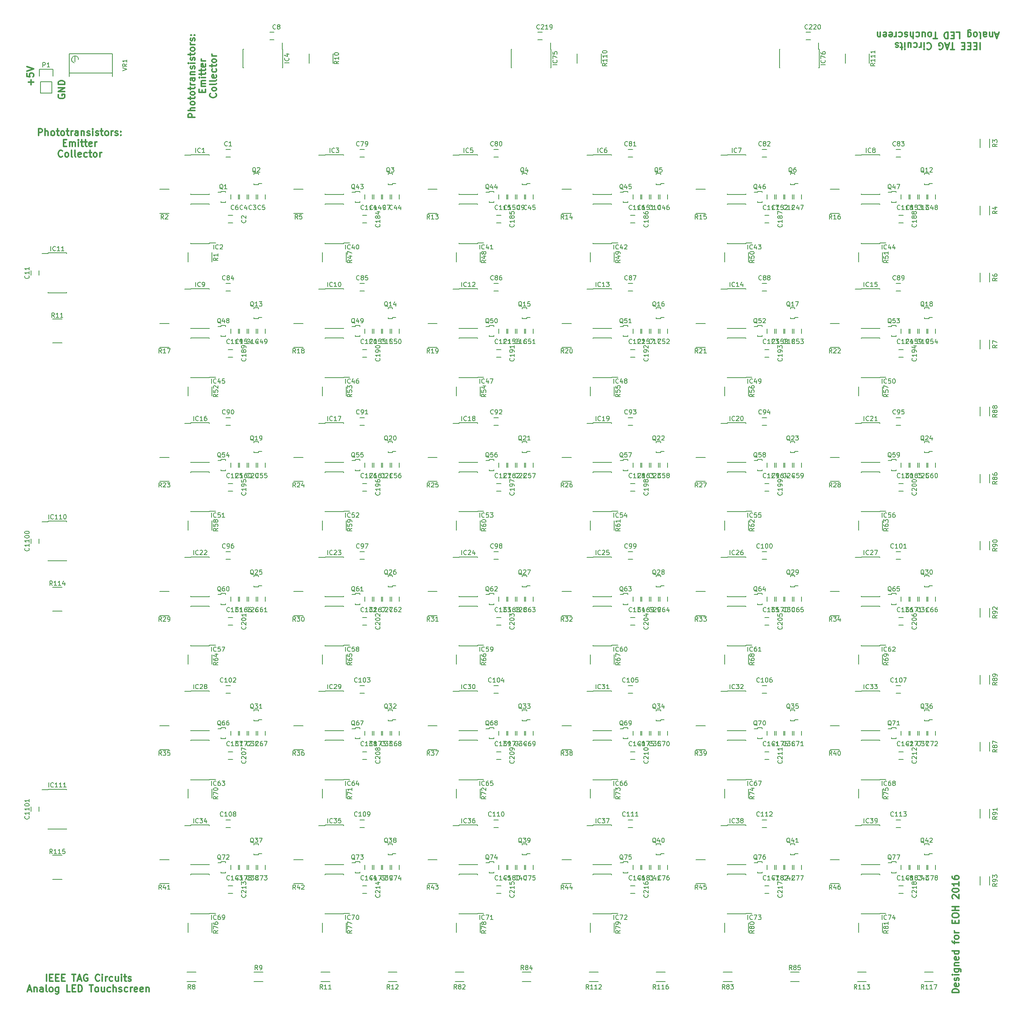
<source format=gbr>
G04 #@! TF.FileFunction,Legend,Top*
%FSLAX46Y46*%
G04 Gerber Fmt 4.6, Leading zero omitted, Abs format (unit mm)*
G04 Created by KiCad (PCBNEW 4.0.1-stable) date 3/3/2016 12:22:01 AM*
%MOMM*%
G01*
G04 APERTURE LIST*
%ADD10C,0.100000*%
%ADD11C,0.300000*%
%ADD12C,0.150000*%
G04 APERTURE END LIST*
D10*
D11*
X211678571Y2428572D02*
X210178571Y2428572D01*
X210178571Y2785715D01*
X210250000Y3000000D01*
X210392857Y3142858D01*
X210535714Y3214286D01*
X210821429Y3285715D01*
X211035714Y3285715D01*
X211321429Y3214286D01*
X211464286Y3142858D01*
X211607143Y3000000D01*
X211678571Y2785715D01*
X211678571Y2428572D01*
X211607143Y4500000D02*
X211678571Y4357143D01*
X211678571Y4071429D01*
X211607143Y3928572D01*
X211464286Y3857143D01*
X210892857Y3857143D01*
X210750000Y3928572D01*
X210678571Y4071429D01*
X210678571Y4357143D01*
X210750000Y4500000D01*
X210892857Y4571429D01*
X211035714Y4571429D01*
X211178571Y3857143D01*
X211607143Y5142857D02*
X211678571Y5285714D01*
X211678571Y5571429D01*
X211607143Y5714286D01*
X211464286Y5785714D01*
X211392857Y5785714D01*
X211250000Y5714286D01*
X211178571Y5571429D01*
X211178571Y5357143D01*
X211107143Y5214286D01*
X210964286Y5142857D01*
X210892857Y5142857D01*
X210750000Y5214286D01*
X210678571Y5357143D01*
X210678571Y5571429D01*
X210750000Y5714286D01*
X211678571Y6428572D02*
X210678571Y6428572D01*
X210178571Y6428572D02*
X210250000Y6357143D01*
X210321429Y6428572D01*
X210250000Y6500000D01*
X210178571Y6428572D01*
X210321429Y6428572D01*
X210678571Y7785715D02*
X211892857Y7785715D01*
X212035714Y7714286D01*
X212107143Y7642858D01*
X212178571Y7500001D01*
X212178571Y7285715D01*
X212107143Y7142858D01*
X211607143Y7785715D02*
X211678571Y7642858D01*
X211678571Y7357144D01*
X211607143Y7214286D01*
X211535714Y7142858D01*
X211392857Y7071429D01*
X210964286Y7071429D01*
X210821429Y7142858D01*
X210750000Y7214286D01*
X210678571Y7357144D01*
X210678571Y7642858D01*
X210750000Y7785715D01*
X210678571Y8500001D02*
X211678571Y8500001D01*
X210821429Y8500001D02*
X210750000Y8571429D01*
X210678571Y8714287D01*
X210678571Y8928572D01*
X210750000Y9071429D01*
X210892857Y9142858D01*
X211678571Y9142858D01*
X211607143Y10428572D02*
X211678571Y10285715D01*
X211678571Y10000001D01*
X211607143Y9857144D01*
X211464286Y9785715D01*
X210892857Y9785715D01*
X210750000Y9857144D01*
X210678571Y10000001D01*
X210678571Y10285715D01*
X210750000Y10428572D01*
X210892857Y10500001D01*
X211035714Y10500001D01*
X211178571Y9785715D01*
X211678571Y11785715D02*
X210178571Y11785715D01*
X211607143Y11785715D02*
X211678571Y11642858D01*
X211678571Y11357144D01*
X211607143Y11214286D01*
X211535714Y11142858D01*
X211392857Y11071429D01*
X210964286Y11071429D01*
X210821429Y11142858D01*
X210750000Y11214286D01*
X210678571Y11357144D01*
X210678571Y11642858D01*
X210750000Y11785715D01*
X210678571Y13428572D02*
X210678571Y14000001D01*
X211678571Y13642858D02*
X210392857Y13642858D01*
X210250000Y13714286D01*
X210178571Y13857144D01*
X210178571Y14000001D01*
X211678571Y14714287D02*
X211607143Y14571429D01*
X211535714Y14500001D01*
X211392857Y14428572D01*
X210964286Y14428572D01*
X210821429Y14500001D01*
X210750000Y14571429D01*
X210678571Y14714287D01*
X210678571Y14928572D01*
X210750000Y15071429D01*
X210821429Y15142858D01*
X210964286Y15214287D01*
X211392857Y15214287D01*
X211535714Y15142858D01*
X211607143Y15071429D01*
X211678571Y14928572D01*
X211678571Y14714287D01*
X211678571Y15857144D02*
X210678571Y15857144D01*
X210964286Y15857144D02*
X210821429Y15928572D01*
X210750000Y16000001D01*
X210678571Y16142858D01*
X210678571Y16285715D01*
X210892857Y17928572D02*
X210892857Y18428572D01*
X211678571Y18642858D02*
X211678571Y17928572D01*
X210178571Y17928572D01*
X210178571Y18642858D01*
X210178571Y19571429D02*
X210178571Y19857143D01*
X210250000Y20000001D01*
X210392857Y20142858D01*
X210678571Y20214286D01*
X211178571Y20214286D01*
X211464286Y20142858D01*
X211607143Y20000001D01*
X211678571Y19857143D01*
X211678571Y19571429D01*
X211607143Y19428572D01*
X211464286Y19285715D01*
X211178571Y19214286D01*
X210678571Y19214286D01*
X210392857Y19285715D01*
X210250000Y19428572D01*
X210178571Y19571429D01*
X211678571Y20857144D02*
X210178571Y20857144D01*
X210892857Y20857144D02*
X210892857Y21714287D01*
X211678571Y21714287D02*
X210178571Y21714287D01*
X210321429Y23500001D02*
X210250000Y23571430D01*
X210178571Y23714287D01*
X210178571Y24071430D01*
X210250000Y24214287D01*
X210321429Y24285716D01*
X210464286Y24357144D01*
X210607143Y24357144D01*
X210821429Y24285716D01*
X211678571Y23428573D01*
X211678571Y24357144D01*
X210178571Y25285715D02*
X210178571Y25428572D01*
X210250000Y25571429D01*
X210321429Y25642858D01*
X210464286Y25714287D01*
X210750000Y25785715D01*
X211107143Y25785715D01*
X211392857Y25714287D01*
X211535714Y25642858D01*
X211607143Y25571429D01*
X211678571Y25428572D01*
X211678571Y25285715D01*
X211607143Y25142858D01*
X211535714Y25071429D01*
X211392857Y25000001D01*
X211107143Y24928572D01*
X210750000Y24928572D01*
X210464286Y25000001D01*
X210321429Y25071429D01*
X210250000Y25142858D01*
X210178571Y25285715D01*
X211678571Y27214286D02*
X211678571Y26357143D01*
X211678571Y26785715D02*
X210178571Y26785715D01*
X210392857Y26642858D01*
X210535714Y26500000D01*
X210607143Y26357143D01*
X210178571Y28500000D02*
X210178571Y28214286D01*
X210250000Y28071429D01*
X210321429Y28000000D01*
X210535714Y27857143D01*
X210821429Y27785714D01*
X211392857Y27785714D01*
X211535714Y27857143D01*
X211607143Y27928571D01*
X211678571Y28071429D01*
X211678571Y28357143D01*
X211607143Y28500000D01*
X211535714Y28571429D01*
X211392857Y28642857D01*
X211035714Y28642857D01*
X210892857Y28571429D01*
X210821429Y28500000D01*
X210750000Y28357143D01*
X210750000Y28071429D01*
X210821429Y27928571D01*
X210892857Y27857143D01*
X211035714Y27785714D01*
X216428571Y214978571D02*
X216428571Y213478571D01*
X215714285Y214192857D02*
X215214285Y214192857D01*
X214999999Y214978571D02*
X215714285Y214978571D01*
X215714285Y213478571D01*
X214999999Y213478571D01*
X214357142Y214192857D02*
X213857142Y214192857D01*
X213642856Y214978571D02*
X214357142Y214978571D01*
X214357142Y213478571D01*
X213642856Y213478571D01*
X212999999Y214192857D02*
X212499999Y214192857D01*
X212285713Y214978571D02*
X212999999Y214978571D01*
X212999999Y213478571D01*
X212285713Y213478571D01*
X210714285Y213478571D02*
X209857142Y213478571D01*
X210285713Y214978571D02*
X210285713Y213478571D01*
X209428571Y214550000D02*
X208714285Y214550000D01*
X209571428Y214978571D02*
X209071428Y213478571D01*
X208571428Y214978571D01*
X207285714Y213550000D02*
X207428571Y213478571D01*
X207642857Y213478571D01*
X207857142Y213550000D01*
X208000000Y213692857D01*
X208071428Y213835714D01*
X208142857Y214121429D01*
X208142857Y214335714D01*
X208071428Y214621429D01*
X208000000Y214764286D01*
X207857142Y214907143D01*
X207642857Y214978571D01*
X207500000Y214978571D01*
X207285714Y214907143D01*
X207214285Y214835714D01*
X207214285Y214335714D01*
X207500000Y214335714D01*
X204571428Y214835714D02*
X204642857Y214907143D01*
X204857143Y214978571D01*
X205000000Y214978571D01*
X205214285Y214907143D01*
X205357143Y214764286D01*
X205428571Y214621429D01*
X205500000Y214335714D01*
X205500000Y214121429D01*
X205428571Y213835714D01*
X205357143Y213692857D01*
X205214285Y213550000D01*
X205000000Y213478571D01*
X204857143Y213478571D01*
X204642857Y213550000D01*
X204571428Y213621429D01*
X203928571Y214978571D02*
X203928571Y213978571D01*
X203928571Y213478571D02*
X204000000Y213550000D01*
X203928571Y213621429D01*
X203857143Y213550000D01*
X203928571Y213478571D01*
X203928571Y213621429D01*
X203214285Y214978571D02*
X203214285Y213978571D01*
X203214285Y214264286D02*
X203142857Y214121429D01*
X203071428Y214050000D01*
X202928571Y213978571D01*
X202785714Y213978571D01*
X201642857Y214907143D02*
X201785714Y214978571D01*
X202071428Y214978571D01*
X202214286Y214907143D01*
X202285714Y214835714D01*
X202357143Y214692857D01*
X202357143Y214264286D01*
X202285714Y214121429D01*
X202214286Y214050000D01*
X202071428Y213978571D01*
X201785714Y213978571D01*
X201642857Y214050000D01*
X200357143Y213978571D02*
X200357143Y214978571D01*
X201000000Y213978571D02*
X201000000Y214764286D01*
X200928572Y214907143D01*
X200785714Y214978571D01*
X200571429Y214978571D01*
X200428572Y214907143D01*
X200357143Y214835714D01*
X199642857Y214978571D02*
X199642857Y213978571D01*
X199642857Y213478571D02*
X199714286Y213550000D01*
X199642857Y213621429D01*
X199571429Y213550000D01*
X199642857Y213478571D01*
X199642857Y213621429D01*
X199142857Y213978571D02*
X198571428Y213978571D01*
X198928571Y213478571D02*
X198928571Y214764286D01*
X198857143Y214907143D01*
X198714285Y214978571D01*
X198571428Y214978571D01*
X198142857Y214907143D02*
X198000000Y214978571D01*
X197714285Y214978571D01*
X197571428Y214907143D01*
X197500000Y214764286D01*
X197500000Y214692857D01*
X197571428Y214550000D01*
X197714285Y214478571D01*
X197928571Y214478571D01*
X198071428Y214407143D01*
X198142857Y214264286D01*
X198142857Y214192857D01*
X198071428Y214050000D01*
X197928571Y213978571D01*
X197714285Y213978571D01*
X197571428Y214050000D01*
X220571428Y216950000D02*
X219857142Y216950000D01*
X220714285Y217378571D02*
X220214285Y215878571D01*
X219714285Y217378571D01*
X219214285Y216378571D02*
X219214285Y217378571D01*
X219214285Y216521429D02*
X219142857Y216450000D01*
X218999999Y216378571D01*
X218785714Y216378571D01*
X218642857Y216450000D01*
X218571428Y216592857D01*
X218571428Y217378571D01*
X217214285Y217378571D02*
X217214285Y216592857D01*
X217285714Y216450000D01*
X217428571Y216378571D01*
X217714285Y216378571D01*
X217857142Y216450000D01*
X217214285Y217307143D02*
X217357142Y217378571D01*
X217714285Y217378571D01*
X217857142Y217307143D01*
X217928571Y217164286D01*
X217928571Y217021429D01*
X217857142Y216878571D01*
X217714285Y216807143D01*
X217357142Y216807143D01*
X217214285Y216735714D01*
X216285713Y217378571D02*
X216428571Y217307143D01*
X216499999Y217164286D01*
X216499999Y215878571D01*
X215499999Y217378571D02*
X215642857Y217307143D01*
X215714285Y217235714D01*
X215785714Y217092857D01*
X215785714Y216664286D01*
X215714285Y216521429D01*
X215642857Y216450000D01*
X215499999Y216378571D01*
X215285714Y216378571D01*
X215142857Y216450000D01*
X215071428Y216521429D01*
X214999999Y216664286D01*
X214999999Y217092857D01*
X215071428Y217235714D01*
X215142857Y217307143D01*
X215285714Y217378571D01*
X215499999Y217378571D01*
X213714285Y216378571D02*
X213714285Y217592857D01*
X213785714Y217735714D01*
X213857142Y217807143D01*
X213999999Y217878571D01*
X214214285Y217878571D01*
X214357142Y217807143D01*
X213714285Y217307143D02*
X213857142Y217378571D01*
X214142856Y217378571D01*
X214285714Y217307143D01*
X214357142Y217235714D01*
X214428571Y217092857D01*
X214428571Y216664286D01*
X214357142Y216521429D01*
X214285714Y216450000D01*
X214142856Y216378571D01*
X213857142Y216378571D01*
X213714285Y216450000D01*
X211142856Y217378571D02*
X211857142Y217378571D01*
X211857142Y215878571D01*
X210642856Y216592857D02*
X210142856Y216592857D01*
X209928570Y217378571D02*
X210642856Y217378571D01*
X210642856Y215878571D01*
X209928570Y215878571D01*
X209285713Y217378571D02*
X209285713Y215878571D01*
X208928570Y215878571D01*
X208714285Y215950000D01*
X208571427Y216092857D01*
X208499999Y216235714D01*
X208428570Y216521429D01*
X208428570Y216735714D01*
X208499999Y217021429D01*
X208571427Y217164286D01*
X208714285Y217307143D01*
X208928570Y217378571D01*
X209285713Y217378571D01*
X206857142Y215878571D02*
X205999999Y215878571D01*
X206428570Y217378571D02*
X206428570Y215878571D01*
X205285713Y217378571D02*
X205428571Y217307143D01*
X205499999Y217235714D01*
X205571428Y217092857D01*
X205571428Y216664286D01*
X205499999Y216521429D01*
X205428571Y216450000D01*
X205285713Y216378571D01*
X205071428Y216378571D01*
X204928571Y216450000D01*
X204857142Y216521429D01*
X204785713Y216664286D01*
X204785713Y217092857D01*
X204857142Y217235714D01*
X204928571Y217307143D01*
X205071428Y217378571D01*
X205285713Y217378571D01*
X203499999Y216378571D02*
X203499999Y217378571D01*
X204142856Y216378571D02*
X204142856Y217164286D01*
X204071428Y217307143D01*
X203928570Y217378571D01*
X203714285Y217378571D01*
X203571428Y217307143D01*
X203499999Y217235714D01*
X202142856Y217307143D02*
X202285713Y217378571D01*
X202571427Y217378571D01*
X202714285Y217307143D01*
X202785713Y217235714D01*
X202857142Y217092857D01*
X202857142Y216664286D01*
X202785713Y216521429D01*
X202714285Y216450000D01*
X202571427Y216378571D01*
X202285713Y216378571D01*
X202142856Y216450000D01*
X201499999Y217378571D02*
X201499999Y215878571D01*
X200857142Y217378571D02*
X200857142Y216592857D01*
X200928571Y216450000D01*
X201071428Y216378571D01*
X201285713Y216378571D01*
X201428571Y216450000D01*
X201499999Y216521429D01*
X200214285Y217307143D02*
X200071428Y217378571D01*
X199785713Y217378571D01*
X199642856Y217307143D01*
X199571428Y217164286D01*
X199571428Y217092857D01*
X199642856Y216950000D01*
X199785713Y216878571D01*
X199999999Y216878571D01*
X200142856Y216807143D01*
X200214285Y216664286D01*
X200214285Y216592857D01*
X200142856Y216450000D01*
X199999999Y216378571D01*
X199785713Y216378571D01*
X199642856Y216450000D01*
X198285713Y217307143D02*
X198428570Y217378571D01*
X198714284Y217378571D01*
X198857142Y217307143D01*
X198928570Y217235714D01*
X198999999Y217092857D01*
X198999999Y216664286D01*
X198928570Y216521429D01*
X198857142Y216450000D01*
X198714284Y216378571D01*
X198428570Y216378571D01*
X198285713Y216450000D01*
X197642856Y217378571D02*
X197642856Y216378571D01*
X197642856Y216664286D02*
X197571428Y216521429D01*
X197499999Y216450000D01*
X197357142Y216378571D01*
X197214285Y216378571D01*
X196142857Y217307143D02*
X196285714Y217378571D01*
X196571428Y217378571D01*
X196714285Y217307143D01*
X196785714Y217164286D01*
X196785714Y216592857D01*
X196714285Y216450000D01*
X196571428Y216378571D01*
X196285714Y216378571D01*
X196142857Y216450000D01*
X196071428Y216592857D01*
X196071428Y216735714D01*
X196785714Y216878571D01*
X194857143Y217307143D02*
X195000000Y217378571D01*
X195285714Y217378571D01*
X195428571Y217307143D01*
X195500000Y217164286D01*
X195500000Y216592857D01*
X195428571Y216450000D01*
X195285714Y216378571D01*
X195000000Y216378571D01*
X194857143Y216450000D01*
X194785714Y216592857D01*
X194785714Y216735714D01*
X195500000Y216878571D01*
X194142857Y216378571D02*
X194142857Y217378571D01*
X194142857Y216521429D02*
X194071429Y216450000D01*
X193928571Y216378571D01*
X193714286Y216378571D01*
X193571429Y216450000D01*
X193500000Y216592857D01*
X193500000Y217378571D01*
X7571429Y5021429D02*
X7571429Y6521429D01*
X8285715Y5807143D02*
X8785715Y5807143D01*
X9000001Y5021429D02*
X8285715Y5021429D01*
X8285715Y6521429D01*
X9000001Y6521429D01*
X9642858Y5807143D02*
X10142858Y5807143D01*
X10357144Y5021429D02*
X9642858Y5021429D01*
X9642858Y6521429D01*
X10357144Y6521429D01*
X11000001Y5807143D02*
X11500001Y5807143D01*
X11714287Y5021429D02*
X11000001Y5021429D01*
X11000001Y6521429D01*
X11714287Y6521429D01*
X13285715Y6521429D02*
X14142858Y6521429D01*
X13714287Y5021429D02*
X13714287Y6521429D01*
X14571429Y5450000D02*
X15285715Y5450000D01*
X14428572Y5021429D02*
X14928572Y6521429D01*
X15428572Y5021429D01*
X16714286Y6450000D02*
X16571429Y6521429D01*
X16357143Y6521429D01*
X16142858Y6450000D01*
X16000000Y6307143D01*
X15928572Y6164286D01*
X15857143Y5878571D01*
X15857143Y5664286D01*
X15928572Y5378571D01*
X16000000Y5235714D01*
X16142858Y5092857D01*
X16357143Y5021429D01*
X16500000Y5021429D01*
X16714286Y5092857D01*
X16785715Y5164286D01*
X16785715Y5664286D01*
X16500000Y5664286D01*
X19428572Y5164286D02*
X19357143Y5092857D01*
X19142857Y5021429D01*
X19000000Y5021429D01*
X18785715Y5092857D01*
X18642857Y5235714D01*
X18571429Y5378571D01*
X18500000Y5664286D01*
X18500000Y5878571D01*
X18571429Y6164286D01*
X18642857Y6307143D01*
X18785715Y6450000D01*
X19000000Y6521429D01*
X19142857Y6521429D01*
X19357143Y6450000D01*
X19428572Y6378571D01*
X20071429Y5021429D02*
X20071429Y6021429D01*
X20071429Y6521429D02*
X20000000Y6450000D01*
X20071429Y6378571D01*
X20142857Y6450000D01*
X20071429Y6521429D01*
X20071429Y6378571D01*
X20785715Y5021429D02*
X20785715Y6021429D01*
X20785715Y5735714D02*
X20857143Y5878571D01*
X20928572Y5950000D01*
X21071429Y6021429D01*
X21214286Y6021429D01*
X22357143Y5092857D02*
X22214286Y5021429D01*
X21928572Y5021429D01*
X21785714Y5092857D01*
X21714286Y5164286D01*
X21642857Y5307143D01*
X21642857Y5735714D01*
X21714286Y5878571D01*
X21785714Y5950000D01*
X21928572Y6021429D01*
X22214286Y6021429D01*
X22357143Y5950000D01*
X23642857Y6021429D02*
X23642857Y5021429D01*
X23000000Y6021429D02*
X23000000Y5235714D01*
X23071428Y5092857D01*
X23214286Y5021429D01*
X23428571Y5021429D01*
X23571428Y5092857D01*
X23642857Y5164286D01*
X24357143Y5021429D02*
X24357143Y6021429D01*
X24357143Y6521429D02*
X24285714Y6450000D01*
X24357143Y6378571D01*
X24428571Y6450000D01*
X24357143Y6521429D01*
X24357143Y6378571D01*
X24857143Y6021429D02*
X25428572Y6021429D01*
X25071429Y6521429D02*
X25071429Y5235714D01*
X25142857Y5092857D01*
X25285715Y5021429D01*
X25428572Y5021429D01*
X25857143Y5092857D02*
X26000000Y5021429D01*
X26285715Y5021429D01*
X26428572Y5092857D01*
X26500000Y5235714D01*
X26500000Y5307143D01*
X26428572Y5450000D01*
X26285715Y5521429D01*
X26071429Y5521429D01*
X25928572Y5592857D01*
X25857143Y5735714D01*
X25857143Y5807143D01*
X25928572Y5950000D01*
X26071429Y6021429D01*
X26285715Y6021429D01*
X26428572Y5950000D01*
X3428572Y3050000D02*
X4142858Y3050000D01*
X3285715Y2621429D02*
X3785715Y4121429D01*
X4285715Y2621429D01*
X4785715Y3621429D02*
X4785715Y2621429D01*
X4785715Y3478571D02*
X4857143Y3550000D01*
X5000001Y3621429D01*
X5214286Y3621429D01*
X5357143Y3550000D01*
X5428572Y3407143D01*
X5428572Y2621429D01*
X6785715Y2621429D02*
X6785715Y3407143D01*
X6714286Y3550000D01*
X6571429Y3621429D01*
X6285715Y3621429D01*
X6142858Y3550000D01*
X6785715Y2692857D02*
X6642858Y2621429D01*
X6285715Y2621429D01*
X6142858Y2692857D01*
X6071429Y2835714D01*
X6071429Y2978571D01*
X6142858Y3121429D01*
X6285715Y3192857D01*
X6642858Y3192857D01*
X6785715Y3264286D01*
X7714287Y2621429D02*
X7571429Y2692857D01*
X7500001Y2835714D01*
X7500001Y4121429D01*
X8500001Y2621429D02*
X8357143Y2692857D01*
X8285715Y2764286D01*
X8214286Y2907143D01*
X8214286Y3335714D01*
X8285715Y3478571D01*
X8357143Y3550000D01*
X8500001Y3621429D01*
X8714286Y3621429D01*
X8857143Y3550000D01*
X8928572Y3478571D01*
X9000001Y3335714D01*
X9000001Y2907143D01*
X8928572Y2764286D01*
X8857143Y2692857D01*
X8714286Y2621429D01*
X8500001Y2621429D01*
X10285715Y3621429D02*
X10285715Y2407143D01*
X10214286Y2264286D01*
X10142858Y2192857D01*
X10000001Y2121429D01*
X9785715Y2121429D01*
X9642858Y2192857D01*
X10285715Y2692857D02*
X10142858Y2621429D01*
X9857144Y2621429D01*
X9714286Y2692857D01*
X9642858Y2764286D01*
X9571429Y2907143D01*
X9571429Y3335714D01*
X9642858Y3478571D01*
X9714286Y3550000D01*
X9857144Y3621429D01*
X10142858Y3621429D01*
X10285715Y3550000D01*
X12857144Y2621429D02*
X12142858Y2621429D01*
X12142858Y4121429D01*
X13357144Y3407143D02*
X13857144Y3407143D01*
X14071430Y2621429D02*
X13357144Y2621429D01*
X13357144Y4121429D01*
X14071430Y4121429D01*
X14714287Y2621429D02*
X14714287Y4121429D01*
X15071430Y4121429D01*
X15285715Y4050000D01*
X15428573Y3907143D01*
X15500001Y3764286D01*
X15571430Y3478571D01*
X15571430Y3264286D01*
X15500001Y2978571D01*
X15428573Y2835714D01*
X15285715Y2692857D01*
X15071430Y2621429D01*
X14714287Y2621429D01*
X17142858Y4121429D02*
X18000001Y4121429D01*
X17571430Y2621429D02*
X17571430Y4121429D01*
X18714287Y2621429D02*
X18571429Y2692857D01*
X18500001Y2764286D01*
X18428572Y2907143D01*
X18428572Y3335714D01*
X18500001Y3478571D01*
X18571429Y3550000D01*
X18714287Y3621429D01*
X18928572Y3621429D01*
X19071429Y3550000D01*
X19142858Y3478571D01*
X19214287Y3335714D01*
X19214287Y2907143D01*
X19142858Y2764286D01*
X19071429Y2692857D01*
X18928572Y2621429D01*
X18714287Y2621429D01*
X20500001Y3621429D02*
X20500001Y2621429D01*
X19857144Y3621429D02*
X19857144Y2835714D01*
X19928572Y2692857D01*
X20071430Y2621429D01*
X20285715Y2621429D01*
X20428572Y2692857D01*
X20500001Y2764286D01*
X21857144Y2692857D02*
X21714287Y2621429D01*
X21428573Y2621429D01*
X21285715Y2692857D01*
X21214287Y2764286D01*
X21142858Y2907143D01*
X21142858Y3335714D01*
X21214287Y3478571D01*
X21285715Y3550000D01*
X21428573Y3621429D01*
X21714287Y3621429D01*
X21857144Y3550000D01*
X22500001Y2621429D02*
X22500001Y4121429D01*
X23142858Y2621429D02*
X23142858Y3407143D01*
X23071429Y3550000D01*
X22928572Y3621429D01*
X22714287Y3621429D01*
X22571429Y3550000D01*
X22500001Y3478571D01*
X23785715Y2692857D02*
X23928572Y2621429D01*
X24214287Y2621429D01*
X24357144Y2692857D01*
X24428572Y2835714D01*
X24428572Y2907143D01*
X24357144Y3050000D01*
X24214287Y3121429D01*
X24000001Y3121429D01*
X23857144Y3192857D01*
X23785715Y3335714D01*
X23785715Y3407143D01*
X23857144Y3550000D01*
X24000001Y3621429D01*
X24214287Y3621429D01*
X24357144Y3550000D01*
X25714287Y2692857D02*
X25571430Y2621429D01*
X25285716Y2621429D01*
X25142858Y2692857D01*
X25071430Y2764286D01*
X25000001Y2907143D01*
X25000001Y3335714D01*
X25071430Y3478571D01*
X25142858Y3550000D01*
X25285716Y3621429D01*
X25571430Y3621429D01*
X25714287Y3550000D01*
X26357144Y2621429D02*
X26357144Y3621429D01*
X26357144Y3335714D02*
X26428572Y3478571D01*
X26500001Y3550000D01*
X26642858Y3621429D01*
X26785715Y3621429D01*
X27857143Y2692857D02*
X27714286Y2621429D01*
X27428572Y2621429D01*
X27285715Y2692857D01*
X27214286Y2835714D01*
X27214286Y3407143D01*
X27285715Y3550000D01*
X27428572Y3621429D01*
X27714286Y3621429D01*
X27857143Y3550000D01*
X27928572Y3407143D01*
X27928572Y3264286D01*
X27214286Y3121429D01*
X29142857Y2692857D02*
X29000000Y2621429D01*
X28714286Y2621429D01*
X28571429Y2692857D01*
X28500000Y2835714D01*
X28500000Y3407143D01*
X28571429Y3550000D01*
X28714286Y3621429D01*
X29000000Y3621429D01*
X29142857Y3550000D01*
X29214286Y3407143D01*
X29214286Y3264286D01*
X28500000Y3121429D01*
X29857143Y3621429D02*
X29857143Y2621429D01*
X29857143Y3478571D02*
X29928571Y3550000D01*
X30071429Y3621429D01*
X30285714Y3621429D01*
X30428571Y3550000D01*
X30500000Y3407143D01*
X30500000Y2621429D01*
X10250000Y203357143D02*
X10178571Y203214286D01*
X10178571Y203000000D01*
X10250000Y202785715D01*
X10392857Y202642857D01*
X10535714Y202571429D01*
X10821429Y202500000D01*
X11035714Y202500000D01*
X11321429Y202571429D01*
X11464286Y202642857D01*
X11607143Y202785715D01*
X11678571Y203000000D01*
X11678571Y203142857D01*
X11607143Y203357143D01*
X11535714Y203428572D01*
X11035714Y203428572D01*
X11035714Y203142857D01*
X11678571Y204071429D02*
X10178571Y204071429D01*
X11678571Y204928572D01*
X10178571Y204928572D01*
X11678571Y205642858D02*
X10178571Y205642858D01*
X10178571Y206000001D01*
X10250000Y206214286D01*
X10392857Y206357144D01*
X10535714Y206428572D01*
X10821429Y206500001D01*
X11035714Y206500001D01*
X11321429Y206428572D01*
X11464286Y206357144D01*
X11607143Y206214286D01*
X11678571Y206000001D01*
X11678571Y205642858D01*
X4107143Y205571429D02*
X4107143Y206714286D01*
X4678571Y206142857D02*
X3535714Y206142857D01*
X3178571Y208142858D02*
X3178571Y207428572D01*
X3892857Y207357143D01*
X3821429Y207428572D01*
X3750000Y207571429D01*
X3750000Y207928572D01*
X3821429Y208071429D01*
X3892857Y208142858D01*
X4035714Y208214286D01*
X4392857Y208214286D01*
X4535714Y208142858D01*
X4607143Y208071429D01*
X4678571Y207928572D01*
X4678571Y207571429D01*
X4607143Y207428572D01*
X4535714Y207357143D01*
X3178571Y208642857D02*
X4678571Y209142857D01*
X3178571Y209642857D01*
X40778571Y198285714D02*
X39278571Y198285714D01*
X39278571Y198857142D01*
X39350000Y199000000D01*
X39421429Y199071428D01*
X39564286Y199142857D01*
X39778571Y199142857D01*
X39921429Y199071428D01*
X39992857Y199000000D01*
X40064286Y198857142D01*
X40064286Y198285714D01*
X40778571Y199785714D02*
X39278571Y199785714D01*
X40778571Y200428571D02*
X39992857Y200428571D01*
X39850000Y200357142D01*
X39778571Y200214285D01*
X39778571Y200000000D01*
X39850000Y199857142D01*
X39921429Y199785714D01*
X40778571Y201357143D02*
X40707143Y201214285D01*
X40635714Y201142857D01*
X40492857Y201071428D01*
X40064286Y201071428D01*
X39921429Y201142857D01*
X39850000Y201214285D01*
X39778571Y201357143D01*
X39778571Y201571428D01*
X39850000Y201714285D01*
X39921429Y201785714D01*
X40064286Y201857143D01*
X40492857Y201857143D01*
X40635714Y201785714D01*
X40707143Y201714285D01*
X40778571Y201571428D01*
X40778571Y201357143D01*
X39778571Y202285714D02*
X39778571Y202857143D01*
X39278571Y202500000D02*
X40564286Y202500000D01*
X40707143Y202571428D01*
X40778571Y202714286D01*
X40778571Y202857143D01*
X40778571Y203571429D02*
X40707143Y203428571D01*
X40635714Y203357143D01*
X40492857Y203285714D01*
X40064286Y203285714D01*
X39921429Y203357143D01*
X39850000Y203428571D01*
X39778571Y203571429D01*
X39778571Y203785714D01*
X39850000Y203928571D01*
X39921429Y204000000D01*
X40064286Y204071429D01*
X40492857Y204071429D01*
X40635714Y204000000D01*
X40707143Y203928571D01*
X40778571Y203785714D01*
X40778571Y203571429D01*
X39778571Y204500000D02*
X39778571Y205071429D01*
X39278571Y204714286D02*
X40564286Y204714286D01*
X40707143Y204785714D01*
X40778571Y204928572D01*
X40778571Y205071429D01*
X40778571Y205571429D02*
X39778571Y205571429D01*
X40064286Y205571429D02*
X39921429Y205642857D01*
X39850000Y205714286D01*
X39778571Y205857143D01*
X39778571Y206000000D01*
X40778571Y207142857D02*
X39992857Y207142857D01*
X39850000Y207071428D01*
X39778571Y206928571D01*
X39778571Y206642857D01*
X39850000Y206500000D01*
X40707143Y207142857D02*
X40778571Y207000000D01*
X40778571Y206642857D01*
X40707143Y206500000D01*
X40564286Y206428571D01*
X40421429Y206428571D01*
X40278571Y206500000D01*
X40207143Y206642857D01*
X40207143Y207000000D01*
X40135714Y207142857D01*
X39778571Y207857143D02*
X40778571Y207857143D01*
X39921429Y207857143D02*
X39850000Y207928571D01*
X39778571Y208071429D01*
X39778571Y208285714D01*
X39850000Y208428571D01*
X39992857Y208500000D01*
X40778571Y208500000D01*
X40707143Y209142857D02*
X40778571Y209285714D01*
X40778571Y209571429D01*
X40707143Y209714286D01*
X40564286Y209785714D01*
X40492857Y209785714D01*
X40350000Y209714286D01*
X40278571Y209571429D01*
X40278571Y209357143D01*
X40207143Y209214286D01*
X40064286Y209142857D01*
X39992857Y209142857D01*
X39850000Y209214286D01*
X39778571Y209357143D01*
X39778571Y209571429D01*
X39850000Y209714286D01*
X40778571Y210428572D02*
X39778571Y210428572D01*
X39278571Y210428572D02*
X39350000Y210357143D01*
X39421429Y210428572D01*
X39350000Y210500000D01*
X39278571Y210428572D01*
X39421429Y210428572D01*
X40707143Y211071429D02*
X40778571Y211214286D01*
X40778571Y211500001D01*
X40707143Y211642858D01*
X40564286Y211714286D01*
X40492857Y211714286D01*
X40350000Y211642858D01*
X40278571Y211500001D01*
X40278571Y211285715D01*
X40207143Y211142858D01*
X40064286Y211071429D01*
X39992857Y211071429D01*
X39850000Y211142858D01*
X39778571Y211285715D01*
X39778571Y211500001D01*
X39850000Y211642858D01*
X39778571Y212142858D02*
X39778571Y212714287D01*
X39278571Y212357144D02*
X40564286Y212357144D01*
X40707143Y212428572D01*
X40778571Y212571430D01*
X40778571Y212714287D01*
X40778571Y213428573D02*
X40707143Y213285715D01*
X40635714Y213214287D01*
X40492857Y213142858D01*
X40064286Y213142858D01*
X39921429Y213214287D01*
X39850000Y213285715D01*
X39778571Y213428573D01*
X39778571Y213642858D01*
X39850000Y213785715D01*
X39921429Y213857144D01*
X40064286Y213928573D01*
X40492857Y213928573D01*
X40635714Y213857144D01*
X40707143Y213785715D01*
X40778571Y213642858D01*
X40778571Y213428573D01*
X40778571Y214571430D02*
X39778571Y214571430D01*
X40064286Y214571430D02*
X39921429Y214642858D01*
X39850000Y214714287D01*
X39778571Y214857144D01*
X39778571Y215000001D01*
X40707143Y215428572D02*
X40778571Y215571429D01*
X40778571Y215857144D01*
X40707143Y216000001D01*
X40564286Y216071429D01*
X40492857Y216071429D01*
X40350000Y216000001D01*
X40278571Y215857144D01*
X40278571Y215642858D01*
X40207143Y215500001D01*
X40064286Y215428572D01*
X39992857Y215428572D01*
X39850000Y215500001D01*
X39778571Y215642858D01*
X39778571Y215857144D01*
X39850000Y216000001D01*
X40635714Y216714287D02*
X40707143Y216785715D01*
X40778571Y216714287D01*
X40707143Y216642858D01*
X40635714Y216714287D01*
X40778571Y216714287D01*
X39850000Y216714287D02*
X39921429Y216785715D01*
X39992857Y216714287D01*
X39921429Y216642858D01*
X39850000Y216714287D01*
X39992857Y216714287D01*
X42392857Y203857143D02*
X42392857Y204357143D01*
X43178571Y204571429D02*
X43178571Y203857143D01*
X41678571Y203857143D01*
X41678571Y204571429D01*
X43178571Y205214286D02*
X42178571Y205214286D01*
X42321429Y205214286D02*
X42250000Y205285714D01*
X42178571Y205428572D01*
X42178571Y205642857D01*
X42250000Y205785714D01*
X42392857Y205857143D01*
X43178571Y205857143D01*
X42392857Y205857143D02*
X42250000Y205928572D01*
X42178571Y206071429D01*
X42178571Y206285714D01*
X42250000Y206428572D01*
X42392857Y206500000D01*
X43178571Y206500000D01*
X43178571Y207214286D02*
X42178571Y207214286D01*
X41678571Y207214286D02*
X41750000Y207142857D01*
X41821429Y207214286D01*
X41750000Y207285714D01*
X41678571Y207214286D01*
X41821429Y207214286D01*
X42178571Y207714286D02*
X42178571Y208285715D01*
X41678571Y207928572D02*
X42964286Y207928572D01*
X43107143Y208000000D01*
X43178571Y208142858D01*
X43178571Y208285715D01*
X42178571Y208571429D02*
X42178571Y209142858D01*
X41678571Y208785715D02*
X42964286Y208785715D01*
X43107143Y208857143D01*
X43178571Y209000001D01*
X43178571Y209142858D01*
X43107143Y210214286D02*
X43178571Y210071429D01*
X43178571Y209785715D01*
X43107143Y209642858D01*
X42964286Y209571429D01*
X42392857Y209571429D01*
X42250000Y209642858D01*
X42178571Y209785715D01*
X42178571Y210071429D01*
X42250000Y210214286D01*
X42392857Y210285715D01*
X42535714Y210285715D01*
X42678571Y209571429D01*
X43178571Y210928572D02*
X42178571Y210928572D01*
X42464286Y210928572D02*
X42321429Y211000000D01*
X42250000Y211071429D01*
X42178571Y211214286D01*
X42178571Y211357143D01*
X45435714Y203642858D02*
X45507143Y203571429D01*
X45578571Y203357143D01*
X45578571Y203214286D01*
X45507143Y203000001D01*
X45364286Y202857143D01*
X45221429Y202785715D01*
X44935714Y202714286D01*
X44721429Y202714286D01*
X44435714Y202785715D01*
X44292857Y202857143D01*
X44150000Y203000001D01*
X44078571Y203214286D01*
X44078571Y203357143D01*
X44150000Y203571429D01*
X44221429Y203642858D01*
X45578571Y204500001D02*
X45507143Y204357143D01*
X45435714Y204285715D01*
X45292857Y204214286D01*
X44864286Y204214286D01*
X44721429Y204285715D01*
X44650000Y204357143D01*
X44578571Y204500001D01*
X44578571Y204714286D01*
X44650000Y204857143D01*
X44721429Y204928572D01*
X44864286Y205000001D01*
X45292857Y205000001D01*
X45435714Y204928572D01*
X45507143Y204857143D01*
X45578571Y204714286D01*
X45578571Y204500001D01*
X45578571Y205857144D02*
X45507143Y205714286D01*
X45364286Y205642858D01*
X44078571Y205642858D01*
X45578571Y206642858D02*
X45507143Y206500000D01*
X45364286Y206428572D01*
X44078571Y206428572D01*
X45507143Y207785714D02*
X45578571Y207642857D01*
X45578571Y207357143D01*
X45507143Y207214286D01*
X45364286Y207142857D01*
X44792857Y207142857D01*
X44650000Y207214286D01*
X44578571Y207357143D01*
X44578571Y207642857D01*
X44650000Y207785714D01*
X44792857Y207857143D01*
X44935714Y207857143D01*
X45078571Y207142857D01*
X45507143Y209142857D02*
X45578571Y209000000D01*
X45578571Y208714286D01*
X45507143Y208571428D01*
X45435714Y208500000D01*
X45292857Y208428571D01*
X44864286Y208428571D01*
X44721429Y208500000D01*
X44650000Y208571428D01*
X44578571Y208714286D01*
X44578571Y209000000D01*
X44650000Y209142857D01*
X44578571Y209571428D02*
X44578571Y210142857D01*
X44078571Y209785714D02*
X45364286Y209785714D01*
X45507143Y209857142D01*
X45578571Y210000000D01*
X45578571Y210142857D01*
X45578571Y210857143D02*
X45507143Y210714285D01*
X45435714Y210642857D01*
X45292857Y210571428D01*
X44864286Y210571428D01*
X44721429Y210642857D01*
X44650000Y210714285D01*
X44578571Y210857143D01*
X44578571Y211071428D01*
X44650000Y211214285D01*
X44721429Y211285714D01*
X44864286Y211357143D01*
X45292857Y211357143D01*
X45435714Y211285714D01*
X45507143Y211214285D01*
X45578571Y211071428D01*
X45578571Y210857143D01*
X45578571Y212000000D02*
X44578571Y212000000D01*
X44864286Y212000000D02*
X44721429Y212071428D01*
X44650000Y212142857D01*
X44578571Y212285714D01*
X44578571Y212428571D01*
X5785714Y194221429D02*
X5785714Y195721429D01*
X6357142Y195721429D01*
X6500000Y195650000D01*
X6571428Y195578571D01*
X6642857Y195435714D01*
X6642857Y195221429D01*
X6571428Y195078571D01*
X6500000Y195007143D01*
X6357142Y194935714D01*
X5785714Y194935714D01*
X7285714Y194221429D02*
X7285714Y195721429D01*
X7928571Y194221429D02*
X7928571Y195007143D01*
X7857142Y195150000D01*
X7714285Y195221429D01*
X7500000Y195221429D01*
X7357142Y195150000D01*
X7285714Y195078571D01*
X8857143Y194221429D02*
X8714285Y194292857D01*
X8642857Y194364286D01*
X8571428Y194507143D01*
X8571428Y194935714D01*
X8642857Y195078571D01*
X8714285Y195150000D01*
X8857143Y195221429D01*
X9071428Y195221429D01*
X9214285Y195150000D01*
X9285714Y195078571D01*
X9357143Y194935714D01*
X9357143Y194507143D01*
X9285714Y194364286D01*
X9214285Y194292857D01*
X9071428Y194221429D01*
X8857143Y194221429D01*
X9785714Y195221429D02*
X10357143Y195221429D01*
X10000000Y195721429D02*
X10000000Y194435714D01*
X10071428Y194292857D01*
X10214286Y194221429D01*
X10357143Y194221429D01*
X11071429Y194221429D02*
X10928571Y194292857D01*
X10857143Y194364286D01*
X10785714Y194507143D01*
X10785714Y194935714D01*
X10857143Y195078571D01*
X10928571Y195150000D01*
X11071429Y195221429D01*
X11285714Y195221429D01*
X11428571Y195150000D01*
X11500000Y195078571D01*
X11571429Y194935714D01*
X11571429Y194507143D01*
X11500000Y194364286D01*
X11428571Y194292857D01*
X11285714Y194221429D01*
X11071429Y194221429D01*
X12000000Y195221429D02*
X12571429Y195221429D01*
X12214286Y195721429D02*
X12214286Y194435714D01*
X12285714Y194292857D01*
X12428572Y194221429D01*
X12571429Y194221429D01*
X13071429Y194221429D02*
X13071429Y195221429D01*
X13071429Y194935714D02*
X13142857Y195078571D01*
X13214286Y195150000D01*
X13357143Y195221429D01*
X13500000Y195221429D01*
X14642857Y194221429D02*
X14642857Y195007143D01*
X14571428Y195150000D01*
X14428571Y195221429D01*
X14142857Y195221429D01*
X14000000Y195150000D01*
X14642857Y194292857D02*
X14500000Y194221429D01*
X14142857Y194221429D01*
X14000000Y194292857D01*
X13928571Y194435714D01*
X13928571Y194578571D01*
X14000000Y194721429D01*
X14142857Y194792857D01*
X14500000Y194792857D01*
X14642857Y194864286D01*
X15357143Y195221429D02*
X15357143Y194221429D01*
X15357143Y195078571D02*
X15428571Y195150000D01*
X15571429Y195221429D01*
X15785714Y195221429D01*
X15928571Y195150000D01*
X16000000Y195007143D01*
X16000000Y194221429D01*
X16642857Y194292857D02*
X16785714Y194221429D01*
X17071429Y194221429D01*
X17214286Y194292857D01*
X17285714Y194435714D01*
X17285714Y194507143D01*
X17214286Y194650000D01*
X17071429Y194721429D01*
X16857143Y194721429D01*
X16714286Y194792857D01*
X16642857Y194935714D01*
X16642857Y195007143D01*
X16714286Y195150000D01*
X16857143Y195221429D01*
X17071429Y195221429D01*
X17214286Y195150000D01*
X17928572Y194221429D02*
X17928572Y195221429D01*
X17928572Y195721429D02*
X17857143Y195650000D01*
X17928572Y195578571D01*
X18000000Y195650000D01*
X17928572Y195721429D01*
X17928572Y195578571D01*
X18571429Y194292857D02*
X18714286Y194221429D01*
X19000001Y194221429D01*
X19142858Y194292857D01*
X19214286Y194435714D01*
X19214286Y194507143D01*
X19142858Y194650000D01*
X19000001Y194721429D01*
X18785715Y194721429D01*
X18642858Y194792857D01*
X18571429Y194935714D01*
X18571429Y195007143D01*
X18642858Y195150000D01*
X18785715Y195221429D01*
X19000001Y195221429D01*
X19142858Y195150000D01*
X19642858Y195221429D02*
X20214287Y195221429D01*
X19857144Y195721429D02*
X19857144Y194435714D01*
X19928572Y194292857D01*
X20071430Y194221429D01*
X20214287Y194221429D01*
X20928573Y194221429D02*
X20785715Y194292857D01*
X20714287Y194364286D01*
X20642858Y194507143D01*
X20642858Y194935714D01*
X20714287Y195078571D01*
X20785715Y195150000D01*
X20928573Y195221429D01*
X21142858Y195221429D01*
X21285715Y195150000D01*
X21357144Y195078571D01*
X21428573Y194935714D01*
X21428573Y194507143D01*
X21357144Y194364286D01*
X21285715Y194292857D01*
X21142858Y194221429D01*
X20928573Y194221429D01*
X22071430Y194221429D02*
X22071430Y195221429D01*
X22071430Y194935714D02*
X22142858Y195078571D01*
X22214287Y195150000D01*
X22357144Y195221429D01*
X22500001Y195221429D01*
X22928572Y194292857D02*
X23071429Y194221429D01*
X23357144Y194221429D01*
X23500001Y194292857D01*
X23571429Y194435714D01*
X23571429Y194507143D01*
X23500001Y194650000D01*
X23357144Y194721429D01*
X23142858Y194721429D01*
X23000001Y194792857D01*
X22928572Y194935714D01*
X22928572Y195007143D01*
X23000001Y195150000D01*
X23142858Y195221429D01*
X23357144Y195221429D01*
X23500001Y195150000D01*
X24214287Y194364286D02*
X24285715Y194292857D01*
X24214287Y194221429D01*
X24142858Y194292857D01*
X24214287Y194364286D01*
X24214287Y194221429D01*
X24214287Y195150000D02*
X24285715Y195078571D01*
X24214287Y195007143D01*
X24142858Y195078571D01*
X24214287Y195150000D01*
X24214287Y195007143D01*
X11357143Y192607143D02*
X11857143Y192607143D01*
X12071429Y191821429D02*
X11357143Y191821429D01*
X11357143Y193321429D01*
X12071429Y193321429D01*
X12714286Y191821429D02*
X12714286Y192821429D01*
X12714286Y192678571D02*
X12785714Y192750000D01*
X12928572Y192821429D01*
X13142857Y192821429D01*
X13285714Y192750000D01*
X13357143Y192607143D01*
X13357143Y191821429D01*
X13357143Y192607143D02*
X13428572Y192750000D01*
X13571429Y192821429D01*
X13785714Y192821429D01*
X13928572Y192750000D01*
X14000000Y192607143D01*
X14000000Y191821429D01*
X14714286Y191821429D02*
X14714286Y192821429D01*
X14714286Y193321429D02*
X14642857Y193250000D01*
X14714286Y193178571D01*
X14785714Y193250000D01*
X14714286Y193321429D01*
X14714286Y193178571D01*
X15214286Y192821429D02*
X15785715Y192821429D01*
X15428572Y193321429D02*
X15428572Y192035714D01*
X15500000Y191892857D01*
X15642858Y191821429D01*
X15785715Y191821429D01*
X16071429Y192821429D02*
X16642858Y192821429D01*
X16285715Y193321429D02*
X16285715Y192035714D01*
X16357143Y191892857D01*
X16500001Y191821429D01*
X16642858Y191821429D01*
X17714286Y191892857D02*
X17571429Y191821429D01*
X17285715Y191821429D01*
X17142858Y191892857D01*
X17071429Y192035714D01*
X17071429Y192607143D01*
X17142858Y192750000D01*
X17285715Y192821429D01*
X17571429Y192821429D01*
X17714286Y192750000D01*
X17785715Y192607143D01*
X17785715Y192464286D01*
X17071429Y192321429D01*
X18428572Y191821429D02*
X18428572Y192821429D01*
X18428572Y192535714D02*
X18500000Y192678571D01*
X18571429Y192750000D01*
X18714286Y192821429D01*
X18857143Y192821429D01*
X11142858Y189564286D02*
X11071429Y189492857D01*
X10857143Y189421429D01*
X10714286Y189421429D01*
X10500001Y189492857D01*
X10357143Y189635714D01*
X10285715Y189778571D01*
X10214286Y190064286D01*
X10214286Y190278571D01*
X10285715Y190564286D01*
X10357143Y190707143D01*
X10500001Y190850000D01*
X10714286Y190921429D01*
X10857143Y190921429D01*
X11071429Y190850000D01*
X11142858Y190778571D01*
X12000001Y189421429D02*
X11857143Y189492857D01*
X11785715Y189564286D01*
X11714286Y189707143D01*
X11714286Y190135714D01*
X11785715Y190278571D01*
X11857143Y190350000D01*
X12000001Y190421429D01*
X12214286Y190421429D01*
X12357143Y190350000D01*
X12428572Y190278571D01*
X12500001Y190135714D01*
X12500001Y189707143D01*
X12428572Y189564286D01*
X12357143Y189492857D01*
X12214286Y189421429D01*
X12000001Y189421429D01*
X13357144Y189421429D02*
X13214286Y189492857D01*
X13142858Y189635714D01*
X13142858Y190921429D01*
X14142858Y189421429D02*
X14000000Y189492857D01*
X13928572Y189635714D01*
X13928572Y190921429D01*
X15285714Y189492857D02*
X15142857Y189421429D01*
X14857143Y189421429D01*
X14714286Y189492857D01*
X14642857Y189635714D01*
X14642857Y190207143D01*
X14714286Y190350000D01*
X14857143Y190421429D01*
X15142857Y190421429D01*
X15285714Y190350000D01*
X15357143Y190207143D01*
X15357143Y190064286D01*
X14642857Y189921429D01*
X16642857Y189492857D02*
X16500000Y189421429D01*
X16214286Y189421429D01*
X16071428Y189492857D01*
X16000000Y189564286D01*
X15928571Y189707143D01*
X15928571Y190135714D01*
X16000000Y190278571D01*
X16071428Y190350000D01*
X16214286Y190421429D01*
X16500000Y190421429D01*
X16642857Y190350000D01*
X17071428Y190421429D02*
X17642857Y190421429D01*
X17285714Y190921429D02*
X17285714Y189635714D01*
X17357142Y189492857D01*
X17500000Y189421429D01*
X17642857Y189421429D01*
X18357143Y189421429D02*
X18214285Y189492857D01*
X18142857Y189564286D01*
X18071428Y189707143D01*
X18071428Y190135714D01*
X18142857Y190278571D01*
X18214285Y190350000D01*
X18357143Y190421429D01*
X18571428Y190421429D01*
X18714285Y190350000D01*
X18785714Y190278571D01*
X18857143Y190135714D01*
X18857143Y189707143D01*
X18785714Y189564286D01*
X18714285Y189492857D01*
X18571428Y189421429D01*
X18357143Y189421429D01*
X19500000Y189421429D02*
X19500000Y190421429D01*
X19500000Y190135714D02*
X19571428Y190278571D01*
X19642857Y190350000D01*
X19785714Y190421429D01*
X19928571Y190421429D01*
D12*
X204000000Y7075000D02*
X206000000Y7075000D01*
X206000000Y4925000D02*
X204000000Y4925000D01*
X144000000Y7075000D02*
X146000000Y7075000D01*
X146000000Y4925000D02*
X144000000Y4925000D01*
X216425000Y26500000D02*
X216425000Y28500000D01*
X218575000Y28500000D02*
X218575000Y26500000D01*
X216425000Y86500000D02*
X216425000Y88500000D01*
X218575000Y88500000D02*
X218575000Y86500000D01*
X11050000Y27825000D02*
X8950000Y27825000D01*
X11050000Y33175000D02*
X8950000Y33175000D01*
X11050000Y87825000D02*
X8950000Y87825000D01*
X11050000Y93175000D02*
X8950000Y93175000D01*
X7925000Y47950000D02*
X7925000Y47835000D01*
X12075000Y47950000D02*
X12075000Y47835000D01*
X12075000Y39050000D02*
X12075000Y39165000D01*
X7925000Y39050000D02*
X7925000Y39165000D01*
X7925000Y47950000D02*
X12075000Y47950000D01*
X7925000Y39050000D02*
X12075000Y39050000D01*
X7925000Y47835000D02*
X6550000Y47835000D01*
X7925000Y107950000D02*
X7925000Y107835000D01*
X12075000Y107950000D02*
X12075000Y107835000D01*
X12075000Y99050000D02*
X12075000Y99165000D01*
X7925000Y99050000D02*
X7925000Y99165000D01*
X7925000Y107950000D02*
X12075000Y107950000D01*
X7925000Y99050000D02*
X12075000Y99050000D01*
X7925000Y107835000D02*
X6550000Y107835000D01*
X5850000Y43000000D02*
X5850000Y44000000D01*
X4150000Y44000000D02*
X4150000Y43000000D01*
X5850000Y103000000D02*
X5850000Y104000000D01*
X4150000Y104000000D02*
X4150000Y103000000D01*
X216425000Y41500000D02*
X216425000Y43500000D01*
X218575000Y43500000D02*
X218575000Y41500000D01*
X216425000Y101500000D02*
X216425000Y103500000D01*
X218575000Y103500000D02*
X218575000Y101500000D01*
X216425000Y71500000D02*
X216425000Y73500000D01*
X218575000Y73500000D02*
X218575000Y71500000D01*
X216425000Y131500000D02*
X216425000Y133500000D01*
X218575000Y133500000D02*
X218575000Y131500000D01*
X216425000Y56500000D02*
X216425000Y58500000D01*
X218575000Y58500000D02*
X218575000Y56500000D01*
X216425000Y116500000D02*
X216425000Y118500000D01*
X218575000Y118500000D02*
X218575000Y116500000D01*
X189000000Y7075000D02*
X191000000Y7075000D01*
X191000000Y4925000D02*
X189000000Y4925000D01*
X129000000Y7075000D02*
X131000000Y7075000D01*
X131000000Y4925000D02*
X129000000Y4925000D01*
X178500000Y217350000D02*
X177500000Y217350000D01*
X177500000Y215650000D02*
X178500000Y215650000D01*
X118500000Y217350000D02*
X117500000Y217350000D01*
X117500000Y215650000D02*
X118500000Y215650000D01*
X186325000Y210450000D02*
X186325000Y212550000D01*
X191675000Y210450000D02*
X191675000Y212550000D01*
X126325000Y210450000D02*
X126325000Y212550000D01*
X131675000Y210450000D02*
X131675000Y212550000D01*
X174000000Y7075000D02*
X176000000Y7075000D01*
X176000000Y4925000D02*
X174000000Y4925000D01*
X114000000Y7075000D02*
X116000000Y7075000D01*
X116000000Y4925000D02*
X114000000Y4925000D01*
X159000000Y7075000D02*
X161000000Y7075000D01*
X161000000Y4925000D02*
X159000000Y4925000D01*
X99000000Y7075000D02*
X101000000Y7075000D01*
X101000000Y4925000D02*
X99000000Y4925000D01*
X180450000Y213575000D02*
X180335000Y213575000D01*
X180450000Y209425000D02*
X180335000Y209425000D01*
X171550000Y209425000D02*
X171665000Y209425000D01*
X171550000Y213575000D02*
X171665000Y213575000D01*
X180450000Y213575000D02*
X180450000Y209425000D01*
X171550000Y213575000D02*
X171550000Y209425000D01*
X180335000Y213575000D02*
X180335000Y214950000D01*
X120450000Y213575000D02*
X120335000Y213575000D01*
X120450000Y209425000D02*
X120335000Y209425000D01*
X111550000Y209425000D02*
X111665000Y209425000D01*
X111550000Y213575000D02*
X111665000Y213575000D01*
X120450000Y213575000D02*
X120450000Y209425000D01*
X111550000Y213575000D02*
X111550000Y209425000D01*
X120335000Y213575000D02*
X120335000Y214950000D01*
X189275000Y15950000D02*
X189275000Y18050000D01*
X194625000Y15950000D02*
X194625000Y18050000D01*
X159275000Y15950000D02*
X159275000Y18050000D01*
X164625000Y15950000D02*
X164625000Y18050000D01*
X129275000Y15950000D02*
X129275000Y18050000D01*
X134625000Y15950000D02*
X134625000Y18050000D01*
X99275000Y15950000D02*
X99275000Y18050000D01*
X104625000Y15950000D02*
X104625000Y18050000D01*
X69275000Y15950000D02*
X69275000Y18050000D01*
X74625000Y15950000D02*
X74625000Y18050000D01*
X39275000Y15950000D02*
X39275000Y18050000D01*
X44625000Y15950000D02*
X44625000Y18050000D01*
X189275000Y45950000D02*
X189275000Y48050000D01*
X194625000Y45950000D02*
X194625000Y48050000D01*
X159275000Y45950000D02*
X159275000Y48050000D01*
X164625000Y45950000D02*
X164625000Y48050000D01*
X129275000Y45950000D02*
X129275000Y48050000D01*
X134625000Y45950000D02*
X134625000Y48050000D01*
X99275000Y45950000D02*
X99275000Y48050000D01*
X104625000Y45950000D02*
X104625000Y48050000D01*
X69275000Y45950000D02*
X69275000Y48050000D01*
X74625000Y45950000D02*
X74625000Y48050000D01*
X39275000Y45950000D02*
X39275000Y48050000D01*
X44625000Y45950000D02*
X44625000Y48050000D01*
X189275000Y75950000D02*
X189275000Y78050000D01*
X194625000Y75950000D02*
X194625000Y78050000D01*
X159275000Y75950000D02*
X159275000Y78050000D01*
X164625000Y75950000D02*
X164625000Y78050000D01*
X129275000Y75950000D02*
X129275000Y78050000D01*
X134625000Y75950000D02*
X134625000Y78050000D01*
X99275000Y75950000D02*
X99275000Y78050000D01*
X104625000Y75950000D02*
X104625000Y78050000D01*
X69275000Y75950000D02*
X69275000Y78050000D01*
X74625000Y75950000D02*
X74625000Y78050000D01*
X39275000Y75950000D02*
X39275000Y78050000D01*
X44625000Y75950000D02*
X44625000Y78050000D01*
X189275000Y105950000D02*
X189275000Y108050000D01*
X194625000Y105950000D02*
X194625000Y108050000D01*
X159275000Y105950000D02*
X159275000Y108050000D01*
X164625000Y105950000D02*
X164625000Y108050000D01*
X129275000Y105950000D02*
X129275000Y108050000D01*
X134625000Y105950000D02*
X134625000Y108050000D01*
X99275000Y105950000D02*
X99275000Y108050000D01*
X104625000Y105950000D02*
X104625000Y108050000D01*
X69275000Y105950000D02*
X69275000Y108050000D01*
X74625000Y105950000D02*
X74625000Y108050000D01*
X39275000Y105950000D02*
X39275000Y108050000D01*
X44625000Y105950000D02*
X44625000Y108050000D01*
X189275000Y135950000D02*
X189275000Y138050000D01*
X194625000Y135950000D02*
X194625000Y138050000D01*
X159275000Y135950000D02*
X159275000Y138050000D01*
X164625000Y135950000D02*
X164625000Y138050000D01*
X129275000Y135950000D02*
X129275000Y138050000D01*
X134625000Y135950000D02*
X134625000Y138050000D01*
X99275000Y135950000D02*
X99275000Y138050000D01*
X104625000Y135950000D02*
X104625000Y138050000D01*
X69275000Y135950000D02*
X69275000Y138050000D01*
X74625000Y135950000D02*
X74625000Y138050000D01*
X39275000Y135950000D02*
X39275000Y138050000D01*
X44625000Y135950000D02*
X44625000Y138050000D01*
X189275000Y165950000D02*
X189275000Y168050000D01*
X194625000Y165950000D02*
X194625000Y168050000D01*
X159275000Y165950000D02*
X159275000Y168050000D01*
X164625000Y165950000D02*
X164625000Y168050000D01*
X129275000Y165950000D02*
X129275000Y168050000D01*
X134625000Y165950000D02*
X134625000Y168050000D01*
X99275000Y165950000D02*
X99275000Y168050000D01*
X104625000Y165950000D02*
X104625000Y168050000D01*
X69275000Y165950000D02*
X69275000Y168050000D01*
X74625000Y165950000D02*
X74625000Y168050000D01*
X199250000Y26350000D02*
X198250000Y26350000D01*
X198250000Y24650000D02*
X199250000Y24650000D01*
X169250000Y26350000D02*
X168250000Y26350000D01*
X168250000Y24650000D02*
X169250000Y24650000D01*
X139250000Y26350000D02*
X138250000Y26350000D01*
X138250000Y24650000D02*
X139250000Y24650000D01*
X109250000Y26350000D02*
X108250000Y26350000D01*
X108250000Y24650000D02*
X109250000Y24650000D01*
X79250000Y26350000D02*
X78250000Y26350000D01*
X78250000Y24650000D02*
X79250000Y24650000D01*
X49250000Y26350000D02*
X48250000Y26350000D01*
X48250000Y24650000D02*
X49250000Y24650000D01*
X199250000Y56350000D02*
X198250000Y56350000D01*
X198250000Y54650000D02*
X199250000Y54650000D01*
X169250000Y56350000D02*
X168250000Y56350000D01*
X168250000Y54650000D02*
X169250000Y54650000D01*
X139250000Y56350000D02*
X138250000Y56350000D01*
X138250000Y54650000D02*
X139250000Y54650000D01*
X109250000Y56350000D02*
X108250000Y56350000D01*
X108250000Y54650000D02*
X109250000Y54650000D01*
X79250000Y56350000D02*
X78250000Y56350000D01*
X78250000Y54650000D02*
X79250000Y54650000D01*
X49250000Y56350000D02*
X48250000Y56350000D01*
X48250000Y54650000D02*
X49250000Y54650000D01*
X199250000Y86350000D02*
X198250000Y86350000D01*
X198250000Y84650000D02*
X199250000Y84650000D01*
X169250000Y86350000D02*
X168250000Y86350000D01*
X168250000Y84650000D02*
X169250000Y84650000D01*
X139250000Y86350000D02*
X138250000Y86350000D01*
X138250000Y84650000D02*
X139250000Y84650000D01*
X109250000Y86350000D02*
X108250000Y86350000D01*
X108250000Y84650000D02*
X109250000Y84650000D01*
X79250000Y86350000D02*
X78250000Y86350000D01*
X78250000Y84650000D02*
X79250000Y84650000D01*
X49250000Y86350000D02*
X48250000Y86350000D01*
X48250000Y84650000D02*
X49250000Y84650000D01*
X199250000Y116350000D02*
X198250000Y116350000D01*
X198250000Y114650000D02*
X199250000Y114650000D01*
X169250000Y116350000D02*
X168250000Y116350000D01*
X168250000Y114650000D02*
X169250000Y114650000D01*
X139250000Y116350000D02*
X138250000Y116350000D01*
X138250000Y114650000D02*
X139250000Y114650000D01*
X109250000Y116350000D02*
X108250000Y116350000D01*
X108250000Y114650000D02*
X109250000Y114650000D01*
X79250000Y116350000D02*
X78250000Y116350000D01*
X78250000Y114650000D02*
X79250000Y114650000D01*
X49250000Y116350000D02*
X48250000Y116350000D01*
X48250000Y114650000D02*
X49250000Y114650000D01*
X199250000Y146350000D02*
X198250000Y146350000D01*
X198250000Y144650000D02*
X199250000Y144650000D01*
X169250000Y146350000D02*
X168250000Y146350000D01*
X168250000Y144650000D02*
X169250000Y144650000D01*
X139250000Y146350000D02*
X138250000Y146350000D01*
X138250000Y144650000D02*
X139250000Y144650000D01*
X109250000Y146350000D02*
X108250000Y146350000D01*
X108250000Y144650000D02*
X109250000Y144650000D01*
X79250000Y146350000D02*
X78250000Y146350000D01*
X78250000Y144650000D02*
X79250000Y144650000D01*
X49250000Y146350000D02*
X48250000Y146350000D01*
X48250000Y144650000D02*
X49250000Y144650000D01*
X199250000Y176350000D02*
X198250000Y176350000D01*
X198250000Y174650000D02*
X199250000Y174650000D01*
X169250000Y176350000D02*
X168250000Y176350000D01*
X168250000Y174650000D02*
X169250000Y174650000D01*
X139250000Y176350000D02*
X138250000Y176350000D01*
X138250000Y174650000D02*
X139250000Y174650000D01*
X109250000Y176350000D02*
X108250000Y176350000D01*
X108250000Y174650000D02*
X109250000Y174650000D01*
X79250000Y176350000D02*
X78250000Y176350000D01*
X78250000Y174650000D02*
X79250000Y174650000D01*
X182900000Y32175000D02*
X185000000Y32175000D01*
X182900000Y26825000D02*
X185000000Y26825000D01*
X152900000Y32175000D02*
X155000000Y32175000D01*
X152900000Y26825000D02*
X155000000Y26825000D01*
X122900000Y32175000D02*
X125000000Y32175000D01*
X122900000Y26825000D02*
X125000000Y26825000D01*
X92900000Y32175000D02*
X95000000Y32175000D01*
X92900000Y26825000D02*
X95000000Y26825000D01*
X62900000Y32175000D02*
X65000000Y32175000D01*
X62900000Y26825000D02*
X65000000Y26825000D01*
X32900000Y32175000D02*
X35000000Y32175000D01*
X32900000Y26825000D02*
X35000000Y26825000D01*
X182900000Y62175000D02*
X185000000Y62175000D01*
X182900000Y56825000D02*
X185000000Y56825000D01*
X152900000Y62175000D02*
X155000000Y62175000D01*
X152900000Y56825000D02*
X155000000Y56825000D01*
X122900000Y62175000D02*
X125000000Y62175000D01*
X122900000Y56825000D02*
X125000000Y56825000D01*
X92900000Y62175000D02*
X95000000Y62175000D01*
X92900000Y56825000D02*
X95000000Y56825000D01*
X62900000Y62175000D02*
X65000000Y62175000D01*
X62900000Y56825000D02*
X65000000Y56825000D01*
X32900000Y62175000D02*
X35000000Y62175000D01*
X32900000Y56825000D02*
X35000000Y56825000D01*
X182900000Y92175000D02*
X185000000Y92175000D01*
X182900000Y86825000D02*
X185000000Y86825000D01*
X152900000Y92175000D02*
X155000000Y92175000D01*
X152900000Y86825000D02*
X155000000Y86825000D01*
X122900000Y92175000D02*
X125000000Y92175000D01*
X122900000Y86825000D02*
X125000000Y86825000D01*
X92900000Y92175000D02*
X95000000Y92175000D01*
X92900000Y86825000D02*
X95000000Y86825000D01*
X62900000Y92175000D02*
X65000000Y92175000D01*
X62900000Y86825000D02*
X65000000Y86825000D01*
X32900000Y92175000D02*
X35000000Y92175000D01*
X32900000Y86825000D02*
X35000000Y86825000D01*
X182900000Y122175000D02*
X185000000Y122175000D01*
X182900000Y116825000D02*
X185000000Y116825000D01*
X152900000Y122175000D02*
X155000000Y122175000D01*
X152900000Y116825000D02*
X155000000Y116825000D01*
X122900000Y122175000D02*
X125000000Y122175000D01*
X122900000Y116825000D02*
X125000000Y116825000D01*
X92900000Y122175000D02*
X95000000Y122175000D01*
X92900000Y116825000D02*
X95000000Y116825000D01*
X62900000Y122175000D02*
X65000000Y122175000D01*
X62900000Y116825000D02*
X65000000Y116825000D01*
X32900000Y122175000D02*
X35000000Y122175000D01*
X32900000Y116825000D02*
X35000000Y116825000D01*
X182900000Y152175000D02*
X185000000Y152175000D01*
X182900000Y146825000D02*
X185000000Y146825000D01*
X152900000Y152175000D02*
X155000000Y152175000D01*
X152900000Y146825000D02*
X155000000Y146825000D01*
X122900000Y152175000D02*
X125000000Y152175000D01*
X122900000Y146825000D02*
X125000000Y146825000D01*
X92900000Y152175000D02*
X95000000Y152175000D01*
X92900000Y146825000D02*
X95000000Y146825000D01*
X62900000Y152175000D02*
X65000000Y152175000D01*
X62900000Y146825000D02*
X65000000Y146825000D01*
X32900000Y152175000D02*
X35000000Y152175000D01*
X32900000Y146825000D02*
X35000000Y146825000D01*
X182900000Y182175000D02*
X185000000Y182175000D01*
X182900000Y176825000D02*
X185000000Y176825000D01*
X152900000Y182175000D02*
X155000000Y182175000D01*
X152900000Y176825000D02*
X155000000Y176825000D01*
X122900000Y182175000D02*
X125000000Y182175000D01*
X122900000Y176825000D02*
X125000000Y176825000D01*
X92900000Y182175000D02*
X95000000Y182175000D01*
X92900000Y176825000D02*
X95000000Y176825000D01*
X62900000Y182175000D02*
X65000000Y182175000D01*
X62900000Y176825000D02*
X65000000Y176825000D01*
X194025000Y20050000D02*
X194025000Y20165000D01*
X189875000Y20050000D02*
X189875000Y20165000D01*
X189875000Y28950000D02*
X189875000Y28835000D01*
X194025000Y28950000D02*
X194025000Y28835000D01*
X194025000Y20050000D02*
X189875000Y20050000D01*
X194025000Y28950000D02*
X189875000Y28950000D01*
X194025000Y20165000D02*
X195400000Y20165000D01*
X164025000Y20050000D02*
X164025000Y20165000D01*
X159875000Y20050000D02*
X159875000Y20165000D01*
X159875000Y28950000D02*
X159875000Y28835000D01*
X164025000Y28950000D02*
X164025000Y28835000D01*
X164025000Y20050000D02*
X159875000Y20050000D01*
X164025000Y28950000D02*
X159875000Y28950000D01*
X164025000Y20165000D02*
X165400000Y20165000D01*
X134025000Y20050000D02*
X134025000Y20165000D01*
X129875000Y20050000D02*
X129875000Y20165000D01*
X129875000Y28950000D02*
X129875000Y28835000D01*
X134025000Y28950000D02*
X134025000Y28835000D01*
X134025000Y20050000D02*
X129875000Y20050000D01*
X134025000Y28950000D02*
X129875000Y28950000D01*
X134025000Y20165000D02*
X135400000Y20165000D01*
X104025000Y20050000D02*
X104025000Y20165000D01*
X99875000Y20050000D02*
X99875000Y20165000D01*
X99875000Y28950000D02*
X99875000Y28835000D01*
X104025000Y28950000D02*
X104025000Y28835000D01*
X104025000Y20050000D02*
X99875000Y20050000D01*
X104025000Y28950000D02*
X99875000Y28950000D01*
X104025000Y20165000D02*
X105400000Y20165000D01*
X74025000Y20050000D02*
X74025000Y20165000D01*
X69875000Y20050000D02*
X69875000Y20165000D01*
X69875000Y28950000D02*
X69875000Y28835000D01*
X74025000Y28950000D02*
X74025000Y28835000D01*
X74025000Y20050000D02*
X69875000Y20050000D01*
X74025000Y28950000D02*
X69875000Y28950000D01*
X74025000Y20165000D02*
X75400000Y20165000D01*
X44025000Y20050000D02*
X44025000Y20165000D01*
X39875000Y20050000D02*
X39875000Y20165000D01*
X39875000Y28950000D02*
X39875000Y28835000D01*
X44025000Y28950000D02*
X44025000Y28835000D01*
X44025000Y20050000D02*
X39875000Y20050000D01*
X44025000Y28950000D02*
X39875000Y28950000D01*
X44025000Y20165000D02*
X45400000Y20165000D01*
X194025000Y50050000D02*
X194025000Y50165000D01*
X189875000Y50050000D02*
X189875000Y50165000D01*
X189875000Y58950000D02*
X189875000Y58835000D01*
X194025000Y58950000D02*
X194025000Y58835000D01*
X194025000Y50050000D02*
X189875000Y50050000D01*
X194025000Y58950000D02*
X189875000Y58950000D01*
X194025000Y50165000D02*
X195400000Y50165000D01*
X164025000Y50050000D02*
X164025000Y50165000D01*
X159875000Y50050000D02*
X159875000Y50165000D01*
X159875000Y58950000D02*
X159875000Y58835000D01*
X164025000Y58950000D02*
X164025000Y58835000D01*
X164025000Y50050000D02*
X159875000Y50050000D01*
X164025000Y58950000D02*
X159875000Y58950000D01*
X164025000Y50165000D02*
X165400000Y50165000D01*
X134025000Y50050000D02*
X134025000Y50165000D01*
X129875000Y50050000D02*
X129875000Y50165000D01*
X129875000Y58950000D02*
X129875000Y58835000D01*
X134025000Y58950000D02*
X134025000Y58835000D01*
X134025000Y50050000D02*
X129875000Y50050000D01*
X134025000Y58950000D02*
X129875000Y58950000D01*
X134025000Y50165000D02*
X135400000Y50165000D01*
X104025000Y50050000D02*
X104025000Y50165000D01*
X99875000Y50050000D02*
X99875000Y50165000D01*
X99875000Y58950000D02*
X99875000Y58835000D01*
X104025000Y58950000D02*
X104025000Y58835000D01*
X104025000Y50050000D02*
X99875000Y50050000D01*
X104025000Y58950000D02*
X99875000Y58950000D01*
X104025000Y50165000D02*
X105400000Y50165000D01*
X74025000Y50050000D02*
X74025000Y50165000D01*
X69875000Y50050000D02*
X69875000Y50165000D01*
X69875000Y58950000D02*
X69875000Y58835000D01*
X74025000Y58950000D02*
X74025000Y58835000D01*
X74025000Y50050000D02*
X69875000Y50050000D01*
X74025000Y58950000D02*
X69875000Y58950000D01*
X74025000Y50165000D02*
X75400000Y50165000D01*
X44025000Y50050000D02*
X44025000Y50165000D01*
X39875000Y50050000D02*
X39875000Y50165000D01*
X39875000Y58950000D02*
X39875000Y58835000D01*
X44025000Y58950000D02*
X44025000Y58835000D01*
X44025000Y50050000D02*
X39875000Y50050000D01*
X44025000Y58950000D02*
X39875000Y58950000D01*
X44025000Y50165000D02*
X45400000Y50165000D01*
X194025000Y80050000D02*
X194025000Y80165000D01*
X189875000Y80050000D02*
X189875000Y80165000D01*
X189875000Y88950000D02*
X189875000Y88835000D01*
X194025000Y88950000D02*
X194025000Y88835000D01*
X194025000Y80050000D02*
X189875000Y80050000D01*
X194025000Y88950000D02*
X189875000Y88950000D01*
X194025000Y80165000D02*
X195400000Y80165000D01*
X164025000Y80050000D02*
X164025000Y80165000D01*
X159875000Y80050000D02*
X159875000Y80165000D01*
X159875000Y88950000D02*
X159875000Y88835000D01*
X164025000Y88950000D02*
X164025000Y88835000D01*
X164025000Y80050000D02*
X159875000Y80050000D01*
X164025000Y88950000D02*
X159875000Y88950000D01*
X164025000Y80165000D02*
X165400000Y80165000D01*
X134025000Y80050000D02*
X134025000Y80165000D01*
X129875000Y80050000D02*
X129875000Y80165000D01*
X129875000Y88950000D02*
X129875000Y88835000D01*
X134025000Y88950000D02*
X134025000Y88835000D01*
X134025000Y80050000D02*
X129875000Y80050000D01*
X134025000Y88950000D02*
X129875000Y88950000D01*
X134025000Y80165000D02*
X135400000Y80165000D01*
X104025000Y80050000D02*
X104025000Y80165000D01*
X99875000Y80050000D02*
X99875000Y80165000D01*
X99875000Y88950000D02*
X99875000Y88835000D01*
X104025000Y88950000D02*
X104025000Y88835000D01*
X104025000Y80050000D02*
X99875000Y80050000D01*
X104025000Y88950000D02*
X99875000Y88950000D01*
X104025000Y80165000D02*
X105400000Y80165000D01*
X74025000Y80050000D02*
X74025000Y80165000D01*
X69875000Y80050000D02*
X69875000Y80165000D01*
X69875000Y88950000D02*
X69875000Y88835000D01*
X74025000Y88950000D02*
X74025000Y88835000D01*
X74025000Y80050000D02*
X69875000Y80050000D01*
X74025000Y88950000D02*
X69875000Y88950000D01*
X74025000Y80165000D02*
X75400000Y80165000D01*
X44025000Y80050000D02*
X44025000Y80165000D01*
X39875000Y80050000D02*
X39875000Y80165000D01*
X39875000Y88950000D02*
X39875000Y88835000D01*
X44025000Y88950000D02*
X44025000Y88835000D01*
X44025000Y80050000D02*
X39875000Y80050000D01*
X44025000Y88950000D02*
X39875000Y88950000D01*
X44025000Y80165000D02*
X45400000Y80165000D01*
X194025000Y110050000D02*
X194025000Y110165000D01*
X189875000Y110050000D02*
X189875000Y110165000D01*
X189875000Y118950000D02*
X189875000Y118835000D01*
X194025000Y118950000D02*
X194025000Y118835000D01*
X194025000Y110050000D02*
X189875000Y110050000D01*
X194025000Y118950000D02*
X189875000Y118950000D01*
X194025000Y110165000D02*
X195400000Y110165000D01*
X164025000Y110050000D02*
X164025000Y110165000D01*
X159875000Y110050000D02*
X159875000Y110165000D01*
X159875000Y118950000D02*
X159875000Y118835000D01*
X164025000Y118950000D02*
X164025000Y118835000D01*
X164025000Y110050000D02*
X159875000Y110050000D01*
X164025000Y118950000D02*
X159875000Y118950000D01*
X164025000Y110165000D02*
X165400000Y110165000D01*
X134025000Y110050000D02*
X134025000Y110165000D01*
X129875000Y110050000D02*
X129875000Y110165000D01*
X129875000Y118950000D02*
X129875000Y118835000D01*
X134025000Y118950000D02*
X134025000Y118835000D01*
X134025000Y110050000D02*
X129875000Y110050000D01*
X134025000Y118950000D02*
X129875000Y118950000D01*
X134025000Y110165000D02*
X135400000Y110165000D01*
X104025000Y110050000D02*
X104025000Y110165000D01*
X99875000Y110050000D02*
X99875000Y110165000D01*
X99875000Y118950000D02*
X99875000Y118835000D01*
X104025000Y118950000D02*
X104025000Y118835000D01*
X104025000Y110050000D02*
X99875000Y110050000D01*
X104025000Y118950000D02*
X99875000Y118950000D01*
X104025000Y110165000D02*
X105400000Y110165000D01*
X74025000Y110050000D02*
X74025000Y110165000D01*
X69875000Y110050000D02*
X69875000Y110165000D01*
X69875000Y118950000D02*
X69875000Y118835000D01*
X74025000Y118950000D02*
X74025000Y118835000D01*
X74025000Y110050000D02*
X69875000Y110050000D01*
X74025000Y118950000D02*
X69875000Y118950000D01*
X74025000Y110165000D02*
X75400000Y110165000D01*
X44025000Y110050000D02*
X44025000Y110165000D01*
X39875000Y110050000D02*
X39875000Y110165000D01*
X39875000Y118950000D02*
X39875000Y118835000D01*
X44025000Y118950000D02*
X44025000Y118835000D01*
X44025000Y110050000D02*
X39875000Y110050000D01*
X44025000Y118950000D02*
X39875000Y118950000D01*
X44025000Y110165000D02*
X45400000Y110165000D01*
X194025000Y140050000D02*
X194025000Y140165000D01*
X189875000Y140050000D02*
X189875000Y140165000D01*
X189875000Y148950000D02*
X189875000Y148835000D01*
X194025000Y148950000D02*
X194025000Y148835000D01*
X194025000Y140050000D02*
X189875000Y140050000D01*
X194025000Y148950000D02*
X189875000Y148950000D01*
X194025000Y140165000D02*
X195400000Y140165000D01*
X164025000Y140050000D02*
X164025000Y140165000D01*
X159875000Y140050000D02*
X159875000Y140165000D01*
X159875000Y148950000D02*
X159875000Y148835000D01*
X164025000Y148950000D02*
X164025000Y148835000D01*
X164025000Y140050000D02*
X159875000Y140050000D01*
X164025000Y148950000D02*
X159875000Y148950000D01*
X164025000Y140165000D02*
X165400000Y140165000D01*
X134025000Y140050000D02*
X134025000Y140165000D01*
X129875000Y140050000D02*
X129875000Y140165000D01*
X129875000Y148950000D02*
X129875000Y148835000D01*
X134025000Y148950000D02*
X134025000Y148835000D01*
X134025000Y140050000D02*
X129875000Y140050000D01*
X134025000Y148950000D02*
X129875000Y148950000D01*
X134025000Y140165000D02*
X135400000Y140165000D01*
X104025000Y140050000D02*
X104025000Y140165000D01*
X99875000Y140050000D02*
X99875000Y140165000D01*
X99875000Y148950000D02*
X99875000Y148835000D01*
X104025000Y148950000D02*
X104025000Y148835000D01*
X104025000Y140050000D02*
X99875000Y140050000D01*
X104025000Y148950000D02*
X99875000Y148950000D01*
X104025000Y140165000D02*
X105400000Y140165000D01*
X74025000Y140050000D02*
X74025000Y140165000D01*
X69875000Y140050000D02*
X69875000Y140165000D01*
X69875000Y148950000D02*
X69875000Y148835000D01*
X74025000Y148950000D02*
X74025000Y148835000D01*
X74025000Y140050000D02*
X69875000Y140050000D01*
X74025000Y148950000D02*
X69875000Y148950000D01*
X74025000Y140165000D02*
X75400000Y140165000D01*
X44025000Y140050000D02*
X44025000Y140165000D01*
X39875000Y140050000D02*
X39875000Y140165000D01*
X39875000Y148950000D02*
X39875000Y148835000D01*
X44025000Y148950000D02*
X44025000Y148835000D01*
X44025000Y140050000D02*
X39875000Y140050000D01*
X44025000Y148950000D02*
X39875000Y148950000D01*
X44025000Y140165000D02*
X45400000Y140165000D01*
X194025000Y170050000D02*
X194025000Y170165000D01*
X189875000Y170050000D02*
X189875000Y170165000D01*
X189875000Y178950000D02*
X189875000Y178835000D01*
X194025000Y178950000D02*
X194025000Y178835000D01*
X194025000Y170050000D02*
X189875000Y170050000D01*
X194025000Y178950000D02*
X189875000Y178950000D01*
X194025000Y170165000D02*
X195400000Y170165000D01*
X164025000Y170050000D02*
X164025000Y170165000D01*
X159875000Y170050000D02*
X159875000Y170165000D01*
X159875000Y178950000D02*
X159875000Y178835000D01*
X164025000Y178950000D02*
X164025000Y178835000D01*
X164025000Y170050000D02*
X159875000Y170050000D01*
X164025000Y178950000D02*
X159875000Y178950000D01*
X164025000Y170165000D02*
X165400000Y170165000D01*
X134025000Y170050000D02*
X134025000Y170165000D01*
X129875000Y170050000D02*
X129875000Y170165000D01*
X129875000Y178950000D02*
X129875000Y178835000D01*
X134025000Y178950000D02*
X134025000Y178835000D01*
X134025000Y170050000D02*
X129875000Y170050000D01*
X134025000Y178950000D02*
X129875000Y178950000D01*
X134025000Y170165000D02*
X135400000Y170165000D01*
X104025000Y170050000D02*
X104025000Y170165000D01*
X99875000Y170050000D02*
X99875000Y170165000D01*
X99875000Y178950000D02*
X99875000Y178835000D01*
X104025000Y178950000D02*
X104025000Y178835000D01*
X104025000Y170050000D02*
X99875000Y170050000D01*
X104025000Y178950000D02*
X99875000Y178950000D01*
X104025000Y170165000D02*
X105400000Y170165000D01*
X74025000Y170050000D02*
X74025000Y170165000D01*
X69875000Y170050000D02*
X69875000Y170165000D01*
X69875000Y178950000D02*
X69875000Y178835000D01*
X74025000Y178950000D02*
X74025000Y178835000D01*
X74025000Y170050000D02*
X69875000Y170050000D01*
X74025000Y178950000D02*
X69875000Y178950000D01*
X74025000Y170165000D02*
X75400000Y170165000D01*
X197650000Y29250000D02*
X197650000Y29500000D01*
X196650000Y29250000D02*
X197650000Y29250000D01*
X196650000Y29500000D02*
X196650000Y29250000D01*
X197650000Y31750000D02*
X197650000Y31500000D01*
X196650000Y31750000D02*
X197650000Y31750000D01*
X196650000Y31500000D02*
X196650000Y31750000D01*
X195900000Y31500000D02*
X196650000Y31500000D01*
X167650000Y29250000D02*
X167650000Y29500000D01*
X166650000Y29250000D02*
X167650000Y29250000D01*
X166650000Y29500000D02*
X166650000Y29250000D01*
X167650000Y31750000D02*
X167650000Y31500000D01*
X166650000Y31750000D02*
X167650000Y31750000D01*
X166650000Y31500000D02*
X166650000Y31750000D01*
X165900000Y31500000D02*
X166650000Y31500000D01*
X137650000Y29250000D02*
X137650000Y29500000D01*
X136650000Y29250000D02*
X137650000Y29250000D01*
X136650000Y29500000D02*
X136650000Y29250000D01*
X137650000Y31750000D02*
X137650000Y31500000D01*
X136650000Y31750000D02*
X137650000Y31750000D01*
X136650000Y31500000D02*
X136650000Y31750000D01*
X135900000Y31500000D02*
X136650000Y31500000D01*
X107650000Y29250000D02*
X107650000Y29500000D01*
X106650000Y29250000D02*
X107650000Y29250000D01*
X106650000Y29500000D02*
X106650000Y29250000D01*
X107650000Y31750000D02*
X107650000Y31500000D01*
X106650000Y31750000D02*
X107650000Y31750000D01*
X106650000Y31500000D02*
X106650000Y31750000D01*
X105900000Y31500000D02*
X106650000Y31500000D01*
X77650000Y29250000D02*
X77650000Y29500000D01*
X76650000Y29250000D02*
X77650000Y29250000D01*
X76650000Y29500000D02*
X76650000Y29250000D01*
X77650000Y31750000D02*
X77650000Y31500000D01*
X76650000Y31750000D02*
X77650000Y31750000D01*
X76650000Y31500000D02*
X76650000Y31750000D01*
X75900000Y31500000D02*
X76650000Y31500000D01*
X47650000Y29250000D02*
X47650000Y29500000D01*
X46650000Y29250000D02*
X47650000Y29250000D01*
X46650000Y29500000D02*
X46650000Y29250000D01*
X47650000Y31750000D02*
X47650000Y31500000D01*
X46650000Y31750000D02*
X47650000Y31750000D01*
X46650000Y31500000D02*
X46650000Y31750000D01*
X45900000Y31500000D02*
X46650000Y31500000D01*
X197650000Y59250000D02*
X197650000Y59500000D01*
X196650000Y59250000D02*
X197650000Y59250000D01*
X196650000Y59500000D02*
X196650000Y59250000D01*
X197650000Y61750000D02*
X197650000Y61500000D01*
X196650000Y61750000D02*
X197650000Y61750000D01*
X196650000Y61500000D02*
X196650000Y61750000D01*
X195900000Y61500000D02*
X196650000Y61500000D01*
X167650000Y59250000D02*
X167650000Y59500000D01*
X166650000Y59250000D02*
X167650000Y59250000D01*
X166650000Y59500000D02*
X166650000Y59250000D01*
X167650000Y61750000D02*
X167650000Y61500000D01*
X166650000Y61750000D02*
X167650000Y61750000D01*
X166650000Y61500000D02*
X166650000Y61750000D01*
X165900000Y61500000D02*
X166650000Y61500000D01*
X137650000Y59250000D02*
X137650000Y59500000D01*
X136650000Y59250000D02*
X137650000Y59250000D01*
X136650000Y59500000D02*
X136650000Y59250000D01*
X137650000Y61750000D02*
X137650000Y61500000D01*
X136650000Y61750000D02*
X137650000Y61750000D01*
X136650000Y61500000D02*
X136650000Y61750000D01*
X135900000Y61500000D02*
X136650000Y61500000D01*
X107650000Y59250000D02*
X107650000Y59500000D01*
X106650000Y59250000D02*
X107650000Y59250000D01*
X106650000Y59500000D02*
X106650000Y59250000D01*
X107650000Y61750000D02*
X107650000Y61500000D01*
X106650000Y61750000D02*
X107650000Y61750000D01*
X106650000Y61500000D02*
X106650000Y61750000D01*
X105900000Y61500000D02*
X106650000Y61500000D01*
X77650000Y59250000D02*
X77650000Y59500000D01*
X76650000Y59250000D02*
X77650000Y59250000D01*
X76650000Y59500000D02*
X76650000Y59250000D01*
X77650000Y61750000D02*
X77650000Y61500000D01*
X76650000Y61750000D02*
X77650000Y61750000D01*
X76650000Y61500000D02*
X76650000Y61750000D01*
X75900000Y61500000D02*
X76650000Y61500000D01*
X47650000Y59250000D02*
X47650000Y59500000D01*
X46650000Y59250000D02*
X47650000Y59250000D01*
X46650000Y59500000D02*
X46650000Y59250000D01*
X47650000Y61750000D02*
X47650000Y61500000D01*
X46650000Y61750000D02*
X47650000Y61750000D01*
X46650000Y61500000D02*
X46650000Y61750000D01*
X45900000Y61500000D02*
X46650000Y61500000D01*
X197650000Y89250000D02*
X197650000Y89500000D01*
X196650000Y89250000D02*
X197650000Y89250000D01*
X196650000Y89500000D02*
X196650000Y89250000D01*
X197650000Y91750000D02*
X197650000Y91500000D01*
X196650000Y91750000D02*
X197650000Y91750000D01*
X196650000Y91500000D02*
X196650000Y91750000D01*
X195900000Y91500000D02*
X196650000Y91500000D01*
X167650000Y89250000D02*
X167650000Y89500000D01*
X166650000Y89250000D02*
X167650000Y89250000D01*
X166650000Y89500000D02*
X166650000Y89250000D01*
X167650000Y91750000D02*
X167650000Y91500000D01*
X166650000Y91750000D02*
X167650000Y91750000D01*
X166650000Y91500000D02*
X166650000Y91750000D01*
X165900000Y91500000D02*
X166650000Y91500000D01*
X137650000Y89250000D02*
X137650000Y89500000D01*
X136650000Y89250000D02*
X137650000Y89250000D01*
X136650000Y89500000D02*
X136650000Y89250000D01*
X137650000Y91750000D02*
X137650000Y91500000D01*
X136650000Y91750000D02*
X137650000Y91750000D01*
X136650000Y91500000D02*
X136650000Y91750000D01*
X135900000Y91500000D02*
X136650000Y91500000D01*
X107650000Y89250000D02*
X107650000Y89500000D01*
X106650000Y89250000D02*
X107650000Y89250000D01*
X106650000Y89500000D02*
X106650000Y89250000D01*
X107650000Y91750000D02*
X107650000Y91500000D01*
X106650000Y91750000D02*
X107650000Y91750000D01*
X106650000Y91500000D02*
X106650000Y91750000D01*
X105900000Y91500000D02*
X106650000Y91500000D01*
X77650000Y89250000D02*
X77650000Y89500000D01*
X76650000Y89250000D02*
X77650000Y89250000D01*
X76650000Y89500000D02*
X76650000Y89250000D01*
X77650000Y91750000D02*
X77650000Y91500000D01*
X76650000Y91750000D02*
X77650000Y91750000D01*
X76650000Y91500000D02*
X76650000Y91750000D01*
X75900000Y91500000D02*
X76650000Y91500000D01*
X47650000Y89250000D02*
X47650000Y89500000D01*
X46650000Y89250000D02*
X47650000Y89250000D01*
X46650000Y89500000D02*
X46650000Y89250000D01*
X47650000Y91750000D02*
X47650000Y91500000D01*
X46650000Y91750000D02*
X47650000Y91750000D01*
X46650000Y91500000D02*
X46650000Y91750000D01*
X45900000Y91500000D02*
X46650000Y91500000D01*
X197650000Y119250000D02*
X197650000Y119500000D01*
X196650000Y119250000D02*
X197650000Y119250000D01*
X196650000Y119500000D02*
X196650000Y119250000D01*
X197650000Y121750000D02*
X197650000Y121500000D01*
X196650000Y121750000D02*
X197650000Y121750000D01*
X196650000Y121500000D02*
X196650000Y121750000D01*
X195900000Y121500000D02*
X196650000Y121500000D01*
X167650000Y119250000D02*
X167650000Y119500000D01*
X166650000Y119250000D02*
X167650000Y119250000D01*
X166650000Y119500000D02*
X166650000Y119250000D01*
X167650000Y121750000D02*
X167650000Y121500000D01*
X166650000Y121750000D02*
X167650000Y121750000D01*
X166650000Y121500000D02*
X166650000Y121750000D01*
X165900000Y121500000D02*
X166650000Y121500000D01*
X137650000Y119250000D02*
X137650000Y119500000D01*
X136650000Y119250000D02*
X137650000Y119250000D01*
X136650000Y119500000D02*
X136650000Y119250000D01*
X137650000Y121750000D02*
X137650000Y121500000D01*
X136650000Y121750000D02*
X137650000Y121750000D01*
X136650000Y121500000D02*
X136650000Y121750000D01*
X135900000Y121500000D02*
X136650000Y121500000D01*
X107650000Y119250000D02*
X107650000Y119500000D01*
X106650000Y119250000D02*
X107650000Y119250000D01*
X106650000Y119500000D02*
X106650000Y119250000D01*
X107650000Y121750000D02*
X107650000Y121500000D01*
X106650000Y121750000D02*
X107650000Y121750000D01*
X106650000Y121500000D02*
X106650000Y121750000D01*
X105900000Y121500000D02*
X106650000Y121500000D01*
X77650000Y119250000D02*
X77650000Y119500000D01*
X76650000Y119250000D02*
X77650000Y119250000D01*
X76650000Y119500000D02*
X76650000Y119250000D01*
X77650000Y121750000D02*
X77650000Y121500000D01*
X76650000Y121750000D02*
X77650000Y121750000D01*
X76650000Y121500000D02*
X76650000Y121750000D01*
X75900000Y121500000D02*
X76650000Y121500000D01*
X47650000Y119250000D02*
X47650000Y119500000D01*
X46650000Y119250000D02*
X47650000Y119250000D01*
X46650000Y119500000D02*
X46650000Y119250000D01*
X47650000Y121750000D02*
X47650000Y121500000D01*
X46650000Y121750000D02*
X47650000Y121750000D01*
X46650000Y121500000D02*
X46650000Y121750000D01*
X45900000Y121500000D02*
X46650000Y121500000D01*
X197650000Y149250000D02*
X197650000Y149500000D01*
X196650000Y149250000D02*
X197650000Y149250000D01*
X196650000Y149500000D02*
X196650000Y149250000D01*
X197650000Y151750000D02*
X197650000Y151500000D01*
X196650000Y151750000D02*
X197650000Y151750000D01*
X196650000Y151500000D02*
X196650000Y151750000D01*
X195900000Y151500000D02*
X196650000Y151500000D01*
X167650000Y149250000D02*
X167650000Y149500000D01*
X166650000Y149250000D02*
X167650000Y149250000D01*
X166650000Y149500000D02*
X166650000Y149250000D01*
X167650000Y151750000D02*
X167650000Y151500000D01*
X166650000Y151750000D02*
X167650000Y151750000D01*
X166650000Y151500000D02*
X166650000Y151750000D01*
X165900000Y151500000D02*
X166650000Y151500000D01*
X137650000Y149250000D02*
X137650000Y149500000D01*
X136650000Y149250000D02*
X137650000Y149250000D01*
X136650000Y149500000D02*
X136650000Y149250000D01*
X137650000Y151750000D02*
X137650000Y151500000D01*
X136650000Y151750000D02*
X137650000Y151750000D01*
X136650000Y151500000D02*
X136650000Y151750000D01*
X135900000Y151500000D02*
X136650000Y151500000D01*
X107650000Y149250000D02*
X107650000Y149500000D01*
X106650000Y149250000D02*
X107650000Y149250000D01*
X106650000Y149500000D02*
X106650000Y149250000D01*
X107650000Y151750000D02*
X107650000Y151500000D01*
X106650000Y151750000D02*
X107650000Y151750000D01*
X106650000Y151500000D02*
X106650000Y151750000D01*
X105900000Y151500000D02*
X106650000Y151500000D01*
X77650000Y149250000D02*
X77650000Y149500000D01*
X76650000Y149250000D02*
X77650000Y149250000D01*
X76650000Y149500000D02*
X76650000Y149250000D01*
X77650000Y151750000D02*
X77650000Y151500000D01*
X76650000Y151750000D02*
X77650000Y151750000D01*
X76650000Y151500000D02*
X76650000Y151750000D01*
X75900000Y151500000D02*
X76650000Y151500000D01*
X47650000Y149250000D02*
X47650000Y149500000D01*
X46650000Y149250000D02*
X47650000Y149250000D01*
X46650000Y149500000D02*
X46650000Y149250000D01*
X47650000Y151750000D02*
X47650000Y151500000D01*
X46650000Y151750000D02*
X47650000Y151750000D01*
X46650000Y151500000D02*
X46650000Y151750000D01*
X45900000Y151500000D02*
X46650000Y151500000D01*
X197650000Y179250000D02*
X197650000Y179500000D01*
X196650000Y179250000D02*
X197650000Y179250000D01*
X196650000Y179500000D02*
X196650000Y179250000D01*
X197650000Y181750000D02*
X197650000Y181500000D01*
X196650000Y181750000D02*
X197650000Y181750000D01*
X196650000Y181500000D02*
X196650000Y181750000D01*
X195900000Y181500000D02*
X196650000Y181500000D01*
X167650000Y179250000D02*
X167650000Y179500000D01*
X166650000Y179250000D02*
X167650000Y179250000D01*
X166650000Y179500000D02*
X166650000Y179250000D01*
X167650000Y181750000D02*
X167650000Y181500000D01*
X166650000Y181750000D02*
X167650000Y181750000D01*
X166650000Y181500000D02*
X166650000Y181750000D01*
X165900000Y181500000D02*
X166650000Y181500000D01*
X137650000Y179250000D02*
X137650000Y179500000D01*
X136650000Y179250000D02*
X137650000Y179250000D01*
X136650000Y179500000D02*
X136650000Y179250000D01*
X137650000Y181750000D02*
X137650000Y181500000D01*
X136650000Y181750000D02*
X137650000Y181750000D01*
X136650000Y181500000D02*
X136650000Y181750000D01*
X135900000Y181500000D02*
X136650000Y181500000D01*
X107650000Y179250000D02*
X107650000Y179500000D01*
X106650000Y179250000D02*
X107650000Y179250000D01*
X106650000Y179500000D02*
X106650000Y179250000D01*
X107650000Y181750000D02*
X107650000Y181500000D01*
X106650000Y181750000D02*
X107650000Y181750000D01*
X106650000Y181500000D02*
X106650000Y181750000D01*
X105900000Y181500000D02*
X106650000Y181500000D01*
X77650000Y179250000D02*
X77650000Y179500000D01*
X76650000Y179250000D02*
X77650000Y179250000D01*
X76650000Y179500000D02*
X76650000Y179250000D01*
X77650000Y181750000D02*
X77650000Y181500000D01*
X76650000Y181750000D02*
X77650000Y181750000D01*
X76650000Y181500000D02*
X76650000Y181750000D01*
X75900000Y181500000D02*
X76650000Y181500000D01*
X200800000Y31000000D02*
X200800000Y30000000D01*
X202500000Y30000000D02*
X202500000Y31000000D01*
X170800000Y31000000D02*
X170800000Y30000000D01*
X172500000Y30000000D02*
X172500000Y31000000D01*
X140800000Y31000000D02*
X140800000Y30000000D01*
X142500000Y30000000D02*
X142500000Y31000000D01*
X110800000Y31000000D02*
X110800000Y30000000D01*
X112500000Y30000000D02*
X112500000Y31000000D01*
X80800000Y31000000D02*
X80800000Y30000000D01*
X82500000Y30000000D02*
X82500000Y31000000D01*
X50800000Y31000000D02*
X50800000Y30000000D01*
X52500000Y30000000D02*
X52500000Y31000000D01*
X200800000Y61000000D02*
X200800000Y60000000D01*
X202500000Y60000000D02*
X202500000Y61000000D01*
X170800000Y61000000D02*
X170800000Y60000000D01*
X172500000Y60000000D02*
X172500000Y61000000D01*
X140800000Y61000000D02*
X140800000Y60000000D01*
X142500000Y60000000D02*
X142500000Y61000000D01*
X110800000Y61000000D02*
X110800000Y60000000D01*
X112500000Y60000000D02*
X112500000Y61000000D01*
X80800000Y61000000D02*
X80800000Y60000000D01*
X82500000Y60000000D02*
X82500000Y61000000D01*
X50800000Y61000000D02*
X50800000Y60000000D01*
X52500000Y60000000D02*
X52500000Y61000000D01*
X200800000Y91000000D02*
X200800000Y90000000D01*
X202500000Y90000000D02*
X202500000Y91000000D01*
X170800000Y91000000D02*
X170800000Y90000000D01*
X172500000Y90000000D02*
X172500000Y91000000D01*
X140800000Y91000000D02*
X140800000Y90000000D01*
X142500000Y90000000D02*
X142500000Y91000000D01*
X110800000Y91000000D02*
X110800000Y90000000D01*
X112500000Y90000000D02*
X112500000Y91000000D01*
X80800000Y91000000D02*
X80800000Y90000000D01*
X82500000Y90000000D02*
X82500000Y91000000D01*
X50800000Y91000000D02*
X50800000Y90000000D01*
X52500000Y90000000D02*
X52500000Y91000000D01*
X200800000Y121000000D02*
X200800000Y120000000D01*
X202500000Y120000000D02*
X202500000Y121000000D01*
X170800000Y121000000D02*
X170800000Y120000000D01*
X172500000Y120000000D02*
X172500000Y121000000D01*
X140800000Y121000000D02*
X140800000Y120000000D01*
X142500000Y120000000D02*
X142500000Y121000000D01*
X110800000Y121000000D02*
X110800000Y120000000D01*
X112500000Y120000000D02*
X112500000Y121000000D01*
X80800000Y121000000D02*
X80800000Y120000000D01*
X82500000Y120000000D02*
X82500000Y121000000D01*
X50800000Y121000000D02*
X50800000Y120000000D01*
X52500000Y120000000D02*
X52500000Y121000000D01*
X200800000Y151000000D02*
X200800000Y150000000D01*
X202500000Y150000000D02*
X202500000Y151000000D01*
X170800000Y151000000D02*
X170800000Y150000000D01*
X172500000Y150000000D02*
X172500000Y151000000D01*
X140800000Y151000000D02*
X140800000Y150000000D01*
X142500000Y150000000D02*
X142500000Y151000000D01*
X110800000Y151000000D02*
X110800000Y150000000D01*
X112500000Y150000000D02*
X112500000Y151000000D01*
X80800000Y151000000D02*
X80800000Y150000000D01*
X82500000Y150000000D02*
X82500000Y151000000D01*
X50800000Y151000000D02*
X50800000Y150000000D01*
X52500000Y150000000D02*
X52500000Y151000000D01*
X200800000Y181000000D02*
X200800000Y180000000D01*
X202500000Y180000000D02*
X202500000Y181000000D01*
X170800000Y181000000D02*
X170800000Y180000000D01*
X172500000Y180000000D02*
X172500000Y181000000D01*
X140800000Y181000000D02*
X140800000Y180000000D01*
X142500000Y180000000D02*
X142500000Y181000000D01*
X110800000Y181000000D02*
X110800000Y180000000D01*
X112500000Y180000000D02*
X112500000Y181000000D01*
X80800000Y181000000D02*
X80800000Y180000000D01*
X82500000Y180000000D02*
X82500000Y181000000D01*
X198800000Y31000000D02*
X198800000Y30000000D01*
X200500000Y30000000D02*
X200500000Y31000000D01*
X168800000Y31000000D02*
X168800000Y30000000D01*
X170500000Y30000000D02*
X170500000Y31000000D01*
X138800000Y31000000D02*
X138800000Y30000000D01*
X140500000Y30000000D02*
X140500000Y31000000D01*
X108800000Y31000000D02*
X108800000Y30000000D01*
X110500000Y30000000D02*
X110500000Y31000000D01*
X78800000Y31000000D02*
X78800000Y30000000D01*
X80500000Y30000000D02*
X80500000Y31000000D01*
X48800000Y31000000D02*
X48800000Y30000000D01*
X50500000Y30000000D02*
X50500000Y31000000D01*
X198800000Y61000000D02*
X198800000Y60000000D01*
X200500000Y60000000D02*
X200500000Y61000000D01*
X168800000Y61000000D02*
X168800000Y60000000D01*
X170500000Y60000000D02*
X170500000Y61000000D01*
X138800000Y61000000D02*
X138800000Y60000000D01*
X140500000Y60000000D02*
X140500000Y61000000D01*
X108800000Y61000000D02*
X108800000Y60000000D01*
X110500000Y60000000D02*
X110500000Y61000000D01*
X78800000Y61000000D02*
X78800000Y60000000D01*
X80500000Y60000000D02*
X80500000Y61000000D01*
X48800000Y61000000D02*
X48800000Y60000000D01*
X50500000Y60000000D02*
X50500000Y61000000D01*
X198800000Y91000000D02*
X198800000Y90000000D01*
X200500000Y90000000D02*
X200500000Y91000000D01*
X168800000Y91000000D02*
X168800000Y90000000D01*
X170500000Y90000000D02*
X170500000Y91000000D01*
X138800000Y91000000D02*
X138800000Y90000000D01*
X140500000Y90000000D02*
X140500000Y91000000D01*
X108800000Y91000000D02*
X108800000Y90000000D01*
X110500000Y90000000D02*
X110500000Y91000000D01*
X78800000Y91000000D02*
X78800000Y90000000D01*
X80500000Y90000000D02*
X80500000Y91000000D01*
X48800000Y91000000D02*
X48800000Y90000000D01*
X50500000Y90000000D02*
X50500000Y91000000D01*
X198800000Y121000000D02*
X198800000Y120000000D01*
X200500000Y120000000D02*
X200500000Y121000000D01*
X168800000Y121000000D02*
X168800000Y120000000D01*
X170500000Y120000000D02*
X170500000Y121000000D01*
X138800000Y121000000D02*
X138800000Y120000000D01*
X140500000Y120000000D02*
X140500000Y121000000D01*
X108800000Y121000000D02*
X108800000Y120000000D01*
X110500000Y120000000D02*
X110500000Y121000000D01*
X78800000Y121000000D02*
X78800000Y120000000D01*
X80500000Y120000000D02*
X80500000Y121000000D01*
X48800000Y121000000D02*
X48800000Y120000000D01*
X50500000Y120000000D02*
X50500000Y121000000D01*
X198800000Y151000000D02*
X198800000Y150000000D01*
X200500000Y150000000D02*
X200500000Y151000000D01*
X168800000Y151000000D02*
X168800000Y150000000D01*
X170500000Y150000000D02*
X170500000Y151000000D01*
X138800000Y151000000D02*
X138800000Y150000000D01*
X140500000Y150000000D02*
X140500000Y151000000D01*
X108800000Y151000000D02*
X108800000Y150000000D01*
X110500000Y150000000D02*
X110500000Y151000000D01*
X78800000Y151000000D02*
X78800000Y150000000D01*
X80500000Y150000000D02*
X80500000Y151000000D01*
X48800000Y151000000D02*
X48800000Y150000000D01*
X50500000Y150000000D02*
X50500000Y151000000D01*
X198800000Y181000000D02*
X198800000Y180000000D01*
X200500000Y180000000D02*
X200500000Y181000000D01*
X168800000Y181000000D02*
X168800000Y180000000D01*
X170500000Y180000000D02*
X170500000Y181000000D01*
X138800000Y181000000D02*
X138800000Y180000000D01*
X140500000Y180000000D02*
X140500000Y181000000D01*
X108800000Y181000000D02*
X108800000Y180000000D01*
X110500000Y180000000D02*
X110500000Y181000000D01*
X78800000Y181000000D02*
X78800000Y180000000D01*
X80500000Y180000000D02*
X80500000Y181000000D01*
X198700000Y41100000D02*
X197700000Y41100000D01*
X197700000Y39400000D02*
X198700000Y39400000D01*
X168700000Y41100000D02*
X167700000Y41100000D01*
X167700000Y39400000D02*
X168700000Y39400000D01*
X138700000Y41100000D02*
X137700000Y41100000D01*
X137700000Y39400000D02*
X138700000Y39400000D01*
X108700000Y41100000D02*
X107700000Y41100000D01*
X107700000Y39400000D02*
X108700000Y39400000D01*
X78700000Y41100000D02*
X77700000Y41100000D01*
X77700000Y39400000D02*
X78700000Y39400000D01*
X48700000Y41100000D02*
X47700000Y41100000D01*
X47700000Y39400000D02*
X48700000Y39400000D01*
X198700000Y71100000D02*
X197700000Y71100000D01*
X197700000Y69400000D02*
X198700000Y69400000D01*
X168700000Y71100000D02*
X167700000Y71100000D01*
X167700000Y69400000D02*
X168700000Y69400000D01*
X138700000Y71100000D02*
X137700000Y71100000D01*
X137700000Y69400000D02*
X138700000Y69400000D01*
X108700000Y71100000D02*
X107700000Y71100000D01*
X107700000Y69400000D02*
X108700000Y69400000D01*
X78700000Y71100000D02*
X77700000Y71100000D01*
X77700000Y69400000D02*
X78700000Y69400000D01*
X48700000Y71100000D02*
X47700000Y71100000D01*
X47700000Y69400000D02*
X48700000Y69400000D01*
X198700000Y101100000D02*
X197700000Y101100000D01*
X197700000Y99400000D02*
X198700000Y99400000D01*
X168700000Y101100000D02*
X167700000Y101100000D01*
X167700000Y99400000D02*
X168700000Y99400000D01*
X138700000Y101100000D02*
X137700000Y101100000D01*
X137700000Y99400000D02*
X138700000Y99400000D01*
X108700000Y101100000D02*
X107700000Y101100000D01*
X107700000Y99400000D02*
X108700000Y99400000D01*
X78700000Y101100000D02*
X77700000Y101100000D01*
X77700000Y99400000D02*
X78700000Y99400000D01*
X48700000Y101100000D02*
X47700000Y101100000D01*
X47700000Y99400000D02*
X48700000Y99400000D01*
X198700000Y131100000D02*
X197700000Y131100000D01*
X197700000Y129400000D02*
X198700000Y129400000D01*
X168700000Y131100000D02*
X167700000Y131100000D01*
X167700000Y129400000D02*
X168700000Y129400000D01*
X138700000Y131100000D02*
X137700000Y131100000D01*
X137700000Y129400000D02*
X138700000Y129400000D01*
X108700000Y131100000D02*
X107700000Y131100000D01*
X107700000Y129400000D02*
X108700000Y129400000D01*
X78700000Y131100000D02*
X77700000Y131100000D01*
X77700000Y129400000D02*
X78700000Y129400000D01*
X48700000Y131100000D02*
X47700000Y131100000D01*
X47700000Y129400000D02*
X48700000Y129400000D01*
X198700000Y161100000D02*
X197700000Y161100000D01*
X197700000Y159400000D02*
X198700000Y159400000D01*
X168700000Y161100000D02*
X167700000Y161100000D01*
X167700000Y159400000D02*
X168700000Y159400000D01*
X138700000Y161100000D02*
X137700000Y161100000D01*
X137700000Y159400000D02*
X138700000Y159400000D01*
X108700000Y161100000D02*
X107700000Y161100000D01*
X107700000Y159400000D02*
X108700000Y159400000D01*
X78700000Y161100000D02*
X77700000Y161100000D01*
X77700000Y159400000D02*
X78700000Y159400000D01*
X48700000Y161100000D02*
X47700000Y161100000D01*
X47700000Y159400000D02*
X48700000Y159400000D01*
X198700000Y191100000D02*
X197700000Y191100000D01*
X197700000Y189400000D02*
X198700000Y189400000D01*
X168700000Y191100000D02*
X167700000Y191100000D01*
X167700000Y189400000D02*
X168700000Y189400000D01*
X138700000Y191100000D02*
X137700000Y191100000D01*
X137700000Y189400000D02*
X138700000Y189400000D01*
X108700000Y191100000D02*
X107700000Y191100000D01*
X107700000Y189400000D02*
X108700000Y189400000D01*
X78700000Y191100000D02*
X77700000Y191100000D01*
X77700000Y189400000D02*
X78700000Y189400000D01*
X204000000Y35750000D02*
X204000000Y35500000D01*
X205000000Y35750000D02*
X204000000Y35750000D01*
X205000000Y35500000D02*
X205000000Y35750000D01*
X204000000Y33250000D02*
X204000000Y33500000D01*
X205000000Y33250000D02*
X204000000Y33250000D01*
X205000000Y33500000D02*
X205000000Y33250000D01*
X205750000Y33500000D02*
X205000000Y33500000D01*
X174000000Y35750000D02*
X174000000Y35500000D01*
X175000000Y35750000D02*
X174000000Y35750000D01*
X175000000Y35500000D02*
X175000000Y35750000D01*
X174000000Y33250000D02*
X174000000Y33500000D01*
X175000000Y33250000D02*
X174000000Y33250000D01*
X175000000Y33500000D02*
X175000000Y33250000D01*
X175750000Y33500000D02*
X175000000Y33500000D01*
X144000000Y35750000D02*
X144000000Y35500000D01*
X145000000Y35750000D02*
X144000000Y35750000D01*
X145000000Y35500000D02*
X145000000Y35750000D01*
X144000000Y33250000D02*
X144000000Y33500000D01*
X145000000Y33250000D02*
X144000000Y33250000D01*
X145000000Y33500000D02*
X145000000Y33250000D01*
X145750000Y33500000D02*
X145000000Y33500000D01*
X114000000Y35750000D02*
X114000000Y35500000D01*
X115000000Y35750000D02*
X114000000Y35750000D01*
X115000000Y35500000D02*
X115000000Y35750000D01*
X114000000Y33250000D02*
X114000000Y33500000D01*
X115000000Y33250000D02*
X114000000Y33250000D01*
X115000000Y33500000D02*
X115000000Y33250000D01*
X115750000Y33500000D02*
X115000000Y33500000D01*
X84000000Y35750000D02*
X84000000Y35500000D01*
X85000000Y35750000D02*
X84000000Y35750000D01*
X85000000Y35500000D02*
X85000000Y35750000D01*
X84000000Y33250000D02*
X84000000Y33500000D01*
X85000000Y33250000D02*
X84000000Y33250000D01*
X85000000Y33500000D02*
X85000000Y33250000D01*
X85750000Y33500000D02*
X85000000Y33500000D01*
X54000000Y35750000D02*
X54000000Y35500000D01*
X55000000Y35750000D02*
X54000000Y35750000D01*
X55000000Y35500000D02*
X55000000Y35750000D01*
X54000000Y33250000D02*
X54000000Y33500000D01*
X55000000Y33250000D02*
X54000000Y33250000D01*
X55000000Y33500000D02*
X55000000Y33250000D01*
X55750000Y33500000D02*
X55000000Y33500000D01*
X204000000Y65750000D02*
X204000000Y65500000D01*
X205000000Y65750000D02*
X204000000Y65750000D01*
X205000000Y65500000D02*
X205000000Y65750000D01*
X204000000Y63250000D02*
X204000000Y63500000D01*
X205000000Y63250000D02*
X204000000Y63250000D01*
X205000000Y63500000D02*
X205000000Y63250000D01*
X205750000Y63500000D02*
X205000000Y63500000D01*
X174000000Y65750000D02*
X174000000Y65500000D01*
X175000000Y65750000D02*
X174000000Y65750000D01*
X175000000Y65500000D02*
X175000000Y65750000D01*
X174000000Y63250000D02*
X174000000Y63500000D01*
X175000000Y63250000D02*
X174000000Y63250000D01*
X175000000Y63500000D02*
X175000000Y63250000D01*
X175750000Y63500000D02*
X175000000Y63500000D01*
X144000000Y65750000D02*
X144000000Y65500000D01*
X145000000Y65750000D02*
X144000000Y65750000D01*
X145000000Y65500000D02*
X145000000Y65750000D01*
X144000000Y63250000D02*
X144000000Y63500000D01*
X145000000Y63250000D02*
X144000000Y63250000D01*
X145000000Y63500000D02*
X145000000Y63250000D01*
X145750000Y63500000D02*
X145000000Y63500000D01*
X114000000Y65750000D02*
X114000000Y65500000D01*
X115000000Y65750000D02*
X114000000Y65750000D01*
X115000000Y65500000D02*
X115000000Y65750000D01*
X114000000Y63250000D02*
X114000000Y63500000D01*
X115000000Y63250000D02*
X114000000Y63250000D01*
X115000000Y63500000D02*
X115000000Y63250000D01*
X115750000Y63500000D02*
X115000000Y63500000D01*
X84000000Y65750000D02*
X84000000Y65500000D01*
X85000000Y65750000D02*
X84000000Y65750000D01*
X85000000Y65500000D02*
X85000000Y65750000D01*
X84000000Y63250000D02*
X84000000Y63500000D01*
X85000000Y63250000D02*
X84000000Y63250000D01*
X85000000Y63500000D02*
X85000000Y63250000D01*
X85750000Y63500000D02*
X85000000Y63500000D01*
X54000000Y65750000D02*
X54000000Y65500000D01*
X55000000Y65750000D02*
X54000000Y65750000D01*
X55000000Y65500000D02*
X55000000Y65750000D01*
X54000000Y63250000D02*
X54000000Y63500000D01*
X55000000Y63250000D02*
X54000000Y63250000D01*
X55000000Y63500000D02*
X55000000Y63250000D01*
X55750000Y63500000D02*
X55000000Y63500000D01*
X204000000Y95750000D02*
X204000000Y95500000D01*
X205000000Y95750000D02*
X204000000Y95750000D01*
X205000000Y95500000D02*
X205000000Y95750000D01*
X204000000Y93250000D02*
X204000000Y93500000D01*
X205000000Y93250000D02*
X204000000Y93250000D01*
X205000000Y93500000D02*
X205000000Y93250000D01*
X205750000Y93500000D02*
X205000000Y93500000D01*
X174000000Y95750000D02*
X174000000Y95500000D01*
X175000000Y95750000D02*
X174000000Y95750000D01*
X175000000Y95500000D02*
X175000000Y95750000D01*
X174000000Y93250000D02*
X174000000Y93500000D01*
X175000000Y93250000D02*
X174000000Y93250000D01*
X175000000Y93500000D02*
X175000000Y93250000D01*
X175750000Y93500000D02*
X175000000Y93500000D01*
X144000000Y95750000D02*
X144000000Y95500000D01*
X145000000Y95750000D02*
X144000000Y95750000D01*
X145000000Y95500000D02*
X145000000Y95750000D01*
X144000000Y93250000D02*
X144000000Y93500000D01*
X145000000Y93250000D02*
X144000000Y93250000D01*
X145000000Y93500000D02*
X145000000Y93250000D01*
X145750000Y93500000D02*
X145000000Y93500000D01*
X114000000Y95750000D02*
X114000000Y95500000D01*
X115000000Y95750000D02*
X114000000Y95750000D01*
X115000000Y95500000D02*
X115000000Y95750000D01*
X114000000Y93250000D02*
X114000000Y93500000D01*
X115000000Y93250000D02*
X114000000Y93250000D01*
X115000000Y93500000D02*
X115000000Y93250000D01*
X115750000Y93500000D02*
X115000000Y93500000D01*
X84000000Y95750000D02*
X84000000Y95500000D01*
X85000000Y95750000D02*
X84000000Y95750000D01*
X85000000Y95500000D02*
X85000000Y95750000D01*
X84000000Y93250000D02*
X84000000Y93500000D01*
X85000000Y93250000D02*
X84000000Y93250000D01*
X85000000Y93500000D02*
X85000000Y93250000D01*
X85750000Y93500000D02*
X85000000Y93500000D01*
X54000000Y95750000D02*
X54000000Y95500000D01*
X55000000Y95750000D02*
X54000000Y95750000D01*
X55000000Y95500000D02*
X55000000Y95750000D01*
X54000000Y93250000D02*
X54000000Y93500000D01*
X55000000Y93250000D02*
X54000000Y93250000D01*
X55000000Y93500000D02*
X55000000Y93250000D01*
X55750000Y93500000D02*
X55000000Y93500000D01*
X204000000Y125750000D02*
X204000000Y125500000D01*
X205000000Y125750000D02*
X204000000Y125750000D01*
X205000000Y125500000D02*
X205000000Y125750000D01*
X204000000Y123250000D02*
X204000000Y123500000D01*
X205000000Y123250000D02*
X204000000Y123250000D01*
X205000000Y123500000D02*
X205000000Y123250000D01*
X205750000Y123500000D02*
X205000000Y123500000D01*
X174000000Y125750000D02*
X174000000Y125500000D01*
X175000000Y125750000D02*
X174000000Y125750000D01*
X175000000Y125500000D02*
X175000000Y125750000D01*
X174000000Y123250000D02*
X174000000Y123500000D01*
X175000000Y123250000D02*
X174000000Y123250000D01*
X175000000Y123500000D02*
X175000000Y123250000D01*
X175750000Y123500000D02*
X175000000Y123500000D01*
X144000000Y125750000D02*
X144000000Y125500000D01*
X145000000Y125750000D02*
X144000000Y125750000D01*
X145000000Y125500000D02*
X145000000Y125750000D01*
X144000000Y123250000D02*
X144000000Y123500000D01*
X145000000Y123250000D02*
X144000000Y123250000D01*
X145000000Y123500000D02*
X145000000Y123250000D01*
X145750000Y123500000D02*
X145000000Y123500000D01*
X114000000Y125750000D02*
X114000000Y125500000D01*
X115000000Y125750000D02*
X114000000Y125750000D01*
X115000000Y125500000D02*
X115000000Y125750000D01*
X114000000Y123250000D02*
X114000000Y123500000D01*
X115000000Y123250000D02*
X114000000Y123250000D01*
X115000000Y123500000D02*
X115000000Y123250000D01*
X115750000Y123500000D02*
X115000000Y123500000D01*
X84000000Y125750000D02*
X84000000Y125500000D01*
X85000000Y125750000D02*
X84000000Y125750000D01*
X85000000Y125500000D02*
X85000000Y125750000D01*
X84000000Y123250000D02*
X84000000Y123500000D01*
X85000000Y123250000D02*
X84000000Y123250000D01*
X85000000Y123500000D02*
X85000000Y123250000D01*
X85750000Y123500000D02*
X85000000Y123500000D01*
X54000000Y125750000D02*
X54000000Y125500000D01*
X55000000Y125750000D02*
X54000000Y125750000D01*
X55000000Y125500000D02*
X55000000Y125750000D01*
X54000000Y123250000D02*
X54000000Y123500000D01*
X55000000Y123250000D02*
X54000000Y123250000D01*
X55000000Y123500000D02*
X55000000Y123250000D01*
X55750000Y123500000D02*
X55000000Y123500000D01*
X204000000Y155750000D02*
X204000000Y155500000D01*
X205000000Y155750000D02*
X204000000Y155750000D01*
X205000000Y155500000D02*
X205000000Y155750000D01*
X204000000Y153250000D02*
X204000000Y153500000D01*
X205000000Y153250000D02*
X204000000Y153250000D01*
X205000000Y153500000D02*
X205000000Y153250000D01*
X205750000Y153500000D02*
X205000000Y153500000D01*
X174000000Y155750000D02*
X174000000Y155500000D01*
X175000000Y155750000D02*
X174000000Y155750000D01*
X175000000Y155500000D02*
X175000000Y155750000D01*
X174000000Y153250000D02*
X174000000Y153500000D01*
X175000000Y153250000D02*
X174000000Y153250000D01*
X175000000Y153500000D02*
X175000000Y153250000D01*
X175750000Y153500000D02*
X175000000Y153500000D01*
X144000000Y155750000D02*
X144000000Y155500000D01*
X145000000Y155750000D02*
X144000000Y155750000D01*
X145000000Y155500000D02*
X145000000Y155750000D01*
X144000000Y153250000D02*
X144000000Y153500000D01*
X145000000Y153250000D02*
X144000000Y153250000D01*
X145000000Y153500000D02*
X145000000Y153250000D01*
X145750000Y153500000D02*
X145000000Y153500000D01*
X114000000Y155750000D02*
X114000000Y155500000D01*
X115000000Y155750000D02*
X114000000Y155750000D01*
X115000000Y155500000D02*
X115000000Y155750000D01*
X114000000Y153250000D02*
X114000000Y153500000D01*
X115000000Y153250000D02*
X114000000Y153250000D01*
X115000000Y153500000D02*
X115000000Y153250000D01*
X115750000Y153500000D02*
X115000000Y153500000D01*
X84000000Y155750000D02*
X84000000Y155500000D01*
X85000000Y155750000D02*
X84000000Y155750000D01*
X85000000Y155500000D02*
X85000000Y155750000D01*
X84000000Y153250000D02*
X84000000Y153500000D01*
X85000000Y153250000D02*
X84000000Y153250000D01*
X85000000Y153500000D02*
X85000000Y153250000D01*
X85750000Y153500000D02*
X85000000Y153500000D01*
X54000000Y155750000D02*
X54000000Y155500000D01*
X55000000Y155750000D02*
X54000000Y155750000D01*
X55000000Y155500000D02*
X55000000Y155750000D01*
X54000000Y153250000D02*
X54000000Y153500000D01*
X55000000Y153250000D02*
X54000000Y153250000D01*
X55000000Y153500000D02*
X55000000Y153250000D01*
X55750000Y153500000D02*
X55000000Y153500000D01*
X204000000Y185750000D02*
X204000000Y185500000D01*
X205000000Y185750000D02*
X204000000Y185750000D01*
X205000000Y185500000D02*
X205000000Y185750000D01*
X204000000Y183250000D02*
X204000000Y183500000D01*
X205000000Y183250000D02*
X204000000Y183250000D01*
X205000000Y183500000D02*
X205000000Y183250000D01*
X205750000Y183500000D02*
X205000000Y183500000D01*
X174000000Y185750000D02*
X174000000Y185500000D01*
X175000000Y185750000D02*
X174000000Y185750000D01*
X175000000Y185500000D02*
X175000000Y185750000D01*
X174000000Y183250000D02*
X174000000Y183500000D01*
X175000000Y183250000D02*
X174000000Y183250000D01*
X175000000Y183500000D02*
X175000000Y183250000D01*
X175750000Y183500000D02*
X175000000Y183500000D01*
X144000000Y185750000D02*
X144000000Y185500000D01*
X145000000Y185750000D02*
X144000000Y185750000D01*
X145000000Y185500000D02*
X145000000Y185750000D01*
X144000000Y183250000D02*
X144000000Y183500000D01*
X145000000Y183250000D02*
X144000000Y183250000D01*
X145000000Y183500000D02*
X145000000Y183250000D01*
X145750000Y183500000D02*
X145000000Y183500000D01*
X114000000Y185750000D02*
X114000000Y185500000D01*
X115000000Y185750000D02*
X114000000Y185750000D01*
X115000000Y185500000D02*
X115000000Y185750000D01*
X114000000Y183250000D02*
X114000000Y183500000D01*
X115000000Y183250000D02*
X114000000Y183250000D01*
X115000000Y183500000D02*
X115000000Y183250000D01*
X115750000Y183500000D02*
X115000000Y183500000D01*
X84000000Y185750000D02*
X84000000Y185500000D01*
X85000000Y185750000D02*
X84000000Y185750000D01*
X85000000Y185500000D02*
X85000000Y185750000D01*
X84000000Y183250000D02*
X84000000Y183500000D01*
X85000000Y183250000D02*
X84000000Y183250000D01*
X85000000Y183500000D02*
X85000000Y183250000D01*
X85750000Y183500000D02*
X85000000Y183500000D01*
X189875000Y39950000D02*
X189875000Y39835000D01*
X194025000Y39950000D02*
X194025000Y39835000D01*
X194025000Y31050000D02*
X194025000Y31165000D01*
X189875000Y31050000D02*
X189875000Y31165000D01*
X189875000Y39950000D02*
X194025000Y39950000D01*
X189875000Y31050000D02*
X194025000Y31050000D01*
X189875000Y39835000D02*
X188500000Y39835000D01*
X159875000Y39950000D02*
X159875000Y39835000D01*
X164025000Y39950000D02*
X164025000Y39835000D01*
X164025000Y31050000D02*
X164025000Y31165000D01*
X159875000Y31050000D02*
X159875000Y31165000D01*
X159875000Y39950000D02*
X164025000Y39950000D01*
X159875000Y31050000D02*
X164025000Y31050000D01*
X159875000Y39835000D02*
X158500000Y39835000D01*
X129875000Y39950000D02*
X129875000Y39835000D01*
X134025000Y39950000D02*
X134025000Y39835000D01*
X134025000Y31050000D02*
X134025000Y31165000D01*
X129875000Y31050000D02*
X129875000Y31165000D01*
X129875000Y39950000D02*
X134025000Y39950000D01*
X129875000Y31050000D02*
X134025000Y31050000D01*
X129875000Y39835000D02*
X128500000Y39835000D01*
X99875000Y39950000D02*
X99875000Y39835000D01*
X104025000Y39950000D02*
X104025000Y39835000D01*
X104025000Y31050000D02*
X104025000Y31165000D01*
X99875000Y31050000D02*
X99875000Y31165000D01*
X99875000Y39950000D02*
X104025000Y39950000D01*
X99875000Y31050000D02*
X104025000Y31050000D01*
X99875000Y39835000D02*
X98500000Y39835000D01*
X69875000Y39950000D02*
X69875000Y39835000D01*
X74025000Y39950000D02*
X74025000Y39835000D01*
X74025000Y31050000D02*
X74025000Y31165000D01*
X69875000Y31050000D02*
X69875000Y31165000D01*
X69875000Y39950000D02*
X74025000Y39950000D01*
X69875000Y31050000D02*
X74025000Y31050000D01*
X69875000Y39835000D02*
X68500000Y39835000D01*
X39875000Y39950000D02*
X39875000Y39835000D01*
X44025000Y39950000D02*
X44025000Y39835000D01*
X44025000Y31050000D02*
X44025000Y31165000D01*
X39875000Y31050000D02*
X39875000Y31165000D01*
X39875000Y39950000D02*
X44025000Y39950000D01*
X39875000Y31050000D02*
X44025000Y31050000D01*
X39875000Y39835000D02*
X38500000Y39835000D01*
X189875000Y69950000D02*
X189875000Y69835000D01*
X194025000Y69950000D02*
X194025000Y69835000D01*
X194025000Y61050000D02*
X194025000Y61165000D01*
X189875000Y61050000D02*
X189875000Y61165000D01*
X189875000Y69950000D02*
X194025000Y69950000D01*
X189875000Y61050000D02*
X194025000Y61050000D01*
X189875000Y69835000D02*
X188500000Y69835000D01*
X159875000Y69950000D02*
X159875000Y69835000D01*
X164025000Y69950000D02*
X164025000Y69835000D01*
X164025000Y61050000D02*
X164025000Y61165000D01*
X159875000Y61050000D02*
X159875000Y61165000D01*
X159875000Y69950000D02*
X164025000Y69950000D01*
X159875000Y61050000D02*
X164025000Y61050000D01*
X159875000Y69835000D02*
X158500000Y69835000D01*
X129875000Y69950000D02*
X129875000Y69835000D01*
X134025000Y69950000D02*
X134025000Y69835000D01*
X134025000Y61050000D02*
X134025000Y61165000D01*
X129875000Y61050000D02*
X129875000Y61165000D01*
X129875000Y69950000D02*
X134025000Y69950000D01*
X129875000Y61050000D02*
X134025000Y61050000D01*
X129875000Y69835000D02*
X128500000Y69835000D01*
X99875000Y69950000D02*
X99875000Y69835000D01*
X104025000Y69950000D02*
X104025000Y69835000D01*
X104025000Y61050000D02*
X104025000Y61165000D01*
X99875000Y61050000D02*
X99875000Y61165000D01*
X99875000Y69950000D02*
X104025000Y69950000D01*
X99875000Y61050000D02*
X104025000Y61050000D01*
X99875000Y69835000D02*
X98500000Y69835000D01*
X69875000Y69950000D02*
X69875000Y69835000D01*
X74025000Y69950000D02*
X74025000Y69835000D01*
X74025000Y61050000D02*
X74025000Y61165000D01*
X69875000Y61050000D02*
X69875000Y61165000D01*
X69875000Y69950000D02*
X74025000Y69950000D01*
X69875000Y61050000D02*
X74025000Y61050000D01*
X69875000Y69835000D02*
X68500000Y69835000D01*
X39875000Y69950000D02*
X39875000Y69835000D01*
X44025000Y69950000D02*
X44025000Y69835000D01*
X44025000Y61050000D02*
X44025000Y61165000D01*
X39875000Y61050000D02*
X39875000Y61165000D01*
X39875000Y69950000D02*
X44025000Y69950000D01*
X39875000Y61050000D02*
X44025000Y61050000D01*
X39875000Y69835000D02*
X38500000Y69835000D01*
X189875000Y99950000D02*
X189875000Y99835000D01*
X194025000Y99950000D02*
X194025000Y99835000D01*
X194025000Y91050000D02*
X194025000Y91165000D01*
X189875000Y91050000D02*
X189875000Y91165000D01*
X189875000Y99950000D02*
X194025000Y99950000D01*
X189875000Y91050000D02*
X194025000Y91050000D01*
X189875000Y99835000D02*
X188500000Y99835000D01*
X159875000Y99950000D02*
X159875000Y99835000D01*
X164025000Y99950000D02*
X164025000Y99835000D01*
X164025000Y91050000D02*
X164025000Y91165000D01*
X159875000Y91050000D02*
X159875000Y91165000D01*
X159875000Y99950000D02*
X164025000Y99950000D01*
X159875000Y91050000D02*
X164025000Y91050000D01*
X159875000Y99835000D02*
X158500000Y99835000D01*
X129875000Y99950000D02*
X129875000Y99835000D01*
X134025000Y99950000D02*
X134025000Y99835000D01*
X134025000Y91050000D02*
X134025000Y91165000D01*
X129875000Y91050000D02*
X129875000Y91165000D01*
X129875000Y99950000D02*
X134025000Y99950000D01*
X129875000Y91050000D02*
X134025000Y91050000D01*
X129875000Y99835000D02*
X128500000Y99835000D01*
X99875000Y99950000D02*
X99875000Y99835000D01*
X104025000Y99950000D02*
X104025000Y99835000D01*
X104025000Y91050000D02*
X104025000Y91165000D01*
X99875000Y91050000D02*
X99875000Y91165000D01*
X99875000Y99950000D02*
X104025000Y99950000D01*
X99875000Y91050000D02*
X104025000Y91050000D01*
X99875000Y99835000D02*
X98500000Y99835000D01*
X69875000Y99950000D02*
X69875000Y99835000D01*
X74025000Y99950000D02*
X74025000Y99835000D01*
X74025000Y91050000D02*
X74025000Y91165000D01*
X69875000Y91050000D02*
X69875000Y91165000D01*
X69875000Y99950000D02*
X74025000Y99950000D01*
X69875000Y91050000D02*
X74025000Y91050000D01*
X69875000Y99835000D02*
X68500000Y99835000D01*
X39875000Y99950000D02*
X39875000Y99835000D01*
X44025000Y99950000D02*
X44025000Y99835000D01*
X44025000Y91050000D02*
X44025000Y91165000D01*
X39875000Y91050000D02*
X39875000Y91165000D01*
X39875000Y99950000D02*
X44025000Y99950000D01*
X39875000Y91050000D02*
X44025000Y91050000D01*
X39875000Y99835000D02*
X38500000Y99835000D01*
X189875000Y129950000D02*
X189875000Y129835000D01*
X194025000Y129950000D02*
X194025000Y129835000D01*
X194025000Y121050000D02*
X194025000Y121165000D01*
X189875000Y121050000D02*
X189875000Y121165000D01*
X189875000Y129950000D02*
X194025000Y129950000D01*
X189875000Y121050000D02*
X194025000Y121050000D01*
X189875000Y129835000D02*
X188500000Y129835000D01*
X159875000Y129950000D02*
X159875000Y129835000D01*
X164025000Y129950000D02*
X164025000Y129835000D01*
X164025000Y121050000D02*
X164025000Y121165000D01*
X159875000Y121050000D02*
X159875000Y121165000D01*
X159875000Y129950000D02*
X164025000Y129950000D01*
X159875000Y121050000D02*
X164025000Y121050000D01*
X159875000Y129835000D02*
X158500000Y129835000D01*
X129875000Y129950000D02*
X129875000Y129835000D01*
X134025000Y129950000D02*
X134025000Y129835000D01*
X134025000Y121050000D02*
X134025000Y121165000D01*
X129875000Y121050000D02*
X129875000Y121165000D01*
X129875000Y129950000D02*
X134025000Y129950000D01*
X129875000Y121050000D02*
X134025000Y121050000D01*
X129875000Y129835000D02*
X128500000Y129835000D01*
X99875000Y129950000D02*
X99875000Y129835000D01*
X104025000Y129950000D02*
X104025000Y129835000D01*
X104025000Y121050000D02*
X104025000Y121165000D01*
X99875000Y121050000D02*
X99875000Y121165000D01*
X99875000Y129950000D02*
X104025000Y129950000D01*
X99875000Y121050000D02*
X104025000Y121050000D01*
X99875000Y129835000D02*
X98500000Y129835000D01*
X69875000Y129950000D02*
X69875000Y129835000D01*
X74025000Y129950000D02*
X74025000Y129835000D01*
X74025000Y121050000D02*
X74025000Y121165000D01*
X69875000Y121050000D02*
X69875000Y121165000D01*
X69875000Y129950000D02*
X74025000Y129950000D01*
X69875000Y121050000D02*
X74025000Y121050000D01*
X69875000Y129835000D02*
X68500000Y129835000D01*
X39875000Y129950000D02*
X39875000Y129835000D01*
X44025000Y129950000D02*
X44025000Y129835000D01*
X44025000Y121050000D02*
X44025000Y121165000D01*
X39875000Y121050000D02*
X39875000Y121165000D01*
X39875000Y129950000D02*
X44025000Y129950000D01*
X39875000Y121050000D02*
X44025000Y121050000D01*
X39875000Y129835000D02*
X38500000Y129835000D01*
X189875000Y159950000D02*
X189875000Y159835000D01*
X194025000Y159950000D02*
X194025000Y159835000D01*
X194025000Y151050000D02*
X194025000Y151165000D01*
X189875000Y151050000D02*
X189875000Y151165000D01*
X189875000Y159950000D02*
X194025000Y159950000D01*
X189875000Y151050000D02*
X194025000Y151050000D01*
X189875000Y159835000D02*
X188500000Y159835000D01*
X159875000Y159950000D02*
X159875000Y159835000D01*
X164025000Y159950000D02*
X164025000Y159835000D01*
X164025000Y151050000D02*
X164025000Y151165000D01*
X159875000Y151050000D02*
X159875000Y151165000D01*
X159875000Y159950000D02*
X164025000Y159950000D01*
X159875000Y151050000D02*
X164025000Y151050000D01*
X159875000Y159835000D02*
X158500000Y159835000D01*
X129875000Y159950000D02*
X129875000Y159835000D01*
X134025000Y159950000D02*
X134025000Y159835000D01*
X134025000Y151050000D02*
X134025000Y151165000D01*
X129875000Y151050000D02*
X129875000Y151165000D01*
X129875000Y159950000D02*
X134025000Y159950000D01*
X129875000Y151050000D02*
X134025000Y151050000D01*
X129875000Y159835000D02*
X128500000Y159835000D01*
X99875000Y159950000D02*
X99875000Y159835000D01*
X104025000Y159950000D02*
X104025000Y159835000D01*
X104025000Y151050000D02*
X104025000Y151165000D01*
X99875000Y151050000D02*
X99875000Y151165000D01*
X99875000Y159950000D02*
X104025000Y159950000D01*
X99875000Y151050000D02*
X104025000Y151050000D01*
X99875000Y159835000D02*
X98500000Y159835000D01*
X69875000Y159950000D02*
X69875000Y159835000D01*
X74025000Y159950000D02*
X74025000Y159835000D01*
X74025000Y151050000D02*
X74025000Y151165000D01*
X69875000Y151050000D02*
X69875000Y151165000D01*
X69875000Y159950000D02*
X74025000Y159950000D01*
X69875000Y151050000D02*
X74025000Y151050000D01*
X69875000Y159835000D02*
X68500000Y159835000D01*
X39875000Y159950000D02*
X39875000Y159835000D01*
X44025000Y159950000D02*
X44025000Y159835000D01*
X44025000Y151050000D02*
X44025000Y151165000D01*
X39875000Y151050000D02*
X39875000Y151165000D01*
X39875000Y159950000D02*
X44025000Y159950000D01*
X39875000Y151050000D02*
X44025000Y151050000D01*
X39875000Y159835000D02*
X38500000Y159835000D01*
X189875000Y189950000D02*
X189875000Y189835000D01*
X194025000Y189950000D02*
X194025000Y189835000D01*
X194025000Y181050000D02*
X194025000Y181165000D01*
X189875000Y181050000D02*
X189875000Y181165000D01*
X189875000Y189950000D02*
X194025000Y189950000D01*
X189875000Y181050000D02*
X194025000Y181050000D01*
X189875000Y189835000D02*
X188500000Y189835000D01*
X159875000Y189950000D02*
X159875000Y189835000D01*
X164025000Y189950000D02*
X164025000Y189835000D01*
X164025000Y181050000D02*
X164025000Y181165000D01*
X159875000Y181050000D02*
X159875000Y181165000D01*
X159875000Y189950000D02*
X164025000Y189950000D01*
X159875000Y181050000D02*
X164025000Y181050000D01*
X159875000Y189835000D02*
X158500000Y189835000D01*
X129875000Y189950000D02*
X129875000Y189835000D01*
X134025000Y189950000D02*
X134025000Y189835000D01*
X134025000Y181050000D02*
X134025000Y181165000D01*
X129875000Y181050000D02*
X129875000Y181165000D01*
X129875000Y189950000D02*
X134025000Y189950000D01*
X129875000Y181050000D02*
X134025000Y181050000D01*
X129875000Y189835000D02*
X128500000Y189835000D01*
X99875000Y189950000D02*
X99875000Y189835000D01*
X104025000Y189950000D02*
X104025000Y189835000D01*
X104025000Y181050000D02*
X104025000Y181165000D01*
X99875000Y181050000D02*
X99875000Y181165000D01*
X99875000Y189950000D02*
X104025000Y189950000D01*
X99875000Y181050000D02*
X104025000Y181050000D01*
X99875000Y189835000D02*
X98500000Y189835000D01*
X69875000Y189950000D02*
X69875000Y189835000D01*
X74025000Y189950000D02*
X74025000Y189835000D01*
X74025000Y181050000D02*
X74025000Y181165000D01*
X69875000Y181050000D02*
X69875000Y181165000D01*
X69875000Y189950000D02*
X74025000Y189950000D01*
X69875000Y181050000D02*
X74025000Y181050000D01*
X69875000Y189835000D02*
X68500000Y189835000D01*
X204800000Y31000000D02*
X204800000Y30000000D01*
X206500000Y30000000D02*
X206500000Y31000000D01*
X174800000Y31000000D02*
X174800000Y30000000D01*
X176500000Y30000000D02*
X176500000Y31000000D01*
X144800000Y31000000D02*
X144800000Y30000000D01*
X146500000Y30000000D02*
X146500000Y31000000D01*
X114800000Y31000000D02*
X114800000Y30000000D01*
X116500000Y30000000D02*
X116500000Y31000000D01*
X84800000Y31000000D02*
X84800000Y30000000D01*
X86500000Y30000000D02*
X86500000Y31000000D01*
X54800000Y31000000D02*
X54800000Y30000000D01*
X56500000Y30000000D02*
X56500000Y31000000D01*
X204800000Y61000000D02*
X204800000Y60000000D01*
X206500000Y60000000D02*
X206500000Y61000000D01*
X174800000Y61000000D02*
X174800000Y60000000D01*
X176500000Y60000000D02*
X176500000Y61000000D01*
X144800000Y61000000D02*
X144800000Y60000000D01*
X146500000Y60000000D02*
X146500000Y61000000D01*
X114800000Y61000000D02*
X114800000Y60000000D01*
X116500000Y60000000D02*
X116500000Y61000000D01*
X84800000Y61000000D02*
X84800000Y60000000D01*
X86500000Y60000000D02*
X86500000Y61000000D01*
X54800000Y61000000D02*
X54800000Y60000000D01*
X56500000Y60000000D02*
X56500000Y61000000D01*
X204800000Y91000000D02*
X204800000Y90000000D01*
X206500000Y90000000D02*
X206500000Y91000000D01*
X174800000Y91000000D02*
X174800000Y90000000D01*
X176500000Y90000000D02*
X176500000Y91000000D01*
X144800000Y91000000D02*
X144800000Y90000000D01*
X146500000Y90000000D02*
X146500000Y91000000D01*
X114800000Y91000000D02*
X114800000Y90000000D01*
X116500000Y90000000D02*
X116500000Y91000000D01*
X84800000Y91000000D02*
X84800000Y90000000D01*
X86500000Y90000000D02*
X86500000Y91000000D01*
X54800000Y91000000D02*
X54800000Y90000000D01*
X56500000Y90000000D02*
X56500000Y91000000D01*
X204800000Y121000000D02*
X204800000Y120000000D01*
X206500000Y120000000D02*
X206500000Y121000000D01*
X174800000Y121000000D02*
X174800000Y120000000D01*
X176500000Y120000000D02*
X176500000Y121000000D01*
X144800000Y121000000D02*
X144800000Y120000000D01*
X146500000Y120000000D02*
X146500000Y121000000D01*
X114800000Y121000000D02*
X114800000Y120000000D01*
X116500000Y120000000D02*
X116500000Y121000000D01*
X84800000Y121000000D02*
X84800000Y120000000D01*
X86500000Y120000000D02*
X86500000Y121000000D01*
X54800000Y121000000D02*
X54800000Y120000000D01*
X56500000Y120000000D02*
X56500000Y121000000D01*
X204800000Y151000000D02*
X204800000Y150000000D01*
X206500000Y150000000D02*
X206500000Y151000000D01*
X174800000Y151000000D02*
X174800000Y150000000D01*
X176500000Y150000000D02*
X176500000Y151000000D01*
X144800000Y151000000D02*
X144800000Y150000000D01*
X146500000Y150000000D02*
X146500000Y151000000D01*
X114800000Y151000000D02*
X114800000Y150000000D01*
X116500000Y150000000D02*
X116500000Y151000000D01*
X84800000Y151000000D02*
X84800000Y150000000D01*
X86500000Y150000000D02*
X86500000Y151000000D01*
X54800000Y151000000D02*
X54800000Y150000000D01*
X56500000Y150000000D02*
X56500000Y151000000D01*
X204800000Y181000000D02*
X204800000Y180000000D01*
X206500000Y180000000D02*
X206500000Y181000000D01*
X174800000Y181000000D02*
X174800000Y180000000D01*
X176500000Y180000000D02*
X176500000Y181000000D01*
X144800000Y181000000D02*
X144800000Y180000000D01*
X146500000Y180000000D02*
X146500000Y181000000D01*
X114800000Y181000000D02*
X114800000Y180000000D01*
X116500000Y180000000D02*
X116500000Y181000000D01*
X84800000Y181000000D02*
X84800000Y180000000D01*
X86500000Y180000000D02*
X86500000Y181000000D01*
X202800000Y31000000D02*
X202800000Y30000000D01*
X204500000Y30000000D02*
X204500000Y31000000D01*
X172800000Y31000000D02*
X172800000Y30000000D01*
X174500000Y30000000D02*
X174500000Y31000000D01*
X142800000Y31000000D02*
X142800000Y30000000D01*
X144500000Y30000000D02*
X144500000Y31000000D01*
X112800000Y31000000D02*
X112800000Y30000000D01*
X114500000Y30000000D02*
X114500000Y31000000D01*
X82800000Y31000000D02*
X82800000Y30000000D01*
X84500000Y30000000D02*
X84500000Y31000000D01*
X52800000Y31000000D02*
X52800000Y30000000D01*
X54500000Y30000000D02*
X54500000Y31000000D01*
X202800000Y61000000D02*
X202800000Y60000000D01*
X204500000Y60000000D02*
X204500000Y61000000D01*
X172800000Y61000000D02*
X172800000Y60000000D01*
X174500000Y60000000D02*
X174500000Y61000000D01*
X142800000Y61000000D02*
X142800000Y60000000D01*
X144500000Y60000000D02*
X144500000Y61000000D01*
X112800000Y61000000D02*
X112800000Y60000000D01*
X114500000Y60000000D02*
X114500000Y61000000D01*
X82800000Y61000000D02*
X82800000Y60000000D01*
X84500000Y60000000D02*
X84500000Y61000000D01*
X52800000Y61000000D02*
X52800000Y60000000D01*
X54500000Y60000000D02*
X54500000Y61000000D01*
X202800000Y91000000D02*
X202800000Y90000000D01*
X204500000Y90000000D02*
X204500000Y91000000D01*
X172800000Y91000000D02*
X172800000Y90000000D01*
X174500000Y90000000D02*
X174500000Y91000000D01*
X142800000Y91000000D02*
X142800000Y90000000D01*
X144500000Y90000000D02*
X144500000Y91000000D01*
X112800000Y91000000D02*
X112800000Y90000000D01*
X114500000Y90000000D02*
X114500000Y91000000D01*
X82800000Y91000000D02*
X82800000Y90000000D01*
X84500000Y90000000D02*
X84500000Y91000000D01*
X52800000Y91000000D02*
X52800000Y90000000D01*
X54500000Y90000000D02*
X54500000Y91000000D01*
X202800000Y121000000D02*
X202800000Y120000000D01*
X204500000Y120000000D02*
X204500000Y121000000D01*
X172800000Y121000000D02*
X172800000Y120000000D01*
X174500000Y120000000D02*
X174500000Y121000000D01*
X142800000Y121000000D02*
X142800000Y120000000D01*
X144500000Y120000000D02*
X144500000Y121000000D01*
X112800000Y121000000D02*
X112800000Y120000000D01*
X114500000Y120000000D02*
X114500000Y121000000D01*
X82800000Y121000000D02*
X82800000Y120000000D01*
X84500000Y120000000D02*
X84500000Y121000000D01*
X52800000Y121000000D02*
X52800000Y120000000D01*
X54500000Y120000000D02*
X54500000Y121000000D01*
X202800000Y151000000D02*
X202800000Y150000000D01*
X204500000Y150000000D02*
X204500000Y151000000D01*
X172800000Y151000000D02*
X172800000Y150000000D01*
X174500000Y150000000D02*
X174500000Y151000000D01*
X142800000Y151000000D02*
X142800000Y150000000D01*
X144500000Y150000000D02*
X144500000Y151000000D01*
X112800000Y151000000D02*
X112800000Y150000000D01*
X114500000Y150000000D02*
X114500000Y151000000D01*
X82800000Y151000000D02*
X82800000Y150000000D01*
X84500000Y150000000D02*
X84500000Y151000000D01*
X52800000Y151000000D02*
X52800000Y150000000D01*
X54500000Y150000000D02*
X54500000Y151000000D01*
X202800000Y181000000D02*
X202800000Y180000000D01*
X204500000Y180000000D02*
X204500000Y181000000D01*
X172800000Y181000000D02*
X172800000Y180000000D01*
X174500000Y180000000D02*
X174500000Y181000000D01*
X142800000Y181000000D02*
X142800000Y180000000D01*
X144500000Y180000000D02*
X144500000Y181000000D01*
X112800000Y181000000D02*
X112800000Y180000000D01*
X114500000Y180000000D02*
X114500000Y181000000D01*
X82800000Y181000000D02*
X82800000Y180000000D01*
X84500000Y180000000D02*
X84500000Y181000000D01*
X44025000Y170050000D02*
X44025000Y170165000D01*
X39875000Y170050000D02*
X39875000Y170165000D01*
X39875000Y178950000D02*
X39875000Y178835000D01*
X44025000Y178950000D02*
X44025000Y178835000D01*
X44025000Y170050000D02*
X39875000Y170050000D01*
X44025000Y178950000D02*
X39875000Y178950000D01*
X44025000Y170165000D02*
X45400000Y170165000D01*
X54000000Y185750000D02*
X54000000Y185500000D01*
X55000000Y185750000D02*
X54000000Y185750000D01*
X55000000Y185500000D02*
X55000000Y185750000D01*
X54000000Y183250000D02*
X54000000Y183500000D01*
X55000000Y183250000D02*
X54000000Y183250000D01*
X55000000Y183500000D02*
X55000000Y183250000D01*
X55750000Y183500000D02*
X55000000Y183500000D01*
X39875000Y189950000D02*
X39875000Y189835000D01*
X44025000Y189950000D02*
X44025000Y189835000D01*
X44025000Y181050000D02*
X44025000Y181165000D01*
X39875000Y181050000D02*
X39875000Y181165000D01*
X39875000Y189950000D02*
X44025000Y189950000D01*
X39875000Y181050000D02*
X44025000Y181050000D01*
X39875000Y189835000D02*
X38500000Y189835000D01*
X39275000Y165950000D02*
X39275000Y168050000D01*
X44625000Y165950000D02*
X44625000Y168050000D01*
X48700000Y191100000D02*
X47700000Y191100000D01*
X47700000Y189400000D02*
X48700000Y189400000D01*
X49250000Y176350000D02*
X48250000Y176350000D01*
X48250000Y174650000D02*
X49250000Y174650000D01*
X52800000Y181000000D02*
X52800000Y180000000D01*
X54500000Y180000000D02*
X54500000Y181000000D01*
X50800000Y181000000D02*
X50800000Y180000000D01*
X52500000Y180000000D02*
X52500000Y181000000D01*
X54800000Y181000000D02*
X54800000Y180000000D01*
X56500000Y180000000D02*
X56500000Y181000000D01*
X48800000Y181000000D02*
X48800000Y180000000D01*
X50500000Y180000000D02*
X50500000Y181000000D01*
X47650000Y179250000D02*
X47650000Y179500000D01*
X46650000Y179250000D02*
X47650000Y179250000D01*
X46650000Y179500000D02*
X46650000Y179250000D01*
X47650000Y181750000D02*
X47650000Y181500000D01*
X46650000Y181750000D02*
X47650000Y181750000D01*
X46650000Y181500000D02*
X46650000Y181750000D01*
X45900000Y181500000D02*
X46650000Y181500000D01*
X32900000Y182175000D02*
X35000000Y182175000D01*
X32900000Y176825000D02*
X35000000Y176825000D01*
X5850000Y163000000D02*
X5850000Y164000000D01*
X4150000Y164000000D02*
X4150000Y163000000D01*
X7925000Y167950000D02*
X7925000Y167835000D01*
X12075000Y167950000D02*
X12075000Y167835000D01*
X12075000Y159050000D02*
X12075000Y159165000D01*
X7925000Y159050000D02*
X7925000Y159165000D01*
X7925000Y167950000D02*
X12075000Y167950000D01*
X7925000Y159050000D02*
X12075000Y159050000D01*
X7925000Y167835000D02*
X6550000Y167835000D01*
X8770000Y206270000D02*
X8770000Y203730000D01*
X9050000Y209090000D02*
X9050000Y207540000D01*
X8770000Y206270000D02*
X6230000Y206270000D01*
X5950000Y207540000D02*
X5950000Y209090000D01*
X5950000Y209090000D02*
X9050000Y209090000D01*
X6230000Y206270000D02*
X6230000Y203730000D01*
X6230000Y203730000D02*
X8770000Y203730000D01*
X216425000Y191500000D02*
X216425000Y193500000D01*
X218575000Y193500000D02*
X218575000Y191500000D01*
X216425000Y176500000D02*
X216425000Y178500000D01*
X218575000Y178500000D02*
X218575000Y176500000D01*
X11050000Y147825000D02*
X8950000Y147825000D01*
X11050000Y153175000D02*
X8950000Y153175000D01*
X216425000Y161500000D02*
X216425000Y163500000D01*
X218575000Y163500000D02*
X218575000Y161500000D01*
X216425000Y146500000D02*
X216425000Y148500000D01*
X218575000Y148500000D02*
X218575000Y146500000D01*
X13944000Y212032000D02*
X13944000Y210762000D01*
X14731400Y211282700D02*
X14693300Y211536700D01*
X14693300Y211536700D02*
X14515500Y211816100D01*
X14515500Y211816100D02*
X14198000Y212032000D01*
X14198000Y212032000D02*
X13753500Y212044700D01*
X13753500Y212044700D02*
X13397900Y211841500D01*
X13397900Y211841500D02*
X13220100Y211549400D01*
X13220100Y211549400D02*
X13169300Y211231900D01*
X13169300Y211231900D02*
X13270900Y210825500D01*
X13270900Y210825500D02*
X13613800Y210571500D01*
X13613800Y210571500D02*
X13791600Y210482600D01*
X22326000Y208222000D02*
X12674000Y208222000D01*
X12674000Y211270000D02*
X12674000Y212540000D01*
X12674000Y212540000D02*
X22326000Y212540000D01*
X22326000Y212540000D02*
X22326000Y207460000D01*
X12674000Y207460000D02*
X12674000Y210000000D01*
X12674000Y210000000D02*
X12674000Y211270000D01*
X58500000Y217350000D02*
X57500000Y217350000D01*
X57500000Y215650000D02*
X58500000Y215650000D01*
X60450000Y213575000D02*
X60335000Y213575000D01*
X60450000Y209425000D02*
X60335000Y209425000D01*
X51550000Y209425000D02*
X51665000Y209425000D01*
X51550000Y213575000D02*
X51665000Y213575000D01*
X60450000Y213575000D02*
X60450000Y209425000D01*
X51550000Y213575000D02*
X51550000Y209425000D01*
X60335000Y213575000D02*
X60335000Y214950000D01*
X39000000Y7075000D02*
X41000000Y7075000D01*
X41000000Y4925000D02*
X39000000Y4925000D01*
X54000000Y7075000D02*
X56000000Y7075000D01*
X56000000Y4925000D02*
X54000000Y4925000D01*
X66325000Y210450000D02*
X66325000Y212550000D01*
X71675000Y210450000D02*
X71675000Y212550000D01*
X69000000Y7075000D02*
X71000000Y7075000D01*
X71000000Y4925000D02*
X69000000Y4925000D01*
X84000000Y7075000D02*
X86000000Y7075000D01*
X86000000Y4925000D02*
X84000000Y4925000D01*
X203880953Y3247619D02*
X203547619Y3723810D01*
X203309524Y3247619D02*
X203309524Y4247619D01*
X203690477Y4247619D01*
X203785715Y4200000D01*
X203833334Y4152381D01*
X203880953Y4057143D01*
X203880953Y3914286D01*
X203833334Y3819048D01*
X203785715Y3771429D01*
X203690477Y3723810D01*
X203309524Y3723810D01*
X204833334Y3247619D02*
X204261905Y3247619D01*
X204547619Y3247619D02*
X204547619Y4247619D01*
X204452381Y4104762D01*
X204357143Y4009524D01*
X204261905Y3961905D01*
X205785715Y3247619D02*
X205214286Y3247619D01*
X205500000Y3247619D02*
X205500000Y4247619D01*
X205404762Y4104762D01*
X205309524Y4009524D01*
X205214286Y3961905D01*
X206119048Y4247619D02*
X206785715Y4247619D01*
X206357143Y3247619D01*
X143880953Y3247619D02*
X143547619Y3723810D01*
X143309524Y3247619D02*
X143309524Y4247619D01*
X143690477Y4247619D01*
X143785715Y4200000D01*
X143833334Y4152381D01*
X143880953Y4057143D01*
X143880953Y3914286D01*
X143833334Y3819048D01*
X143785715Y3771429D01*
X143690477Y3723810D01*
X143309524Y3723810D01*
X144833334Y3247619D02*
X144261905Y3247619D01*
X144547619Y3247619D02*
X144547619Y4247619D01*
X144452381Y4104762D01*
X144357143Y4009524D01*
X144261905Y3961905D01*
X145785715Y3247619D02*
X145214286Y3247619D01*
X145500000Y3247619D02*
X145500000Y4247619D01*
X145404762Y4104762D01*
X145309524Y4009524D01*
X145214286Y3961905D01*
X146642858Y4247619D02*
X146452381Y4247619D01*
X146357143Y4200000D01*
X146309524Y4152381D01*
X146214286Y4009524D01*
X146166667Y3819048D01*
X146166667Y3438095D01*
X146214286Y3342857D01*
X146261905Y3295238D01*
X146357143Y3247619D01*
X146547620Y3247619D01*
X146642858Y3295238D01*
X146690477Y3342857D01*
X146738096Y3438095D01*
X146738096Y3676190D01*
X146690477Y3771429D01*
X146642858Y3819048D01*
X146547620Y3866667D01*
X146357143Y3866667D01*
X146261905Y3819048D01*
X146214286Y3771429D01*
X146166667Y3676190D01*
X220252381Y26857143D02*
X219776190Y26523809D01*
X220252381Y26285714D02*
X219252381Y26285714D01*
X219252381Y26666667D01*
X219300000Y26761905D01*
X219347619Y26809524D01*
X219442857Y26857143D01*
X219585714Y26857143D01*
X219680952Y26809524D01*
X219728571Y26761905D01*
X219776190Y26666667D01*
X219776190Y26285714D01*
X220252381Y27333333D02*
X220252381Y27523809D01*
X220204762Y27619048D01*
X220157143Y27666667D01*
X220014286Y27761905D01*
X219823810Y27809524D01*
X219442857Y27809524D01*
X219347619Y27761905D01*
X219300000Y27714286D01*
X219252381Y27619048D01*
X219252381Y27428571D01*
X219300000Y27333333D01*
X219347619Y27285714D01*
X219442857Y27238095D01*
X219680952Y27238095D01*
X219776190Y27285714D01*
X219823810Y27333333D01*
X219871429Y27428571D01*
X219871429Y27619048D01*
X219823810Y27714286D01*
X219776190Y27761905D01*
X219680952Y27809524D01*
X219252381Y28142857D02*
X219252381Y28761905D01*
X219633333Y28428571D01*
X219633333Y28571429D01*
X219680952Y28666667D01*
X219728571Y28714286D01*
X219823810Y28761905D01*
X220061905Y28761905D01*
X220157143Y28714286D01*
X220204762Y28666667D01*
X220252381Y28571429D01*
X220252381Y28285714D01*
X220204762Y28190476D01*
X220157143Y28142857D01*
X220252381Y86857143D02*
X219776190Y86523809D01*
X220252381Y86285714D02*
X219252381Y86285714D01*
X219252381Y86666667D01*
X219300000Y86761905D01*
X219347619Y86809524D01*
X219442857Y86857143D01*
X219585714Y86857143D01*
X219680952Y86809524D01*
X219728571Y86761905D01*
X219776190Y86666667D01*
X219776190Y86285714D01*
X220252381Y87333333D02*
X220252381Y87523809D01*
X220204762Y87619048D01*
X220157143Y87666667D01*
X220014286Y87761905D01*
X219823810Y87809524D01*
X219442857Y87809524D01*
X219347619Y87761905D01*
X219300000Y87714286D01*
X219252381Y87619048D01*
X219252381Y87428571D01*
X219300000Y87333333D01*
X219347619Y87285714D01*
X219442857Y87238095D01*
X219680952Y87238095D01*
X219776190Y87285714D01*
X219823810Y87333333D01*
X219871429Y87428571D01*
X219871429Y87619048D01*
X219823810Y87714286D01*
X219776190Y87761905D01*
X219680952Y87809524D01*
X219347619Y88190476D02*
X219300000Y88238095D01*
X219252381Y88333333D01*
X219252381Y88571429D01*
X219300000Y88666667D01*
X219347619Y88714286D01*
X219442857Y88761905D01*
X219538095Y88761905D01*
X219680952Y88714286D01*
X220252381Y88142857D01*
X220252381Y88761905D01*
X8880953Y33547619D02*
X8547619Y34023810D01*
X8309524Y33547619D02*
X8309524Y34547619D01*
X8690477Y34547619D01*
X8785715Y34500000D01*
X8833334Y34452381D01*
X8880953Y34357143D01*
X8880953Y34214286D01*
X8833334Y34119048D01*
X8785715Y34071429D01*
X8690477Y34023810D01*
X8309524Y34023810D01*
X9833334Y33547619D02*
X9261905Y33547619D01*
X9547619Y33547619D02*
X9547619Y34547619D01*
X9452381Y34404762D01*
X9357143Y34309524D01*
X9261905Y34261905D01*
X10785715Y33547619D02*
X10214286Y33547619D01*
X10500000Y33547619D02*
X10500000Y34547619D01*
X10404762Y34404762D01*
X10309524Y34309524D01*
X10214286Y34261905D01*
X11690477Y34547619D02*
X11214286Y34547619D01*
X11166667Y34071429D01*
X11214286Y34119048D01*
X11309524Y34166667D01*
X11547620Y34166667D01*
X11642858Y34119048D01*
X11690477Y34071429D01*
X11738096Y33976190D01*
X11738096Y33738095D01*
X11690477Y33642857D01*
X11642858Y33595238D01*
X11547620Y33547619D01*
X11309524Y33547619D01*
X11214286Y33595238D01*
X11166667Y33642857D01*
X8880953Y93547619D02*
X8547619Y94023810D01*
X8309524Y93547619D02*
X8309524Y94547619D01*
X8690477Y94547619D01*
X8785715Y94500000D01*
X8833334Y94452381D01*
X8880953Y94357143D01*
X8880953Y94214286D01*
X8833334Y94119048D01*
X8785715Y94071429D01*
X8690477Y94023810D01*
X8309524Y94023810D01*
X9833334Y93547619D02*
X9261905Y93547619D01*
X9547619Y93547619D02*
X9547619Y94547619D01*
X9452381Y94404762D01*
X9357143Y94309524D01*
X9261905Y94261905D01*
X10785715Y93547619D02*
X10214286Y93547619D01*
X10500000Y93547619D02*
X10500000Y94547619D01*
X10404762Y94404762D01*
X10309524Y94309524D01*
X10214286Y94261905D01*
X11642858Y94214286D02*
X11642858Y93547619D01*
X11404762Y94595238D02*
X11166667Y93880952D01*
X11785715Y93880952D01*
X8071429Y48422619D02*
X8071429Y49422619D01*
X9119048Y48517857D02*
X9071429Y48470238D01*
X8928572Y48422619D01*
X8833334Y48422619D01*
X8690476Y48470238D01*
X8595238Y48565476D01*
X8547619Y48660714D01*
X8500000Y48851190D01*
X8500000Y48994048D01*
X8547619Y49184524D01*
X8595238Y49279762D01*
X8690476Y49375000D01*
X8833334Y49422619D01*
X8928572Y49422619D01*
X9071429Y49375000D01*
X9119048Y49327381D01*
X10071429Y48422619D02*
X9500000Y48422619D01*
X9785714Y48422619D02*
X9785714Y49422619D01*
X9690476Y49279762D01*
X9595238Y49184524D01*
X9500000Y49136905D01*
X11023810Y48422619D02*
X10452381Y48422619D01*
X10738095Y48422619D02*
X10738095Y49422619D01*
X10642857Y49279762D01*
X10547619Y49184524D01*
X10452381Y49136905D01*
X11976191Y48422619D02*
X11404762Y48422619D01*
X11690476Y48422619D02*
X11690476Y49422619D01*
X11595238Y49279762D01*
X11500000Y49184524D01*
X11404762Y49136905D01*
X8071429Y108422619D02*
X8071429Y109422619D01*
X9119048Y108517857D02*
X9071429Y108470238D01*
X8928572Y108422619D01*
X8833334Y108422619D01*
X8690476Y108470238D01*
X8595238Y108565476D01*
X8547619Y108660714D01*
X8500000Y108851190D01*
X8500000Y108994048D01*
X8547619Y109184524D01*
X8595238Y109279762D01*
X8690476Y109375000D01*
X8833334Y109422619D01*
X8928572Y109422619D01*
X9071429Y109375000D01*
X9119048Y109327381D01*
X10071429Y108422619D02*
X9500000Y108422619D01*
X9785714Y108422619D02*
X9785714Y109422619D01*
X9690476Y109279762D01*
X9595238Y109184524D01*
X9500000Y109136905D01*
X11023810Y108422619D02*
X10452381Y108422619D01*
X10738095Y108422619D02*
X10738095Y109422619D01*
X10642857Y109279762D01*
X10547619Y109184524D01*
X10452381Y109136905D01*
X11642857Y109422619D02*
X11738096Y109422619D01*
X11833334Y109375000D01*
X11880953Y109327381D01*
X11928572Y109232143D01*
X11976191Y109041667D01*
X11976191Y108803571D01*
X11928572Y108613095D01*
X11880953Y108517857D01*
X11833334Y108470238D01*
X11738096Y108422619D01*
X11642857Y108422619D01*
X11547619Y108470238D01*
X11500000Y108517857D01*
X11452381Y108613095D01*
X11404762Y108803571D01*
X11404762Y109041667D01*
X11452381Y109232143D01*
X11500000Y109327381D01*
X11547619Y109375000D01*
X11642857Y109422619D01*
X3607143Y41904762D02*
X3654762Y41857143D01*
X3702381Y41714286D01*
X3702381Y41619048D01*
X3654762Y41476190D01*
X3559524Y41380952D01*
X3464286Y41333333D01*
X3273810Y41285714D01*
X3130952Y41285714D01*
X2940476Y41333333D01*
X2845238Y41380952D01*
X2750000Y41476190D01*
X2702381Y41619048D01*
X2702381Y41714286D01*
X2750000Y41857143D01*
X2797619Y41904762D01*
X3702381Y42857143D02*
X3702381Y42285714D01*
X3702381Y42571428D02*
X2702381Y42571428D01*
X2845238Y42476190D01*
X2940476Y42380952D01*
X2988095Y42285714D01*
X3702381Y43809524D02*
X3702381Y43238095D01*
X3702381Y43523809D02*
X2702381Y43523809D01*
X2845238Y43428571D01*
X2940476Y43333333D01*
X2988095Y43238095D01*
X2702381Y44428571D02*
X2702381Y44523810D01*
X2750000Y44619048D01*
X2797619Y44666667D01*
X2892857Y44714286D01*
X3083333Y44761905D01*
X3321429Y44761905D01*
X3511905Y44714286D01*
X3607143Y44666667D01*
X3654762Y44619048D01*
X3702381Y44523810D01*
X3702381Y44428571D01*
X3654762Y44333333D01*
X3607143Y44285714D01*
X3511905Y44238095D01*
X3321429Y44190476D01*
X3083333Y44190476D01*
X2892857Y44238095D01*
X2797619Y44285714D01*
X2750000Y44333333D01*
X2702381Y44428571D01*
X3702381Y45714286D02*
X3702381Y45142857D01*
X3702381Y45428571D02*
X2702381Y45428571D01*
X2845238Y45333333D01*
X2940476Y45238095D01*
X2988095Y45142857D01*
X3607143Y101904762D02*
X3654762Y101857143D01*
X3702381Y101714286D01*
X3702381Y101619048D01*
X3654762Y101476190D01*
X3559524Y101380952D01*
X3464286Y101333333D01*
X3273810Y101285714D01*
X3130952Y101285714D01*
X2940476Y101333333D01*
X2845238Y101380952D01*
X2750000Y101476190D01*
X2702381Y101619048D01*
X2702381Y101714286D01*
X2750000Y101857143D01*
X2797619Y101904762D01*
X3702381Y102857143D02*
X3702381Y102285714D01*
X3702381Y102571428D02*
X2702381Y102571428D01*
X2845238Y102476190D01*
X2940476Y102380952D01*
X2988095Y102285714D01*
X3702381Y103809524D02*
X3702381Y103238095D01*
X3702381Y103523809D02*
X2702381Y103523809D01*
X2845238Y103428571D01*
X2940476Y103333333D01*
X2988095Y103238095D01*
X2702381Y104428571D02*
X2702381Y104523810D01*
X2750000Y104619048D01*
X2797619Y104666667D01*
X2892857Y104714286D01*
X3083333Y104761905D01*
X3321429Y104761905D01*
X3511905Y104714286D01*
X3607143Y104666667D01*
X3654762Y104619048D01*
X3702381Y104523810D01*
X3702381Y104428571D01*
X3654762Y104333333D01*
X3607143Y104285714D01*
X3511905Y104238095D01*
X3321429Y104190476D01*
X3083333Y104190476D01*
X2892857Y104238095D01*
X2797619Y104285714D01*
X2750000Y104333333D01*
X2702381Y104428571D01*
X2702381Y105380952D02*
X2702381Y105476191D01*
X2750000Y105571429D01*
X2797619Y105619048D01*
X2892857Y105666667D01*
X3083333Y105714286D01*
X3321429Y105714286D01*
X3511905Y105666667D01*
X3607143Y105619048D01*
X3654762Y105571429D01*
X3702381Y105476191D01*
X3702381Y105380952D01*
X3654762Y105285714D01*
X3607143Y105238095D01*
X3511905Y105190476D01*
X3321429Y105142857D01*
X3083333Y105142857D01*
X2892857Y105190476D01*
X2797619Y105238095D01*
X2750000Y105285714D01*
X2702381Y105380952D01*
X220252381Y41857143D02*
X219776190Y41523809D01*
X220252381Y41285714D02*
X219252381Y41285714D01*
X219252381Y41666667D01*
X219300000Y41761905D01*
X219347619Y41809524D01*
X219442857Y41857143D01*
X219585714Y41857143D01*
X219680952Y41809524D01*
X219728571Y41761905D01*
X219776190Y41666667D01*
X219776190Y41285714D01*
X220252381Y42333333D02*
X220252381Y42523809D01*
X220204762Y42619048D01*
X220157143Y42666667D01*
X220014286Y42761905D01*
X219823810Y42809524D01*
X219442857Y42809524D01*
X219347619Y42761905D01*
X219300000Y42714286D01*
X219252381Y42619048D01*
X219252381Y42428571D01*
X219300000Y42333333D01*
X219347619Y42285714D01*
X219442857Y42238095D01*
X219680952Y42238095D01*
X219776190Y42285714D01*
X219823810Y42333333D01*
X219871429Y42428571D01*
X219871429Y42619048D01*
X219823810Y42714286D01*
X219776190Y42761905D01*
X219680952Y42809524D01*
X220252381Y43761905D02*
X220252381Y43190476D01*
X220252381Y43476190D02*
X219252381Y43476190D01*
X219395238Y43380952D01*
X219490476Y43285714D01*
X219538095Y43190476D01*
X220252381Y101857143D02*
X219776190Y101523809D01*
X220252381Y101285714D02*
X219252381Y101285714D01*
X219252381Y101666667D01*
X219300000Y101761905D01*
X219347619Y101809524D01*
X219442857Y101857143D01*
X219585714Y101857143D01*
X219680952Y101809524D01*
X219728571Y101761905D01*
X219776190Y101666667D01*
X219776190Y101285714D01*
X220252381Y102333333D02*
X220252381Y102523809D01*
X220204762Y102619048D01*
X220157143Y102666667D01*
X220014286Y102761905D01*
X219823810Y102809524D01*
X219442857Y102809524D01*
X219347619Y102761905D01*
X219300000Y102714286D01*
X219252381Y102619048D01*
X219252381Y102428571D01*
X219300000Y102333333D01*
X219347619Y102285714D01*
X219442857Y102238095D01*
X219680952Y102238095D01*
X219776190Y102285714D01*
X219823810Y102333333D01*
X219871429Y102428571D01*
X219871429Y102619048D01*
X219823810Y102714286D01*
X219776190Y102761905D01*
X219680952Y102809524D01*
X219252381Y103428571D02*
X219252381Y103523810D01*
X219300000Y103619048D01*
X219347619Y103666667D01*
X219442857Y103714286D01*
X219633333Y103761905D01*
X219871429Y103761905D01*
X220061905Y103714286D01*
X220157143Y103666667D01*
X220204762Y103619048D01*
X220252381Y103523810D01*
X220252381Y103428571D01*
X220204762Y103333333D01*
X220157143Y103285714D01*
X220061905Y103238095D01*
X219871429Y103190476D01*
X219633333Y103190476D01*
X219442857Y103238095D01*
X219347619Y103285714D01*
X219300000Y103333333D01*
X219252381Y103428571D01*
X220252381Y71857143D02*
X219776190Y71523809D01*
X220252381Y71285714D02*
X219252381Y71285714D01*
X219252381Y71666667D01*
X219300000Y71761905D01*
X219347619Y71809524D01*
X219442857Y71857143D01*
X219585714Y71857143D01*
X219680952Y71809524D01*
X219728571Y71761905D01*
X219776190Y71666667D01*
X219776190Y71285714D01*
X219680952Y72428571D02*
X219633333Y72333333D01*
X219585714Y72285714D01*
X219490476Y72238095D01*
X219442857Y72238095D01*
X219347619Y72285714D01*
X219300000Y72333333D01*
X219252381Y72428571D01*
X219252381Y72619048D01*
X219300000Y72714286D01*
X219347619Y72761905D01*
X219442857Y72809524D01*
X219490476Y72809524D01*
X219585714Y72761905D01*
X219633333Y72714286D01*
X219680952Y72619048D01*
X219680952Y72428571D01*
X219728571Y72333333D01*
X219776190Y72285714D01*
X219871429Y72238095D01*
X220061905Y72238095D01*
X220157143Y72285714D01*
X220204762Y72333333D01*
X220252381Y72428571D01*
X220252381Y72619048D01*
X220204762Y72714286D01*
X220157143Y72761905D01*
X220061905Y72809524D01*
X219871429Y72809524D01*
X219776190Y72761905D01*
X219728571Y72714286D01*
X219680952Y72619048D01*
X220252381Y73285714D02*
X220252381Y73476190D01*
X220204762Y73571429D01*
X220157143Y73619048D01*
X220014286Y73714286D01*
X219823810Y73761905D01*
X219442857Y73761905D01*
X219347619Y73714286D01*
X219300000Y73666667D01*
X219252381Y73571429D01*
X219252381Y73380952D01*
X219300000Y73285714D01*
X219347619Y73238095D01*
X219442857Y73190476D01*
X219680952Y73190476D01*
X219776190Y73238095D01*
X219823810Y73285714D01*
X219871429Y73380952D01*
X219871429Y73571429D01*
X219823810Y73666667D01*
X219776190Y73714286D01*
X219680952Y73761905D01*
X220252381Y131857143D02*
X219776190Y131523809D01*
X220252381Y131285714D02*
X219252381Y131285714D01*
X219252381Y131666667D01*
X219300000Y131761905D01*
X219347619Y131809524D01*
X219442857Y131857143D01*
X219585714Y131857143D01*
X219680952Y131809524D01*
X219728571Y131761905D01*
X219776190Y131666667D01*
X219776190Y131285714D01*
X219680952Y132428571D02*
X219633333Y132333333D01*
X219585714Y132285714D01*
X219490476Y132238095D01*
X219442857Y132238095D01*
X219347619Y132285714D01*
X219300000Y132333333D01*
X219252381Y132428571D01*
X219252381Y132619048D01*
X219300000Y132714286D01*
X219347619Y132761905D01*
X219442857Y132809524D01*
X219490476Y132809524D01*
X219585714Y132761905D01*
X219633333Y132714286D01*
X219680952Y132619048D01*
X219680952Y132428571D01*
X219728571Y132333333D01*
X219776190Y132285714D01*
X219871429Y132238095D01*
X220061905Y132238095D01*
X220157143Y132285714D01*
X220204762Y132333333D01*
X220252381Y132428571D01*
X220252381Y132619048D01*
X220204762Y132714286D01*
X220157143Y132761905D01*
X220061905Y132809524D01*
X219871429Y132809524D01*
X219776190Y132761905D01*
X219728571Y132714286D01*
X219680952Y132619048D01*
X219680952Y133380952D02*
X219633333Y133285714D01*
X219585714Y133238095D01*
X219490476Y133190476D01*
X219442857Y133190476D01*
X219347619Y133238095D01*
X219300000Y133285714D01*
X219252381Y133380952D01*
X219252381Y133571429D01*
X219300000Y133666667D01*
X219347619Y133714286D01*
X219442857Y133761905D01*
X219490476Y133761905D01*
X219585714Y133714286D01*
X219633333Y133666667D01*
X219680952Y133571429D01*
X219680952Y133380952D01*
X219728571Y133285714D01*
X219776190Y133238095D01*
X219871429Y133190476D01*
X220061905Y133190476D01*
X220157143Y133238095D01*
X220204762Y133285714D01*
X220252381Y133380952D01*
X220252381Y133571429D01*
X220204762Y133666667D01*
X220157143Y133714286D01*
X220061905Y133761905D01*
X219871429Y133761905D01*
X219776190Y133714286D01*
X219728571Y133666667D01*
X219680952Y133571429D01*
X220252381Y56857143D02*
X219776190Y56523809D01*
X220252381Y56285714D02*
X219252381Y56285714D01*
X219252381Y56666667D01*
X219300000Y56761905D01*
X219347619Y56809524D01*
X219442857Y56857143D01*
X219585714Y56857143D01*
X219680952Y56809524D01*
X219728571Y56761905D01*
X219776190Y56666667D01*
X219776190Y56285714D01*
X219680952Y57428571D02*
X219633333Y57333333D01*
X219585714Y57285714D01*
X219490476Y57238095D01*
X219442857Y57238095D01*
X219347619Y57285714D01*
X219300000Y57333333D01*
X219252381Y57428571D01*
X219252381Y57619048D01*
X219300000Y57714286D01*
X219347619Y57761905D01*
X219442857Y57809524D01*
X219490476Y57809524D01*
X219585714Y57761905D01*
X219633333Y57714286D01*
X219680952Y57619048D01*
X219680952Y57428571D01*
X219728571Y57333333D01*
X219776190Y57285714D01*
X219871429Y57238095D01*
X220061905Y57238095D01*
X220157143Y57285714D01*
X220204762Y57333333D01*
X220252381Y57428571D01*
X220252381Y57619048D01*
X220204762Y57714286D01*
X220157143Y57761905D01*
X220061905Y57809524D01*
X219871429Y57809524D01*
X219776190Y57761905D01*
X219728571Y57714286D01*
X219680952Y57619048D01*
X219252381Y58142857D02*
X219252381Y58809524D01*
X220252381Y58380952D01*
X220252381Y116857143D02*
X219776190Y116523809D01*
X220252381Y116285714D02*
X219252381Y116285714D01*
X219252381Y116666667D01*
X219300000Y116761905D01*
X219347619Y116809524D01*
X219442857Y116857143D01*
X219585714Y116857143D01*
X219680952Y116809524D01*
X219728571Y116761905D01*
X219776190Y116666667D01*
X219776190Y116285714D01*
X219680952Y117428571D02*
X219633333Y117333333D01*
X219585714Y117285714D01*
X219490476Y117238095D01*
X219442857Y117238095D01*
X219347619Y117285714D01*
X219300000Y117333333D01*
X219252381Y117428571D01*
X219252381Y117619048D01*
X219300000Y117714286D01*
X219347619Y117761905D01*
X219442857Y117809524D01*
X219490476Y117809524D01*
X219585714Y117761905D01*
X219633333Y117714286D01*
X219680952Y117619048D01*
X219680952Y117428571D01*
X219728571Y117333333D01*
X219776190Y117285714D01*
X219871429Y117238095D01*
X220061905Y117238095D01*
X220157143Y117285714D01*
X220204762Y117333333D01*
X220252381Y117428571D01*
X220252381Y117619048D01*
X220204762Y117714286D01*
X220157143Y117761905D01*
X220061905Y117809524D01*
X219871429Y117809524D01*
X219776190Y117761905D01*
X219728571Y117714286D01*
X219680952Y117619048D01*
X219252381Y118666667D02*
X219252381Y118476190D01*
X219300000Y118380952D01*
X219347619Y118333333D01*
X219490476Y118238095D01*
X219680952Y118190476D01*
X220061905Y118190476D01*
X220157143Y118238095D01*
X220204762Y118285714D01*
X220252381Y118380952D01*
X220252381Y118571429D01*
X220204762Y118666667D01*
X220157143Y118714286D01*
X220061905Y118761905D01*
X219823810Y118761905D01*
X219728571Y118714286D01*
X219680952Y118666667D01*
X219633333Y118571429D01*
X219633333Y118380952D01*
X219680952Y118285714D01*
X219728571Y118238095D01*
X219823810Y118190476D01*
X188880953Y3247619D02*
X188547619Y3723810D01*
X188309524Y3247619D02*
X188309524Y4247619D01*
X188690477Y4247619D01*
X188785715Y4200000D01*
X188833334Y4152381D01*
X188880953Y4057143D01*
X188880953Y3914286D01*
X188833334Y3819048D01*
X188785715Y3771429D01*
X188690477Y3723810D01*
X188309524Y3723810D01*
X189833334Y3247619D02*
X189261905Y3247619D01*
X189547619Y3247619D02*
X189547619Y4247619D01*
X189452381Y4104762D01*
X189357143Y4009524D01*
X189261905Y3961905D01*
X190785715Y3247619D02*
X190214286Y3247619D01*
X190500000Y3247619D02*
X190500000Y4247619D01*
X190404762Y4104762D01*
X190309524Y4009524D01*
X190214286Y3961905D01*
X191119048Y4247619D02*
X191738096Y4247619D01*
X191404762Y3866667D01*
X191547620Y3866667D01*
X191642858Y3819048D01*
X191690477Y3771429D01*
X191738096Y3676190D01*
X191738096Y3438095D01*
X191690477Y3342857D01*
X191642858Y3295238D01*
X191547620Y3247619D01*
X191261905Y3247619D01*
X191166667Y3295238D01*
X191119048Y3342857D01*
X128880953Y3247619D02*
X128547619Y3723810D01*
X128309524Y3247619D02*
X128309524Y4247619D01*
X128690477Y4247619D01*
X128785715Y4200000D01*
X128833334Y4152381D01*
X128880953Y4057143D01*
X128880953Y3914286D01*
X128833334Y3819048D01*
X128785715Y3771429D01*
X128690477Y3723810D01*
X128309524Y3723810D01*
X129833334Y3247619D02*
X129261905Y3247619D01*
X129547619Y3247619D02*
X129547619Y4247619D01*
X129452381Y4104762D01*
X129357143Y4009524D01*
X129261905Y3961905D01*
X130785715Y3247619D02*
X130214286Y3247619D01*
X130500000Y3247619D02*
X130500000Y4247619D01*
X130404762Y4104762D01*
X130309524Y4009524D01*
X130214286Y3961905D01*
X131166667Y4152381D02*
X131214286Y4200000D01*
X131309524Y4247619D01*
X131547620Y4247619D01*
X131642858Y4200000D01*
X131690477Y4152381D01*
X131738096Y4057143D01*
X131738096Y3961905D01*
X131690477Y3819048D01*
X131119048Y3247619D01*
X131738096Y3247619D01*
X177880953Y218142857D02*
X177833334Y218095238D01*
X177690477Y218047619D01*
X177595239Y218047619D01*
X177452381Y218095238D01*
X177357143Y218190476D01*
X177309524Y218285714D01*
X177261905Y218476190D01*
X177261905Y218619048D01*
X177309524Y218809524D01*
X177357143Y218904762D01*
X177452381Y219000000D01*
X177595239Y219047619D01*
X177690477Y219047619D01*
X177833334Y219000000D01*
X177880953Y218952381D01*
X178261905Y218952381D02*
X178309524Y219000000D01*
X178404762Y219047619D01*
X178642858Y219047619D01*
X178738096Y219000000D01*
X178785715Y218952381D01*
X178833334Y218857143D01*
X178833334Y218761905D01*
X178785715Y218619048D01*
X178214286Y218047619D01*
X178833334Y218047619D01*
X179214286Y218952381D02*
X179261905Y219000000D01*
X179357143Y219047619D01*
X179595239Y219047619D01*
X179690477Y219000000D01*
X179738096Y218952381D01*
X179785715Y218857143D01*
X179785715Y218761905D01*
X179738096Y218619048D01*
X179166667Y218047619D01*
X179785715Y218047619D01*
X180404762Y219047619D02*
X180500001Y219047619D01*
X180595239Y219000000D01*
X180642858Y218952381D01*
X180690477Y218857143D01*
X180738096Y218666667D01*
X180738096Y218428571D01*
X180690477Y218238095D01*
X180642858Y218142857D01*
X180595239Y218095238D01*
X180500001Y218047619D01*
X180404762Y218047619D01*
X180309524Y218095238D01*
X180261905Y218142857D01*
X180214286Y218238095D01*
X180166667Y218428571D01*
X180166667Y218666667D01*
X180214286Y218857143D01*
X180261905Y218952381D01*
X180309524Y219000000D01*
X180404762Y219047619D01*
X117880953Y218142857D02*
X117833334Y218095238D01*
X117690477Y218047619D01*
X117595239Y218047619D01*
X117452381Y218095238D01*
X117357143Y218190476D01*
X117309524Y218285714D01*
X117261905Y218476190D01*
X117261905Y218619048D01*
X117309524Y218809524D01*
X117357143Y218904762D01*
X117452381Y219000000D01*
X117595239Y219047619D01*
X117690477Y219047619D01*
X117833334Y219000000D01*
X117880953Y218952381D01*
X118261905Y218952381D02*
X118309524Y219000000D01*
X118404762Y219047619D01*
X118642858Y219047619D01*
X118738096Y219000000D01*
X118785715Y218952381D01*
X118833334Y218857143D01*
X118833334Y218761905D01*
X118785715Y218619048D01*
X118214286Y218047619D01*
X118833334Y218047619D01*
X119785715Y218047619D02*
X119214286Y218047619D01*
X119500000Y218047619D02*
X119500000Y219047619D01*
X119404762Y218904762D01*
X119309524Y218809524D01*
X119214286Y218761905D01*
X120261905Y218047619D02*
X120452381Y218047619D01*
X120547620Y218095238D01*
X120595239Y218142857D01*
X120690477Y218285714D01*
X120738096Y218476190D01*
X120738096Y218857143D01*
X120690477Y218952381D01*
X120642858Y219000000D01*
X120547620Y219047619D01*
X120357143Y219047619D01*
X120261905Y219000000D01*
X120214286Y218952381D01*
X120166667Y218857143D01*
X120166667Y218619048D01*
X120214286Y218523810D01*
X120261905Y218476190D01*
X120357143Y218428571D01*
X120547620Y218428571D01*
X120642858Y218476190D01*
X120690477Y218523810D01*
X120738096Y218619048D01*
X192952381Y210380953D02*
X192476190Y210047619D01*
X192952381Y209809524D02*
X191952381Y209809524D01*
X191952381Y210190477D01*
X192000000Y210285715D01*
X192047619Y210333334D01*
X192142857Y210380953D01*
X192285714Y210380953D01*
X192380952Y210333334D01*
X192428571Y210285715D01*
X192476190Y210190477D01*
X192476190Y209809524D01*
X192952381Y211333334D02*
X192952381Y210761905D01*
X192952381Y211047619D02*
X191952381Y211047619D01*
X192095238Y210952381D01*
X192190476Y210857143D01*
X192238095Y210761905D01*
X192952381Y212285715D02*
X192952381Y211714286D01*
X192952381Y212000000D02*
X191952381Y212000000D01*
X192095238Y211904762D01*
X192190476Y211809524D01*
X192238095Y211714286D01*
X192952381Y213238096D02*
X192952381Y212666667D01*
X192952381Y212952381D02*
X191952381Y212952381D01*
X192095238Y212857143D01*
X192190476Y212761905D01*
X192238095Y212666667D01*
X132952381Y210380953D02*
X132476190Y210047619D01*
X132952381Y209809524D02*
X131952381Y209809524D01*
X131952381Y210190477D01*
X132000000Y210285715D01*
X132047619Y210333334D01*
X132142857Y210380953D01*
X132285714Y210380953D01*
X132380952Y210333334D01*
X132428571Y210285715D01*
X132476190Y210190477D01*
X132476190Y209809524D01*
X132952381Y211333334D02*
X132952381Y210761905D01*
X132952381Y211047619D02*
X131952381Y211047619D01*
X132095238Y210952381D01*
X132190476Y210857143D01*
X132238095Y210761905D01*
X132952381Y212285715D02*
X132952381Y211714286D01*
X132952381Y212000000D02*
X131952381Y212000000D01*
X132095238Y211904762D01*
X132190476Y211809524D01*
X132238095Y211714286D01*
X131952381Y212904762D02*
X131952381Y213000001D01*
X132000000Y213095239D01*
X132047619Y213142858D01*
X132142857Y213190477D01*
X132333333Y213238096D01*
X132571429Y213238096D01*
X132761905Y213190477D01*
X132857143Y213142858D01*
X132904762Y213095239D01*
X132952381Y213000001D01*
X132952381Y212904762D01*
X132904762Y212809524D01*
X132857143Y212761905D01*
X132761905Y212714286D01*
X132571429Y212666667D01*
X132333333Y212666667D01*
X132142857Y212714286D01*
X132047619Y212761905D01*
X132000000Y212809524D01*
X131952381Y212904762D01*
X174357143Y7547619D02*
X174023809Y8023810D01*
X173785714Y7547619D02*
X173785714Y8547619D01*
X174166667Y8547619D01*
X174261905Y8500000D01*
X174309524Y8452381D01*
X174357143Y8357143D01*
X174357143Y8214286D01*
X174309524Y8119048D01*
X174261905Y8071429D01*
X174166667Y8023810D01*
X173785714Y8023810D01*
X174928571Y8119048D02*
X174833333Y8166667D01*
X174785714Y8214286D01*
X174738095Y8309524D01*
X174738095Y8357143D01*
X174785714Y8452381D01*
X174833333Y8500000D01*
X174928571Y8547619D01*
X175119048Y8547619D01*
X175214286Y8500000D01*
X175261905Y8452381D01*
X175309524Y8357143D01*
X175309524Y8309524D01*
X175261905Y8214286D01*
X175214286Y8166667D01*
X175119048Y8119048D01*
X174928571Y8119048D01*
X174833333Y8071429D01*
X174785714Y8023810D01*
X174738095Y7928571D01*
X174738095Y7738095D01*
X174785714Y7642857D01*
X174833333Y7595238D01*
X174928571Y7547619D01*
X175119048Y7547619D01*
X175214286Y7595238D01*
X175261905Y7642857D01*
X175309524Y7738095D01*
X175309524Y7928571D01*
X175261905Y8023810D01*
X175214286Y8071429D01*
X175119048Y8119048D01*
X176214286Y8547619D02*
X175738095Y8547619D01*
X175690476Y8071429D01*
X175738095Y8119048D01*
X175833333Y8166667D01*
X176071429Y8166667D01*
X176166667Y8119048D01*
X176214286Y8071429D01*
X176261905Y7976190D01*
X176261905Y7738095D01*
X176214286Y7642857D01*
X176166667Y7595238D01*
X176071429Y7547619D01*
X175833333Y7547619D01*
X175738095Y7595238D01*
X175690476Y7642857D01*
X114357143Y7547619D02*
X114023809Y8023810D01*
X113785714Y7547619D02*
X113785714Y8547619D01*
X114166667Y8547619D01*
X114261905Y8500000D01*
X114309524Y8452381D01*
X114357143Y8357143D01*
X114357143Y8214286D01*
X114309524Y8119048D01*
X114261905Y8071429D01*
X114166667Y8023810D01*
X113785714Y8023810D01*
X114928571Y8119048D02*
X114833333Y8166667D01*
X114785714Y8214286D01*
X114738095Y8309524D01*
X114738095Y8357143D01*
X114785714Y8452381D01*
X114833333Y8500000D01*
X114928571Y8547619D01*
X115119048Y8547619D01*
X115214286Y8500000D01*
X115261905Y8452381D01*
X115309524Y8357143D01*
X115309524Y8309524D01*
X115261905Y8214286D01*
X115214286Y8166667D01*
X115119048Y8119048D01*
X114928571Y8119048D01*
X114833333Y8071429D01*
X114785714Y8023810D01*
X114738095Y7928571D01*
X114738095Y7738095D01*
X114785714Y7642857D01*
X114833333Y7595238D01*
X114928571Y7547619D01*
X115119048Y7547619D01*
X115214286Y7595238D01*
X115261905Y7642857D01*
X115309524Y7738095D01*
X115309524Y7928571D01*
X115261905Y8023810D01*
X115214286Y8071429D01*
X115119048Y8119048D01*
X116166667Y8214286D02*
X116166667Y7547619D01*
X115928571Y8595238D02*
X115690476Y7880952D01*
X116309524Y7880952D01*
X159357143Y3247619D02*
X159023809Y3723810D01*
X158785714Y3247619D02*
X158785714Y4247619D01*
X159166667Y4247619D01*
X159261905Y4200000D01*
X159309524Y4152381D01*
X159357143Y4057143D01*
X159357143Y3914286D01*
X159309524Y3819048D01*
X159261905Y3771429D01*
X159166667Y3723810D01*
X158785714Y3723810D01*
X159928571Y3819048D02*
X159833333Y3866667D01*
X159785714Y3914286D01*
X159738095Y4009524D01*
X159738095Y4057143D01*
X159785714Y4152381D01*
X159833333Y4200000D01*
X159928571Y4247619D01*
X160119048Y4247619D01*
X160214286Y4200000D01*
X160261905Y4152381D01*
X160309524Y4057143D01*
X160309524Y4009524D01*
X160261905Y3914286D01*
X160214286Y3866667D01*
X160119048Y3819048D01*
X159928571Y3819048D01*
X159833333Y3771429D01*
X159785714Y3723810D01*
X159738095Y3628571D01*
X159738095Y3438095D01*
X159785714Y3342857D01*
X159833333Y3295238D01*
X159928571Y3247619D01*
X160119048Y3247619D01*
X160214286Y3295238D01*
X160261905Y3342857D01*
X160309524Y3438095D01*
X160309524Y3628571D01*
X160261905Y3723810D01*
X160214286Y3771429D01*
X160119048Y3819048D01*
X160642857Y4247619D02*
X161261905Y4247619D01*
X160928571Y3866667D01*
X161071429Y3866667D01*
X161166667Y3819048D01*
X161214286Y3771429D01*
X161261905Y3676190D01*
X161261905Y3438095D01*
X161214286Y3342857D01*
X161166667Y3295238D01*
X161071429Y3247619D01*
X160785714Y3247619D01*
X160690476Y3295238D01*
X160642857Y3342857D01*
X99357143Y3247619D02*
X99023809Y3723810D01*
X98785714Y3247619D02*
X98785714Y4247619D01*
X99166667Y4247619D01*
X99261905Y4200000D01*
X99309524Y4152381D01*
X99357143Y4057143D01*
X99357143Y3914286D01*
X99309524Y3819048D01*
X99261905Y3771429D01*
X99166667Y3723810D01*
X98785714Y3723810D01*
X99928571Y3819048D02*
X99833333Y3866667D01*
X99785714Y3914286D01*
X99738095Y4009524D01*
X99738095Y4057143D01*
X99785714Y4152381D01*
X99833333Y4200000D01*
X99928571Y4247619D01*
X100119048Y4247619D01*
X100214286Y4200000D01*
X100261905Y4152381D01*
X100309524Y4057143D01*
X100309524Y4009524D01*
X100261905Y3914286D01*
X100214286Y3866667D01*
X100119048Y3819048D01*
X99928571Y3819048D01*
X99833333Y3771429D01*
X99785714Y3723810D01*
X99738095Y3628571D01*
X99738095Y3438095D01*
X99785714Y3342857D01*
X99833333Y3295238D01*
X99928571Y3247619D01*
X100119048Y3247619D01*
X100214286Y3295238D01*
X100261905Y3342857D01*
X100309524Y3438095D01*
X100309524Y3628571D01*
X100261905Y3723810D01*
X100214286Y3771429D01*
X100119048Y3819048D01*
X100690476Y4152381D02*
X100738095Y4200000D01*
X100833333Y4247619D01*
X101071429Y4247619D01*
X101166667Y4200000D01*
X101214286Y4152381D01*
X101261905Y4057143D01*
X101261905Y3961905D01*
X101214286Y3819048D01*
X100642857Y3247619D01*
X101261905Y3247619D01*
X181827381Y210047619D02*
X180827381Y210047619D01*
X181732143Y211095238D02*
X181779762Y211047619D01*
X181827381Y210904762D01*
X181827381Y210809524D01*
X181779762Y210666666D01*
X181684524Y210571428D01*
X181589286Y210523809D01*
X181398810Y210476190D01*
X181255952Y210476190D01*
X181065476Y210523809D01*
X180970238Y210571428D01*
X180875000Y210666666D01*
X180827381Y210809524D01*
X180827381Y210904762D01*
X180875000Y211047619D01*
X180922619Y211095238D01*
X180827381Y211428571D02*
X180827381Y212095238D01*
X181827381Y211666666D01*
X180827381Y212904762D02*
X180827381Y212714285D01*
X180875000Y212619047D01*
X180922619Y212571428D01*
X181065476Y212476190D01*
X181255952Y212428571D01*
X181636905Y212428571D01*
X181732143Y212476190D01*
X181779762Y212523809D01*
X181827381Y212619047D01*
X181827381Y212809524D01*
X181779762Y212904762D01*
X181732143Y212952381D01*
X181636905Y213000000D01*
X181398810Y213000000D01*
X181303571Y212952381D01*
X181255952Y212904762D01*
X181208333Y212809524D01*
X181208333Y212619047D01*
X181255952Y212523809D01*
X181303571Y212476190D01*
X181398810Y212428571D01*
X121827381Y210047619D02*
X120827381Y210047619D01*
X121732143Y211095238D02*
X121779762Y211047619D01*
X121827381Y210904762D01*
X121827381Y210809524D01*
X121779762Y210666666D01*
X121684524Y210571428D01*
X121589286Y210523809D01*
X121398810Y210476190D01*
X121255952Y210476190D01*
X121065476Y210523809D01*
X120970238Y210571428D01*
X120875000Y210666666D01*
X120827381Y210809524D01*
X120827381Y210904762D01*
X120875000Y211047619D01*
X120922619Y211095238D01*
X120827381Y211428571D02*
X120827381Y212095238D01*
X121827381Y211666666D01*
X120827381Y212952381D02*
X120827381Y212476190D01*
X121303571Y212428571D01*
X121255952Y212476190D01*
X121208333Y212571428D01*
X121208333Y212809524D01*
X121255952Y212904762D01*
X121303571Y212952381D01*
X121398810Y213000000D01*
X121636905Y213000000D01*
X121732143Y212952381D01*
X121779762Y212904762D01*
X121827381Y212809524D01*
X121827381Y212571428D01*
X121779762Y212476190D01*
X121732143Y212428571D01*
X195902381Y16357143D02*
X195426190Y16023809D01*
X195902381Y15785714D02*
X194902381Y15785714D01*
X194902381Y16166667D01*
X194950000Y16261905D01*
X194997619Y16309524D01*
X195092857Y16357143D01*
X195235714Y16357143D01*
X195330952Y16309524D01*
X195378571Y16261905D01*
X195426190Y16166667D01*
X195426190Y15785714D01*
X195330952Y16928571D02*
X195283333Y16833333D01*
X195235714Y16785714D01*
X195140476Y16738095D01*
X195092857Y16738095D01*
X194997619Y16785714D01*
X194950000Y16833333D01*
X194902381Y16928571D01*
X194902381Y17119048D01*
X194950000Y17214286D01*
X194997619Y17261905D01*
X195092857Y17309524D01*
X195140476Y17309524D01*
X195235714Y17261905D01*
X195283333Y17214286D01*
X195330952Y17119048D01*
X195330952Y16928571D01*
X195378571Y16833333D01*
X195426190Y16785714D01*
X195521429Y16738095D01*
X195711905Y16738095D01*
X195807143Y16785714D01*
X195854762Y16833333D01*
X195902381Y16928571D01*
X195902381Y17119048D01*
X195854762Y17214286D01*
X195807143Y17261905D01*
X195711905Y17309524D01*
X195521429Y17309524D01*
X195426190Y17261905D01*
X195378571Y17214286D01*
X195330952Y17119048D01*
X195902381Y18261905D02*
X195902381Y17690476D01*
X195902381Y17976190D02*
X194902381Y17976190D01*
X195045238Y17880952D01*
X195140476Y17785714D01*
X195188095Y17690476D01*
X165902381Y16357143D02*
X165426190Y16023809D01*
X165902381Y15785714D02*
X164902381Y15785714D01*
X164902381Y16166667D01*
X164950000Y16261905D01*
X164997619Y16309524D01*
X165092857Y16357143D01*
X165235714Y16357143D01*
X165330952Y16309524D01*
X165378571Y16261905D01*
X165426190Y16166667D01*
X165426190Y15785714D01*
X165330952Y16928571D02*
X165283333Y16833333D01*
X165235714Y16785714D01*
X165140476Y16738095D01*
X165092857Y16738095D01*
X164997619Y16785714D01*
X164950000Y16833333D01*
X164902381Y16928571D01*
X164902381Y17119048D01*
X164950000Y17214286D01*
X164997619Y17261905D01*
X165092857Y17309524D01*
X165140476Y17309524D01*
X165235714Y17261905D01*
X165283333Y17214286D01*
X165330952Y17119048D01*
X165330952Y16928571D01*
X165378571Y16833333D01*
X165426190Y16785714D01*
X165521429Y16738095D01*
X165711905Y16738095D01*
X165807143Y16785714D01*
X165854762Y16833333D01*
X165902381Y16928571D01*
X165902381Y17119048D01*
X165854762Y17214286D01*
X165807143Y17261905D01*
X165711905Y17309524D01*
X165521429Y17309524D01*
X165426190Y17261905D01*
X165378571Y17214286D01*
X165330952Y17119048D01*
X164902381Y17928571D02*
X164902381Y18023810D01*
X164950000Y18119048D01*
X164997619Y18166667D01*
X165092857Y18214286D01*
X165283333Y18261905D01*
X165521429Y18261905D01*
X165711905Y18214286D01*
X165807143Y18166667D01*
X165854762Y18119048D01*
X165902381Y18023810D01*
X165902381Y17928571D01*
X165854762Y17833333D01*
X165807143Y17785714D01*
X165711905Y17738095D01*
X165521429Y17690476D01*
X165283333Y17690476D01*
X165092857Y17738095D01*
X164997619Y17785714D01*
X164950000Y17833333D01*
X164902381Y17928571D01*
X135902381Y16357143D02*
X135426190Y16023809D01*
X135902381Y15785714D02*
X134902381Y15785714D01*
X134902381Y16166667D01*
X134950000Y16261905D01*
X134997619Y16309524D01*
X135092857Y16357143D01*
X135235714Y16357143D01*
X135330952Y16309524D01*
X135378571Y16261905D01*
X135426190Y16166667D01*
X135426190Y15785714D01*
X134902381Y16690476D02*
X134902381Y17357143D01*
X135902381Y16928571D01*
X135902381Y17785714D02*
X135902381Y17976190D01*
X135854762Y18071429D01*
X135807143Y18119048D01*
X135664286Y18214286D01*
X135473810Y18261905D01*
X135092857Y18261905D01*
X134997619Y18214286D01*
X134950000Y18166667D01*
X134902381Y18071429D01*
X134902381Y17880952D01*
X134950000Y17785714D01*
X134997619Y17738095D01*
X135092857Y17690476D01*
X135330952Y17690476D01*
X135426190Y17738095D01*
X135473810Y17785714D01*
X135521429Y17880952D01*
X135521429Y18071429D01*
X135473810Y18166667D01*
X135426190Y18214286D01*
X135330952Y18261905D01*
X105902381Y16357143D02*
X105426190Y16023809D01*
X105902381Y15785714D02*
X104902381Y15785714D01*
X104902381Y16166667D01*
X104950000Y16261905D01*
X104997619Y16309524D01*
X105092857Y16357143D01*
X105235714Y16357143D01*
X105330952Y16309524D01*
X105378571Y16261905D01*
X105426190Y16166667D01*
X105426190Y15785714D01*
X104902381Y16690476D02*
X104902381Y17357143D01*
X105902381Y16928571D01*
X105330952Y17880952D02*
X105283333Y17785714D01*
X105235714Y17738095D01*
X105140476Y17690476D01*
X105092857Y17690476D01*
X104997619Y17738095D01*
X104950000Y17785714D01*
X104902381Y17880952D01*
X104902381Y18071429D01*
X104950000Y18166667D01*
X104997619Y18214286D01*
X105092857Y18261905D01*
X105140476Y18261905D01*
X105235714Y18214286D01*
X105283333Y18166667D01*
X105330952Y18071429D01*
X105330952Y17880952D01*
X105378571Y17785714D01*
X105426190Y17738095D01*
X105521429Y17690476D01*
X105711905Y17690476D01*
X105807143Y17738095D01*
X105854762Y17785714D01*
X105902381Y17880952D01*
X105902381Y18071429D01*
X105854762Y18166667D01*
X105807143Y18214286D01*
X105711905Y18261905D01*
X105521429Y18261905D01*
X105426190Y18214286D01*
X105378571Y18166667D01*
X105330952Y18071429D01*
X75902381Y16357143D02*
X75426190Y16023809D01*
X75902381Y15785714D02*
X74902381Y15785714D01*
X74902381Y16166667D01*
X74950000Y16261905D01*
X74997619Y16309524D01*
X75092857Y16357143D01*
X75235714Y16357143D01*
X75330952Y16309524D01*
X75378571Y16261905D01*
X75426190Y16166667D01*
X75426190Y15785714D01*
X74902381Y16690476D02*
X74902381Y17357143D01*
X75902381Y16928571D01*
X74902381Y17642857D02*
X74902381Y18309524D01*
X75902381Y17880952D01*
X45902381Y16357143D02*
X45426190Y16023809D01*
X45902381Y15785714D02*
X44902381Y15785714D01*
X44902381Y16166667D01*
X44950000Y16261905D01*
X44997619Y16309524D01*
X45092857Y16357143D01*
X45235714Y16357143D01*
X45330952Y16309524D01*
X45378571Y16261905D01*
X45426190Y16166667D01*
X45426190Y15785714D01*
X44902381Y16690476D02*
X44902381Y17357143D01*
X45902381Y16928571D01*
X44902381Y18166667D02*
X44902381Y17976190D01*
X44950000Y17880952D01*
X44997619Y17833333D01*
X45140476Y17738095D01*
X45330952Y17690476D01*
X45711905Y17690476D01*
X45807143Y17738095D01*
X45854762Y17785714D01*
X45902381Y17880952D01*
X45902381Y18071429D01*
X45854762Y18166667D01*
X45807143Y18214286D01*
X45711905Y18261905D01*
X45473810Y18261905D01*
X45378571Y18214286D01*
X45330952Y18166667D01*
X45283333Y18071429D01*
X45283333Y17880952D01*
X45330952Y17785714D01*
X45378571Y17738095D01*
X45473810Y17690476D01*
X195902381Y46357143D02*
X195426190Y46023809D01*
X195902381Y45785714D02*
X194902381Y45785714D01*
X194902381Y46166667D01*
X194950000Y46261905D01*
X194997619Y46309524D01*
X195092857Y46357143D01*
X195235714Y46357143D01*
X195330952Y46309524D01*
X195378571Y46261905D01*
X195426190Y46166667D01*
X195426190Y45785714D01*
X194902381Y46690476D02*
X194902381Y47357143D01*
X195902381Y46928571D01*
X194902381Y48214286D02*
X194902381Y47738095D01*
X195378571Y47690476D01*
X195330952Y47738095D01*
X195283333Y47833333D01*
X195283333Y48071429D01*
X195330952Y48166667D01*
X195378571Y48214286D01*
X195473810Y48261905D01*
X195711905Y48261905D01*
X195807143Y48214286D01*
X195854762Y48166667D01*
X195902381Y48071429D01*
X195902381Y47833333D01*
X195854762Y47738095D01*
X195807143Y47690476D01*
X165902381Y46357143D02*
X165426190Y46023809D01*
X165902381Y45785714D02*
X164902381Y45785714D01*
X164902381Y46166667D01*
X164950000Y46261905D01*
X164997619Y46309524D01*
X165092857Y46357143D01*
X165235714Y46357143D01*
X165330952Y46309524D01*
X165378571Y46261905D01*
X165426190Y46166667D01*
X165426190Y45785714D01*
X164902381Y46690476D02*
X164902381Y47357143D01*
X165902381Y46928571D01*
X165235714Y48166667D02*
X165902381Y48166667D01*
X164854762Y47928571D02*
X165569048Y47690476D01*
X165569048Y48309524D01*
X135902381Y46357143D02*
X135426190Y46023809D01*
X135902381Y45785714D02*
X134902381Y45785714D01*
X134902381Y46166667D01*
X134950000Y46261905D01*
X134997619Y46309524D01*
X135092857Y46357143D01*
X135235714Y46357143D01*
X135330952Y46309524D01*
X135378571Y46261905D01*
X135426190Y46166667D01*
X135426190Y45785714D01*
X134902381Y46690476D02*
X134902381Y47357143D01*
X135902381Y46928571D01*
X134902381Y47642857D02*
X134902381Y48261905D01*
X135283333Y47928571D01*
X135283333Y48071429D01*
X135330952Y48166667D01*
X135378571Y48214286D01*
X135473810Y48261905D01*
X135711905Y48261905D01*
X135807143Y48214286D01*
X135854762Y48166667D01*
X135902381Y48071429D01*
X135902381Y47785714D01*
X135854762Y47690476D01*
X135807143Y47642857D01*
X105902381Y46357143D02*
X105426190Y46023809D01*
X105902381Y45785714D02*
X104902381Y45785714D01*
X104902381Y46166667D01*
X104950000Y46261905D01*
X104997619Y46309524D01*
X105092857Y46357143D01*
X105235714Y46357143D01*
X105330952Y46309524D01*
X105378571Y46261905D01*
X105426190Y46166667D01*
X105426190Y45785714D01*
X104902381Y46690476D02*
X104902381Y47357143D01*
X105902381Y46928571D01*
X104997619Y47690476D02*
X104950000Y47738095D01*
X104902381Y47833333D01*
X104902381Y48071429D01*
X104950000Y48166667D01*
X104997619Y48214286D01*
X105092857Y48261905D01*
X105188095Y48261905D01*
X105330952Y48214286D01*
X105902381Y47642857D01*
X105902381Y48261905D01*
X75902381Y46357143D02*
X75426190Y46023809D01*
X75902381Y45785714D02*
X74902381Y45785714D01*
X74902381Y46166667D01*
X74950000Y46261905D01*
X74997619Y46309524D01*
X75092857Y46357143D01*
X75235714Y46357143D01*
X75330952Y46309524D01*
X75378571Y46261905D01*
X75426190Y46166667D01*
X75426190Y45785714D01*
X74902381Y46690476D02*
X74902381Y47357143D01*
X75902381Y46928571D01*
X75902381Y48261905D02*
X75902381Y47690476D01*
X75902381Y47976190D02*
X74902381Y47976190D01*
X75045238Y47880952D01*
X75140476Y47785714D01*
X75188095Y47690476D01*
X45902381Y46357143D02*
X45426190Y46023809D01*
X45902381Y45785714D02*
X44902381Y45785714D01*
X44902381Y46166667D01*
X44950000Y46261905D01*
X44997619Y46309524D01*
X45092857Y46357143D01*
X45235714Y46357143D01*
X45330952Y46309524D01*
X45378571Y46261905D01*
X45426190Y46166667D01*
X45426190Y45785714D01*
X44902381Y46690476D02*
X44902381Y47357143D01*
X45902381Y46928571D01*
X44902381Y47928571D02*
X44902381Y48023810D01*
X44950000Y48119048D01*
X44997619Y48166667D01*
X45092857Y48214286D01*
X45283333Y48261905D01*
X45521429Y48261905D01*
X45711905Y48214286D01*
X45807143Y48166667D01*
X45854762Y48119048D01*
X45902381Y48023810D01*
X45902381Y47928571D01*
X45854762Y47833333D01*
X45807143Y47785714D01*
X45711905Y47738095D01*
X45521429Y47690476D01*
X45283333Y47690476D01*
X45092857Y47738095D01*
X44997619Y47785714D01*
X44950000Y47833333D01*
X44902381Y47928571D01*
X195902381Y76357143D02*
X195426190Y76023809D01*
X195902381Y75785714D02*
X194902381Y75785714D01*
X194902381Y76166667D01*
X194950000Y76261905D01*
X194997619Y76309524D01*
X195092857Y76357143D01*
X195235714Y76357143D01*
X195330952Y76309524D01*
X195378571Y76261905D01*
X195426190Y76166667D01*
X195426190Y75785714D01*
X194902381Y77214286D02*
X194902381Y77023809D01*
X194950000Y76928571D01*
X194997619Y76880952D01*
X195140476Y76785714D01*
X195330952Y76738095D01*
X195711905Y76738095D01*
X195807143Y76785714D01*
X195854762Y76833333D01*
X195902381Y76928571D01*
X195902381Y77119048D01*
X195854762Y77214286D01*
X195807143Y77261905D01*
X195711905Y77309524D01*
X195473810Y77309524D01*
X195378571Y77261905D01*
X195330952Y77214286D01*
X195283333Y77119048D01*
X195283333Y76928571D01*
X195330952Y76833333D01*
X195378571Y76785714D01*
X195473810Y76738095D01*
X195902381Y77785714D02*
X195902381Y77976190D01*
X195854762Y78071429D01*
X195807143Y78119048D01*
X195664286Y78214286D01*
X195473810Y78261905D01*
X195092857Y78261905D01*
X194997619Y78214286D01*
X194950000Y78166667D01*
X194902381Y78071429D01*
X194902381Y77880952D01*
X194950000Y77785714D01*
X194997619Y77738095D01*
X195092857Y77690476D01*
X195330952Y77690476D01*
X195426190Y77738095D01*
X195473810Y77785714D01*
X195521429Y77880952D01*
X195521429Y78071429D01*
X195473810Y78166667D01*
X195426190Y78214286D01*
X195330952Y78261905D01*
X165902381Y76357143D02*
X165426190Y76023809D01*
X165902381Y75785714D02*
X164902381Y75785714D01*
X164902381Y76166667D01*
X164950000Y76261905D01*
X164997619Y76309524D01*
X165092857Y76357143D01*
X165235714Y76357143D01*
X165330952Y76309524D01*
X165378571Y76261905D01*
X165426190Y76166667D01*
X165426190Y75785714D01*
X164902381Y77214286D02*
X164902381Y77023809D01*
X164950000Y76928571D01*
X164997619Y76880952D01*
X165140476Y76785714D01*
X165330952Y76738095D01*
X165711905Y76738095D01*
X165807143Y76785714D01*
X165854762Y76833333D01*
X165902381Y76928571D01*
X165902381Y77119048D01*
X165854762Y77214286D01*
X165807143Y77261905D01*
X165711905Y77309524D01*
X165473810Y77309524D01*
X165378571Y77261905D01*
X165330952Y77214286D01*
X165283333Y77119048D01*
X165283333Y76928571D01*
X165330952Y76833333D01*
X165378571Y76785714D01*
X165473810Y76738095D01*
X165330952Y77880952D02*
X165283333Y77785714D01*
X165235714Y77738095D01*
X165140476Y77690476D01*
X165092857Y77690476D01*
X164997619Y77738095D01*
X164950000Y77785714D01*
X164902381Y77880952D01*
X164902381Y78071429D01*
X164950000Y78166667D01*
X164997619Y78214286D01*
X165092857Y78261905D01*
X165140476Y78261905D01*
X165235714Y78214286D01*
X165283333Y78166667D01*
X165330952Y78071429D01*
X165330952Y77880952D01*
X165378571Y77785714D01*
X165426190Y77738095D01*
X165521429Y77690476D01*
X165711905Y77690476D01*
X165807143Y77738095D01*
X165854762Y77785714D01*
X165902381Y77880952D01*
X165902381Y78071429D01*
X165854762Y78166667D01*
X165807143Y78214286D01*
X165711905Y78261905D01*
X165521429Y78261905D01*
X165426190Y78214286D01*
X165378571Y78166667D01*
X165330952Y78071429D01*
X135902381Y76357143D02*
X135426190Y76023809D01*
X135902381Y75785714D02*
X134902381Y75785714D01*
X134902381Y76166667D01*
X134950000Y76261905D01*
X134997619Y76309524D01*
X135092857Y76357143D01*
X135235714Y76357143D01*
X135330952Y76309524D01*
X135378571Y76261905D01*
X135426190Y76166667D01*
X135426190Y75785714D01*
X134902381Y77214286D02*
X134902381Y77023809D01*
X134950000Y76928571D01*
X134997619Y76880952D01*
X135140476Y76785714D01*
X135330952Y76738095D01*
X135711905Y76738095D01*
X135807143Y76785714D01*
X135854762Y76833333D01*
X135902381Y76928571D01*
X135902381Y77119048D01*
X135854762Y77214286D01*
X135807143Y77261905D01*
X135711905Y77309524D01*
X135473810Y77309524D01*
X135378571Y77261905D01*
X135330952Y77214286D01*
X135283333Y77119048D01*
X135283333Y76928571D01*
X135330952Y76833333D01*
X135378571Y76785714D01*
X135473810Y76738095D01*
X134902381Y77642857D02*
X134902381Y78309524D01*
X135902381Y77880952D01*
X105902381Y76357143D02*
X105426190Y76023809D01*
X105902381Y75785714D02*
X104902381Y75785714D01*
X104902381Y76166667D01*
X104950000Y76261905D01*
X104997619Y76309524D01*
X105092857Y76357143D01*
X105235714Y76357143D01*
X105330952Y76309524D01*
X105378571Y76261905D01*
X105426190Y76166667D01*
X105426190Y75785714D01*
X104902381Y77214286D02*
X104902381Y77023809D01*
X104950000Y76928571D01*
X104997619Y76880952D01*
X105140476Y76785714D01*
X105330952Y76738095D01*
X105711905Y76738095D01*
X105807143Y76785714D01*
X105854762Y76833333D01*
X105902381Y76928571D01*
X105902381Y77119048D01*
X105854762Y77214286D01*
X105807143Y77261905D01*
X105711905Y77309524D01*
X105473810Y77309524D01*
X105378571Y77261905D01*
X105330952Y77214286D01*
X105283333Y77119048D01*
X105283333Y76928571D01*
X105330952Y76833333D01*
X105378571Y76785714D01*
X105473810Y76738095D01*
X104902381Y78166667D02*
X104902381Y77976190D01*
X104950000Y77880952D01*
X104997619Y77833333D01*
X105140476Y77738095D01*
X105330952Y77690476D01*
X105711905Y77690476D01*
X105807143Y77738095D01*
X105854762Y77785714D01*
X105902381Y77880952D01*
X105902381Y78071429D01*
X105854762Y78166667D01*
X105807143Y78214286D01*
X105711905Y78261905D01*
X105473810Y78261905D01*
X105378571Y78214286D01*
X105330952Y78166667D01*
X105283333Y78071429D01*
X105283333Y77880952D01*
X105330952Y77785714D01*
X105378571Y77738095D01*
X105473810Y77690476D01*
X75902381Y76357143D02*
X75426190Y76023809D01*
X75902381Y75785714D02*
X74902381Y75785714D01*
X74902381Y76166667D01*
X74950000Y76261905D01*
X74997619Y76309524D01*
X75092857Y76357143D01*
X75235714Y76357143D01*
X75330952Y76309524D01*
X75378571Y76261905D01*
X75426190Y76166667D01*
X75426190Y75785714D01*
X74902381Y77214286D02*
X74902381Y77023809D01*
X74950000Y76928571D01*
X74997619Y76880952D01*
X75140476Y76785714D01*
X75330952Y76738095D01*
X75711905Y76738095D01*
X75807143Y76785714D01*
X75854762Y76833333D01*
X75902381Y76928571D01*
X75902381Y77119048D01*
X75854762Y77214286D01*
X75807143Y77261905D01*
X75711905Y77309524D01*
X75473810Y77309524D01*
X75378571Y77261905D01*
X75330952Y77214286D01*
X75283333Y77119048D01*
X75283333Y76928571D01*
X75330952Y76833333D01*
X75378571Y76785714D01*
X75473810Y76738095D01*
X74902381Y78214286D02*
X74902381Y77738095D01*
X75378571Y77690476D01*
X75330952Y77738095D01*
X75283333Y77833333D01*
X75283333Y78071429D01*
X75330952Y78166667D01*
X75378571Y78214286D01*
X75473810Y78261905D01*
X75711905Y78261905D01*
X75807143Y78214286D01*
X75854762Y78166667D01*
X75902381Y78071429D01*
X75902381Y77833333D01*
X75854762Y77738095D01*
X75807143Y77690476D01*
X45902381Y76357143D02*
X45426190Y76023809D01*
X45902381Y75785714D02*
X44902381Y75785714D01*
X44902381Y76166667D01*
X44950000Y76261905D01*
X44997619Y76309524D01*
X45092857Y76357143D01*
X45235714Y76357143D01*
X45330952Y76309524D01*
X45378571Y76261905D01*
X45426190Y76166667D01*
X45426190Y75785714D01*
X44902381Y77214286D02*
X44902381Y77023809D01*
X44950000Y76928571D01*
X44997619Y76880952D01*
X45140476Y76785714D01*
X45330952Y76738095D01*
X45711905Y76738095D01*
X45807143Y76785714D01*
X45854762Y76833333D01*
X45902381Y76928571D01*
X45902381Y77119048D01*
X45854762Y77214286D01*
X45807143Y77261905D01*
X45711905Y77309524D01*
X45473810Y77309524D01*
X45378571Y77261905D01*
X45330952Y77214286D01*
X45283333Y77119048D01*
X45283333Y76928571D01*
X45330952Y76833333D01*
X45378571Y76785714D01*
X45473810Y76738095D01*
X45235714Y78166667D02*
X45902381Y78166667D01*
X44854762Y77928571D02*
X45569048Y77690476D01*
X45569048Y78309524D01*
X195902381Y106357143D02*
X195426190Y106023809D01*
X195902381Y105785714D02*
X194902381Y105785714D01*
X194902381Y106166667D01*
X194950000Y106261905D01*
X194997619Y106309524D01*
X195092857Y106357143D01*
X195235714Y106357143D01*
X195330952Y106309524D01*
X195378571Y106261905D01*
X195426190Y106166667D01*
X195426190Y105785714D01*
X194902381Y107214286D02*
X194902381Y107023809D01*
X194950000Y106928571D01*
X194997619Y106880952D01*
X195140476Y106785714D01*
X195330952Y106738095D01*
X195711905Y106738095D01*
X195807143Y106785714D01*
X195854762Y106833333D01*
X195902381Y106928571D01*
X195902381Y107119048D01*
X195854762Y107214286D01*
X195807143Y107261905D01*
X195711905Y107309524D01*
X195473810Y107309524D01*
X195378571Y107261905D01*
X195330952Y107214286D01*
X195283333Y107119048D01*
X195283333Y106928571D01*
X195330952Y106833333D01*
X195378571Y106785714D01*
X195473810Y106738095D01*
X194902381Y107642857D02*
X194902381Y108261905D01*
X195283333Y107928571D01*
X195283333Y108071429D01*
X195330952Y108166667D01*
X195378571Y108214286D01*
X195473810Y108261905D01*
X195711905Y108261905D01*
X195807143Y108214286D01*
X195854762Y108166667D01*
X195902381Y108071429D01*
X195902381Y107785714D01*
X195854762Y107690476D01*
X195807143Y107642857D01*
X165902381Y106357143D02*
X165426190Y106023809D01*
X165902381Y105785714D02*
X164902381Y105785714D01*
X164902381Y106166667D01*
X164950000Y106261905D01*
X164997619Y106309524D01*
X165092857Y106357143D01*
X165235714Y106357143D01*
X165330952Y106309524D01*
X165378571Y106261905D01*
X165426190Y106166667D01*
X165426190Y105785714D01*
X164902381Y107214286D02*
X164902381Y107023809D01*
X164950000Y106928571D01*
X164997619Y106880952D01*
X165140476Y106785714D01*
X165330952Y106738095D01*
X165711905Y106738095D01*
X165807143Y106785714D01*
X165854762Y106833333D01*
X165902381Y106928571D01*
X165902381Y107119048D01*
X165854762Y107214286D01*
X165807143Y107261905D01*
X165711905Y107309524D01*
X165473810Y107309524D01*
X165378571Y107261905D01*
X165330952Y107214286D01*
X165283333Y107119048D01*
X165283333Y106928571D01*
X165330952Y106833333D01*
X165378571Y106785714D01*
X165473810Y106738095D01*
X164997619Y107690476D02*
X164950000Y107738095D01*
X164902381Y107833333D01*
X164902381Y108071429D01*
X164950000Y108166667D01*
X164997619Y108214286D01*
X165092857Y108261905D01*
X165188095Y108261905D01*
X165330952Y108214286D01*
X165902381Y107642857D01*
X165902381Y108261905D01*
X135902381Y106357143D02*
X135426190Y106023809D01*
X135902381Y105785714D02*
X134902381Y105785714D01*
X134902381Y106166667D01*
X134950000Y106261905D01*
X134997619Y106309524D01*
X135092857Y106357143D01*
X135235714Y106357143D01*
X135330952Y106309524D01*
X135378571Y106261905D01*
X135426190Y106166667D01*
X135426190Y105785714D01*
X134902381Y107214286D02*
X134902381Y107023809D01*
X134950000Y106928571D01*
X134997619Y106880952D01*
X135140476Y106785714D01*
X135330952Y106738095D01*
X135711905Y106738095D01*
X135807143Y106785714D01*
X135854762Y106833333D01*
X135902381Y106928571D01*
X135902381Y107119048D01*
X135854762Y107214286D01*
X135807143Y107261905D01*
X135711905Y107309524D01*
X135473810Y107309524D01*
X135378571Y107261905D01*
X135330952Y107214286D01*
X135283333Y107119048D01*
X135283333Y106928571D01*
X135330952Y106833333D01*
X135378571Y106785714D01*
X135473810Y106738095D01*
X135902381Y108261905D02*
X135902381Y107690476D01*
X135902381Y107976190D02*
X134902381Y107976190D01*
X135045238Y107880952D01*
X135140476Y107785714D01*
X135188095Y107690476D01*
X105902381Y106357143D02*
X105426190Y106023809D01*
X105902381Y105785714D02*
X104902381Y105785714D01*
X104902381Y106166667D01*
X104950000Y106261905D01*
X104997619Y106309524D01*
X105092857Y106357143D01*
X105235714Y106357143D01*
X105330952Y106309524D01*
X105378571Y106261905D01*
X105426190Y106166667D01*
X105426190Y105785714D01*
X104902381Y107214286D02*
X104902381Y107023809D01*
X104950000Y106928571D01*
X104997619Y106880952D01*
X105140476Y106785714D01*
X105330952Y106738095D01*
X105711905Y106738095D01*
X105807143Y106785714D01*
X105854762Y106833333D01*
X105902381Y106928571D01*
X105902381Y107119048D01*
X105854762Y107214286D01*
X105807143Y107261905D01*
X105711905Y107309524D01*
X105473810Y107309524D01*
X105378571Y107261905D01*
X105330952Y107214286D01*
X105283333Y107119048D01*
X105283333Y106928571D01*
X105330952Y106833333D01*
X105378571Y106785714D01*
X105473810Y106738095D01*
X104902381Y107928571D02*
X104902381Y108023810D01*
X104950000Y108119048D01*
X104997619Y108166667D01*
X105092857Y108214286D01*
X105283333Y108261905D01*
X105521429Y108261905D01*
X105711905Y108214286D01*
X105807143Y108166667D01*
X105854762Y108119048D01*
X105902381Y108023810D01*
X105902381Y107928571D01*
X105854762Y107833333D01*
X105807143Y107785714D01*
X105711905Y107738095D01*
X105521429Y107690476D01*
X105283333Y107690476D01*
X105092857Y107738095D01*
X104997619Y107785714D01*
X104950000Y107833333D01*
X104902381Y107928571D01*
X75902381Y106357143D02*
X75426190Y106023809D01*
X75902381Y105785714D02*
X74902381Y105785714D01*
X74902381Y106166667D01*
X74950000Y106261905D01*
X74997619Y106309524D01*
X75092857Y106357143D01*
X75235714Y106357143D01*
X75330952Y106309524D01*
X75378571Y106261905D01*
X75426190Y106166667D01*
X75426190Y105785714D01*
X74902381Y107261905D02*
X74902381Y106785714D01*
X75378571Y106738095D01*
X75330952Y106785714D01*
X75283333Y106880952D01*
X75283333Y107119048D01*
X75330952Y107214286D01*
X75378571Y107261905D01*
X75473810Y107309524D01*
X75711905Y107309524D01*
X75807143Y107261905D01*
X75854762Y107214286D01*
X75902381Y107119048D01*
X75902381Y106880952D01*
X75854762Y106785714D01*
X75807143Y106738095D01*
X75902381Y107785714D02*
X75902381Y107976190D01*
X75854762Y108071429D01*
X75807143Y108119048D01*
X75664286Y108214286D01*
X75473810Y108261905D01*
X75092857Y108261905D01*
X74997619Y108214286D01*
X74950000Y108166667D01*
X74902381Y108071429D01*
X74902381Y107880952D01*
X74950000Y107785714D01*
X74997619Y107738095D01*
X75092857Y107690476D01*
X75330952Y107690476D01*
X75426190Y107738095D01*
X75473810Y107785714D01*
X75521429Y107880952D01*
X75521429Y108071429D01*
X75473810Y108166667D01*
X75426190Y108214286D01*
X75330952Y108261905D01*
X45902381Y106357143D02*
X45426190Y106023809D01*
X45902381Y105785714D02*
X44902381Y105785714D01*
X44902381Y106166667D01*
X44950000Y106261905D01*
X44997619Y106309524D01*
X45092857Y106357143D01*
X45235714Y106357143D01*
X45330952Y106309524D01*
X45378571Y106261905D01*
X45426190Y106166667D01*
X45426190Y105785714D01*
X44902381Y107261905D02*
X44902381Y106785714D01*
X45378571Y106738095D01*
X45330952Y106785714D01*
X45283333Y106880952D01*
X45283333Y107119048D01*
X45330952Y107214286D01*
X45378571Y107261905D01*
X45473810Y107309524D01*
X45711905Y107309524D01*
X45807143Y107261905D01*
X45854762Y107214286D01*
X45902381Y107119048D01*
X45902381Y106880952D01*
X45854762Y106785714D01*
X45807143Y106738095D01*
X45330952Y107880952D02*
X45283333Y107785714D01*
X45235714Y107738095D01*
X45140476Y107690476D01*
X45092857Y107690476D01*
X44997619Y107738095D01*
X44950000Y107785714D01*
X44902381Y107880952D01*
X44902381Y108071429D01*
X44950000Y108166667D01*
X44997619Y108214286D01*
X45092857Y108261905D01*
X45140476Y108261905D01*
X45235714Y108214286D01*
X45283333Y108166667D01*
X45330952Y108071429D01*
X45330952Y107880952D01*
X45378571Y107785714D01*
X45426190Y107738095D01*
X45521429Y107690476D01*
X45711905Y107690476D01*
X45807143Y107738095D01*
X45854762Y107785714D01*
X45902381Y107880952D01*
X45902381Y108071429D01*
X45854762Y108166667D01*
X45807143Y108214286D01*
X45711905Y108261905D01*
X45521429Y108261905D01*
X45426190Y108214286D01*
X45378571Y108166667D01*
X45330952Y108071429D01*
X195902381Y136357143D02*
X195426190Y136023809D01*
X195902381Y135785714D02*
X194902381Y135785714D01*
X194902381Y136166667D01*
X194950000Y136261905D01*
X194997619Y136309524D01*
X195092857Y136357143D01*
X195235714Y136357143D01*
X195330952Y136309524D01*
X195378571Y136261905D01*
X195426190Y136166667D01*
X195426190Y135785714D01*
X194902381Y137261905D02*
X194902381Y136785714D01*
X195378571Y136738095D01*
X195330952Y136785714D01*
X195283333Y136880952D01*
X195283333Y137119048D01*
X195330952Y137214286D01*
X195378571Y137261905D01*
X195473810Y137309524D01*
X195711905Y137309524D01*
X195807143Y137261905D01*
X195854762Y137214286D01*
X195902381Y137119048D01*
X195902381Y136880952D01*
X195854762Y136785714D01*
X195807143Y136738095D01*
X194902381Y137642857D02*
X194902381Y138309524D01*
X195902381Y137880952D01*
X165902381Y136357143D02*
X165426190Y136023809D01*
X165902381Y135785714D02*
X164902381Y135785714D01*
X164902381Y136166667D01*
X164950000Y136261905D01*
X164997619Y136309524D01*
X165092857Y136357143D01*
X165235714Y136357143D01*
X165330952Y136309524D01*
X165378571Y136261905D01*
X165426190Y136166667D01*
X165426190Y135785714D01*
X164902381Y137261905D02*
X164902381Y136785714D01*
X165378571Y136738095D01*
X165330952Y136785714D01*
X165283333Y136880952D01*
X165283333Y137119048D01*
X165330952Y137214286D01*
X165378571Y137261905D01*
X165473810Y137309524D01*
X165711905Y137309524D01*
X165807143Y137261905D01*
X165854762Y137214286D01*
X165902381Y137119048D01*
X165902381Y136880952D01*
X165854762Y136785714D01*
X165807143Y136738095D01*
X164902381Y138166667D02*
X164902381Y137976190D01*
X164950000Y137880952D01*
X164997619Y137833333D01*
X165140476Y137738095D01*
X165330952Y137690476D01*
X165711905Y137690476D01*
X165807143Y137738095D01*
X165854762Y137785714D01*
X165902381Y137880952D01*
X165902381Y138071429D01*
X165854762Y138166667D01*
X165807143Y138214286D01*
X165711905Y138261905D01*
X165473810Y138261905D01*
X165378571Y138214286D01*
X165330952Y138166667D01*
X165283333Y138071429D01*
X165283333Y137880952D01*
X165330952Y137785714D01*
X165378571Y137738095D01*
X165473810Y137690476D01*
X135902381Y136357143D02*
X135426190Y136023809D01*
X135902381Y135785714D02*
X134902381Y135785714D01*
X134902381Y136166667D01*
X134950000Y136261905D01*
X134997619Y136309524D01*
X135092857Y136357143D01*
X135235714Y136357143D01*
X135330952Y136309524D01*
X135378571Y136261905D01*
X135426190Y136166667D01*
X135426190Y135785714D01*
X134902381Y137261905D02*
X134902381Y136785714D01*
X135378571Y136738095D01*
X135330952Y136785714D01*
X135283333Y136880952D01*
X135283333Y137119048D01*
X135330952Y137214286D01*
X135378571Y137261905D01*
X135473810Y137309524D01*
X135711905Y137309524D01*
X135807143Y137261905D01*
X135854762Y137214286D01*
X135902381Y137119048D01*
X135902381Y136880952D01*
X135854762Y136785714D01*
X135807143Y136738095D01*
X134902381Y138214286D02*
X134902381Y137738095D01*
X135378571Y137690476D01*
X135330952Y137738095D01*
X135283333Y137833333D01*
X135283333Y138071429D01*
X135330952Y138166667D01*
X135378571Y138214286D01*
X135473810Y138261905D01*
X135711905Y138261905D01*
X135807143Y138214286D01*
X135854762Y138166667D01*
X135902381Y138071429D01*
X135902381Y137833333D01*
X135854762Y137738095D01*
X135807143Y137690476D01*
X105902381Y136357143D02*
X105426190Y136023809D01*
X105902381Y135785714D02*
X104902381Y135785714D01*
X104902381Y136166667D01*
X104950000Y136261905D01*
X104997619Y136309524D01*
X105092857Y136357143D01*
X105235714Y136357143D01*
X105330952Y136309524D01*
X105378571Y136261905D01*
X105426190Y136166667D01*
X105426190Y135785714D01*
X104902381Y137261905D02*
X104902381Y136785714D01*
X105378571Y136738095D01*
X105330952Y136785714D01*
X105283333Y136880952D01*
X105283333Y137119048D01*
X105330952Y137214286D01*
X105378571Y137261905D01*
X105473810Y137309524D01*
X105711905Y137309524D01*
X105807143Y137261905D01*
X105854762Y137214286D01*
X105902381Y137119048D01*
X105902381Y136880952D01*
X105854762Y136785714D01*
X105807143Y136738095D01*
X105235714Y138166667D02*
X105902381Y138166667D01*
X104854762Y137928571D02*
X105569048Y137690476D01*
X105569048Y138309524D01*
X75902381Y136357143D02*
X75426190Y136023809D01*
X75902381Y135785714D02*
X74902381Y135785714D01*
X74902381Y136166667D01*
X74950000Y136261905D01*
X74997619Y136309524D01*
X75092857Y136357143D01*
X75235714Y136357143D01*
X75330952Y136309524D01*
X75378571Y136261905D01*
X75426190Y136166667D01*
X75426190Y135785714D01*
X74902381Y137261905D02*
X74902381Y136785714D01*
X75378571Y136738095D01*
X75330952Y136785714D01*
X75283333Y136880952D01*
X75283333Y137119048D01*
X75330952Y137214286D01*
X75378571Y137261905D01*
X75473810Y137309524D01*
X75711905Y137309524D01*
X75807143Y137261905D01*
X75854762Y137214286D01*
X75902381Y137119048D01*
X75902381Y136880952D01*
X75854762Y136785714D01*
X75807143Y136738095D01*
X74902381Y137642857D02*
X74902381Y138261905D01*
X75283333Y137928571D01*
X75283333Y138071429D01*
X75330952Y138166667D01*
X75378571Y138214286D01*
X75473810Y138261905D01*
X75711905Y138261905D01*
X75807143Y138214286D01*
X75854762Y138166667D01*
X75902381Y138071429D01*
X75902381Y137785714D01*
X75854762Y137690476D01*
X75807143Y137642857D01*
X45902381Y136357143D02*
X45426190Y136023809D01*
X45902381Y135785714D02*
X44902381Y135785714D01*
X44902381Y136166667D01*
X44950000Y136261905D01*
X44997619Y136309524D01*
X45092857Y136357143D01*
X45235714Y136357143D01*
X45330952Y136309524D01*
X45378571Y136261905D01*
X45426190Y136166667D01*
X45426190Y135785714D01*
X44902381Y137261905D02*
X44902381Y136785714D01*
X45378571Y136738095D01*
X45330952Y136785714D01*
X45283333Y136880952D01*
X45283333Y137119048D01*
X45330952Y137214286D01*
X45378571Y137261905D01*
X45473810Y137309524D01*
X45711905Y137309524D01*
X45807143Y137261905D01*
X45854762Y137214286D01*
X45902381Y137119048D01*
X45902381Y136880952D01*
X45854762Y136785714D01*
X45807143Y136738095D01*
X44997619Y137690476D02*
X44950000Y137738095D01*
X44902381Y137833333D01*
X44902381Y138071429D01*
X44950000Y138166667D01*
X44997619Y138214286D01*
X45092857Y138261905D01*
X45188095Y138261905D01*
X45330952Y138214286D01*
X45902381Y137642857D01*
X45902381Y138261905D01*
X195902381Y166357143D02*
X195426190Y166023809D01*
X195902381Y165785714D02*
X194902381Y165785714D01*
X194902381Y166166667D01*
X194950000Y166261905D01*
X194997619Y166309524D01*
X195092857Y166357143D01*
X195235714Y166357143D01*
X195330952Y166309524D01*
X195378571Y166261905D01*
X195426190Y166166667D01*
X195426190Y165785714D01*
X194902381Y167261905D02*
X194902381Y166785714D01*
X195378571Y166738095D01*
X195330952Y166785714D01*
X195283333Y166880952D01*
X195283333Y167119048D01*
X195330952Y167214286D01*
X195378571Y167261905D01*
X195473810Y167309524D01*
X195711905Y167309524D01*
X195807143Y167261905D01*
X195854762Y167214286D01*
X195902381Y167119048D01*
X195902381Y166880952D01*
X195854762Y166785714D01*
X195807143Y166738095D01*
X195902381Y168261905D02*
X195902381Y167690476D01*
X195902381Y167976190D02*
X194902381Y167976190D01*
X195045238Y167880952D01*
X195140476Y167785714D01*
X195188095Y167690476D01*
X165902381Y166357143D02*
X165426190Y166023809D01*
X165902381Y165785714D02*
X164902381Y165785714D01*
X164902381Y166166667D01*
X164950000Y166261905D01*
X164997619Y166309524D01*
X165092857Y166357143D01*
X165235714Y166357143D01*
X165330952Y166309524D01*
X165378571Y166261905D01*
X165426190Y166166667D01*
X165426190Y165785714D01*
X164902381Y167261905D02*
X164902381Y166785714D01*
X165378571Y166738095D01*
X165330952Y166785714D01*
X165283333Y166880952D01*
X165283333Y167119048D01*
X165330952Y167214286D01*
X165378571Y167261905D01*
X165473810Y167309524D01*
X165711905Y167309524D01*
X165807143Y167261905D01*
X165854762Y167214286D01*
X165902381Y167119048D01*
X165902381Y166880952D01*
X165854762Y166785714D01*
X165807143Y166738095D01*
X164902381Y167928571D02*
X164902381Y168023810D01*
X164950000Y168119048D01*
X164997619Y168166667D01*
X165092857Y168214286D01*
X165283333Y168261905D01*
X165521429Y168261905D01*
X165711905Y168214286D01*
X165807143Y168166667D01*
X165854762Y168119048D01*
X165902381Y168023810D01*
X165902381Y167928571D01*
X165854762Y167833333D01*
X165807143Y167785714D01*
X165711905Y167738095D01*
X165521429Y167690476D01*
X165283333Y167690476D01*
X165092857Y167738095D01*
X164997619Y167785714D01*
X164950000Y167833333D01*
X164902381Y167928571D01*
X135902381Y166357143D02*
X135426190Y166023809D01*
X135902381Y165785714D02*
X134902381Y165785714D01*
X134902381Y166166667D01*
X134950000Y166261905D01*
X134997619Y166309524D01*
X135092857Y166357143D01*
X135235714Y166357143D01*
X135330952Y166309524D01*
X135378571Y166261905D01*
X135426190Y166166667D01*
X135426190Y165785714D01*
X135235714Y167214286D02*
X135902381Y167214286D01*
X134854762Y166976190D02*
X135569048Y166738095D01*
X135569048Y167357143D01*
X135902381Y167785714D02*
X135902381Y167976190D01*
X135854762Y168071429D01*
X135807143Y168119048D01*
X135664286Y168214286D01*
X135473810Y168261905D01*
X135092857Y168261905D01*
X134997619Y168214286D01*
X134950000Y168166667D01*
X134902381Y168071429D01*
X134902381Y167880952D01*
X134950000Y167785714D01*
X134997619Y167738095D01*
X135092857Y167690476D01*
X135330952Y167690476D01*
X135426190Y167738095D01*
X135473810Y167785714D01*
X135521429Y167880952D01*
X135521429Y168071429D01*
X135473810Y168166667D01*
X135426190Y168214286D01*
X135330952Y168261905D01*
X105902381Y166357143D02*
X105426190Y166023809D01*
X105902381Y165785714D02*
X104902381Y165785714D01*
X104902381Y166166667D01*
X104950000Y166261905D01*
X104997619Y166309524D01*
X105092857Y166357143D01*
X105235714Y166357143D01*
X105330952Y166309524D01*
X105378571Y166261905D01*
X105426190Y166166667D01*
X105426190Y165785714D01*
X105235714Y167214286D02*
X105902381Y167214286D01*
X104854762Y166976190D02*
X105569048Y166738095D01*
X105569048Y167357143D01*
X105330952Y167880952D02*
X105283333Y167785714D01*
X105235714Y167738095D01*
X105140476Y167690476D01*
X105092857Y167690476D01*
X104997619Y167738095D01*
X104950000Y167785714D01*
X104902381Y167880952D01*
X104902381Y168071429D01*
X104950000Y168166667D01*
X104997619Y168214286D01*
X105092857Y168261905D01*
X105140476Y168261905D01*
X105235714Y168214286D01*
X105283333Y168166667D01*
X105330952Y168071429D01*
X105330952Y167880952D01*
X105378571Y167785714D01*
X105426190Y167738095D01*
X105521429Y167690476D01*
X105711905Y167690476D01*
X105807143Y167738095D01*
X105854762Y167785714D01*
X105902381Y167880952D01*
X105902381Y168071429D01*
X105854762Y168166667D01*
X105807143Y168214286D01*
X105711905Y168261905D01*
X105521429Y168261905D01*
X105426190Y168214286D01*
X105378571Y168166667D01*
X105330952Y168071429D01*
X75902381Y166357143D02*
X75426190Y166023809D01*
X75902381Y165785714D02*
X74902381Y165785714D01*
X74902381Y166166667D01*
X74950000Y166261905D01*
X74997619Y166309524D01*
X75092857Y166357143D01*
X75235714Y166357143D01*
X75330952Y166309524D01*
X75378571Y166261905D01*
X75426190Y166166667D01*
X75426190Y165785714D01*
X75235714Y167214286D02*
X75902381Y167214286D01*
X74854762Y166976190D02*
X75569048Y166738095D01*
X75569048Y167357143D01*
X74902381Y167642857D02*
X74902381Y168309524D01*
X75902381Y167880952D01*
X202107143Y24380953D02*
X202154762Y24333334D01*
X202202381Y24190477D01*
X202202381Y24095239D01*
X202154762Y23952381D01*
X202059524Y23857143D01*
X201964286Y23809524D01*
X201773810Y23761905D01*
X201630952Y23761905D01*
X201440476Y23809524D01*
X201345238Y23857143D01*
X201250000Y23952381D01*
X201202381Y24095239D01*
X201202381Y24190477D01*
X201250000Y24333334D01*
X201297619Y24380953D01*
X201297619Y24761905D02*
X201250000Y24809524D01*
X201202381Y24904762D01*
X201202381Y25142858D01*
X201250000Y25238096D01*
X201297619Y25285715D01*
X201392857Y25333334D01*
X201488095Y25333334D01*
X201630952Y25285715D01*
X202202381Y24714286D01*
X202202381Y25333334D01*
X202202381Y26285715D02*
X202202381Y25714286D01*
X202202381Y26000000D02*
X201202381Y26000000D01*
X201345238Y25904762D01*
X201440476Y25809524D01*
X201488095Y25714286D01*
X201630952Y26857143D02*
X201583333Y26761905D01*
X201535714Y26714286D01*
X201440476Y26666667D01*
X201392857Y26666667D01*
X201297619Y26714286D01*
X201250000Y26761905D01*
X201202381Y26857143D01*
X201202381Y27047620D01*
X201250000Y27142858D01*
X201297619Y27190477D01*
X201392857Y27238096D01*
X201440476Y27238096D01*
X201535714Y27190477D01*
X201583333Y27142858D01*
X201630952Y27047620D01*
X201630952Y26857143D01*
X201678571Y26761905D01*
X201726190Y26714286D01*
X201821429Y26666667D01*
X202011905Y26666667D01*
X202107143Y26714286D01*
X202154762Y26761905D01*
X202202381Y26857143D01*
X202202381Y27047620D01*
X202154762Y27142858D01*
X202107143Y27190477D01*
X202011905Y27238096D01*
X201821429Y27238096D01*
X201726190Y27190477D01*
X201678571Y27142858D01*
X201630952Y27047620D01*
X172107143Y24380953D02*
X172154762Y24333334D01*
X172202381Y24190477D01*
X172202381Y24095239D01*
X172154762Y23952381D01*
X172059524Y23857143D01*
X171964286Y23809524D01*
X171773810Y23761905D01*
X171630952Y23761905D01*
X171440476Y23809524D01*
X171345238Y23857143D01*
X171250000Y23952381D01*
X171202381Y24095239D01*
X171202381Y24190477D01*
X171250000Y24333334D01*
X171297619Y24380953D01*
X171297619Y24761905D02*
X171250000Y24809524D01*
X171202381Y24904762D01*
X171202381Y25142858D01*
X171250000Y25238096D01*
X171297619Y25285715D01*
X171392857Y25333334D01*
X171488095Y25333334D01*
X171630952Y25285715D01*
X172202381Y24714286D01*
X172202381Y25333334D01*
X172202381Y26285715D02*
X172202381Y25714286D01*
X172202381Y26000000D02*
X171202381Y26000000D01*
X171345238Y25904762D01*
X171440476Y25809524D01*
X171488095Y25714286D01*
X171202381Y26619048D02*
X171202381Y27285715D01*
X172202381Y26857143D01*
X142107143Y24380953D02*
X142154762Y24333334D01*
X142202381Y24190477D01*
X142202381Y24095239D01*
X142154762Y23952381D01*
X142059524Y23857143D01*
X141964286Y23809524D01*
X141773810Y23761905D01*
X141630952Y23761905D01*
X141440476Y23809524D01*
X141345238Y23857143D01*
X141250000Y23952381D01*
X141202381Y24095239D01*
X141202381Y24190477D01*
X141250000Y24333334D01*
X141297619Y24380953D01*
X141297619Y24761905D02*
X141250000Y24809524D01*
X141202381Y24904762D01*
X141202381Y25142858D01*
X141250000Y25238096D01*
X141297619Y25285715D01*
X141392857Y25333334D01*
X141488095Y25333334D01*
X141630952Y25285715D01*
X142202381Y24714286D01*
X142202381Y25333334D01*
X142202381Y26285715D02*
X142202381Y25714286D01*
X142202381Y26000000D02*
X141202381Y26000000D01*
X141345238Y25904762D01*
X141440476Y25809524D01*
X141488095Y25714286D01*
X141202381Y27142858D02*
X141202381Y26952381D01*
X141250000Y26857143D01*
X141297619Y26809524D01*
X141440476Y26714286D01*
X141630952Y26666667D01*
X142011905Y26666667D01*
X142107143Y26714286D01*
X142154762Y26761905D01*
X142202381Y26857143D01*
X142202381Y27047620D01*
X142154762Y27142858D01*
X142107143Y27190477D01*
X142011905Y27238096D01*
X141773810Y27238096D01*
X141678571Y27190477D01*
X141630952Y27142858D01*
X141583333Y27047620D01*
X141583333Y26857143D01*
X141630952Y26761905D01*
X141678571Y26714286D01*
X141773810Y26666667D01*
X112107143Y24380953D02*
X112154762Y24333334D01*
X112202381Y24190477D01*
X112202381Y24095239D01*
X112154762Y23952381D01*
X112059524Y23857143D01*
X111964286Y23809524D01*
X111773810Y23761905D01*
X111630952Y23761905D01*
X111440476Y23809524D01*
X111345238Y23857143D01*
X111250000Y23952381D01*
X111202381Y24095239D01*
X111202381Y24190477D01*
X111250000Y24333334D01*
X111297619Y24380953D01*
X111297619Y24761905D02*
X111250000Y24809524D01*
X111202381Y24904762D01*
X111202381Y25142858D01*
X111250000Y25238096D01*
X111297619Y25285715D01*
X111392857Y25333334D01*
X111488095Y25333334D01*
X111630952Y25285715D01*
X112202381Y24714286D01*
X112202381Y25333334D01*
X112202381Y26285715D02*
X112202381Y25714286D01*
X112202381Y26000000D02*
X111202381Y26000000D01*
X111345238Y25904762D01*
X111440476Y25809524D01*
X111488095Y25714286D01*
X111202381Y27190477D02*
X111202381Y26714286D01*
X111678571Y26666667D01*
X111630952Y26714286D01*
X111583333Y26809524D01*
X111583333Y27047620D01*
X111630952Y27142858D01*
X111678571Y27190477D01*
X111773810Y27238096D01*
X112011905Y27238096D01*
X112107143Y27190477D01*
X112154762Y27142858D01*
X112202381Y27047620D01*
X112202381Y26809524D01*
X112154762Y26714286D01*
X112107143Y26666667D01*
X82107143Y24380953D02*
X82154762Y24333334D01*
X82202381Y24190477D01*
X82202381Y24095239D01*
X82154762Y23952381D01*
X82059524Y23857143D01*
X81964286Y23809524D01*
X81773810Y23761905D01*
X81630952Y23761905D01*
X81440476Y23809524D01*
X81345238Y23857143D01*
X81250000Y23952381D01*
X81202381Y24095239D01*
X81202381Y24190477D01*
X81250000Y24333334D01*
X81297619Y24380953D01*
X81297619Y24761905D02*
X81250000Y24809524D01*
X81202381Y24904762D01*
X81202381Y25142858D01*
X81250000Y25238096D01*
X81297619Y25285715D01*
X81392857Y25333334D01*
X81488095Y25333334D01*
X81630952Y25285715D01*
X82202381Y24714286D01*
X82202381Y25333334D01*
X82202381Y26285715D02*
X82202381Y25714286D01*
X82202381Y26000000D02*
X81202381Y26000000D01*
X81345238Y25904762D01*
X81440476Y25809524D01*
X81488095Y25714286D01*
X81535714Y27142858D02*
X82202381Y27142858D01*
X81154762Y26904762D02*
X81869048Y26666667D01*
X81869048Y27285715D01*
X52107143Y24380953D02*
X52154762Y24333334D01*
X52202381Y24190477D01*
X52202381Y24095239D01*
X52154762Y23952381D01*
X52059524Y23857143D01*
X51964286Y23809524D01*
X51773810Y23761905D01*
X51630952Y23761905D01*
X51440476Y23809524D01*
X51345238Y23857143D01*
X51250000Y23952381D01*
X51202381Y24095239D01*
X51202381Y24190477D01*
X51250000Y24333334D01*
X51297619Y24380953D01*
X51297619Y24761905D02*
X51250000Y24809524D01*
X51202381Y24904762D01*
X51202381Y25142858D01*
X51250000Y25238096D01*
X51297619Y25285715D01*
X51392857Y25333334D01*
X51488095Y25333334D01*
X51630952Y25285715D01*
X52202381Y24714286D01*
X52202381Y25333334D01*
X52202381Y26285715D02*
X52202381Y25714286D01*
X52202381Y26000000D02*
X51202381Y26000000D01*
X51345238Y25904762D01*
X51440476Y25809524D01*
X51488095Y25714286D01*
X51202381Y26619048D02*
X51202381Y27238096D01*
X51583333Y26904762D01*
X51583333Y27047620D01*
X51630952Y27142858D01*
X51678571Y27190477D01*
X51773810Y27238096D01*
X52011905Y27238096D01*
X52107143Y27190477D01*
X52154762Y27142858D01*
X52202381Y27047620D01*
X52202381Y26761905D01*
X52154762Y26666667D01*
X52107143Y26619048D01*
X202107143Y54380953D02*
X202154762Y54333334D01*
X202202381Y54190477D01*
X202202381Y54095239D01*
X202154762Y53952381D01*
X202059524Y53857143D01*
X201964286Y53809524D01*
X201773810Y53761905D01*
X201630
... [457637 chars truncated]
</source>
